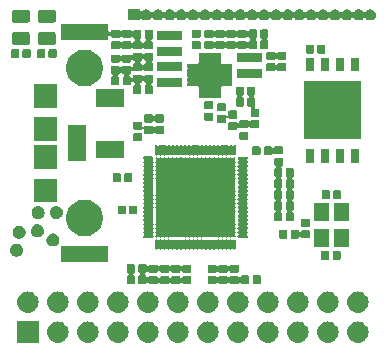
<source format=gbr>
G04 #@! TF.GenerationSoftware,KiCad,Pcbnew,5.1.2+dfsg1-1*
G04 #@! TF.CreationDate,2019-05-14T00:22:57+09:00*
G04 #@! TF.ProjectId,breadbee,62726561-6462-4656-952e-6b696361645f,rev?*
G04 #@! TF.SameCoordinates,Original*
G04 #@! TF.FileFunction,Soldermask,Top*
G04 #@! TF.FilePolarity,Negative*
%FSLAX46Y46*%
G04 Gerber Fmt 4.6, Leading zero omitted, Abs format (unit mm)*
G04 Created by KiCad (PCBNEW 5.1.2+dfsg1-1) date 2019-05-14 00:22:57*
%MOMM*%
%LPD*%
G04 APERTURE LIST*
%ADD10C,0.150000*%
G04 APERTURE END LIST*
D10*
G36*
X157050443Y-102105519D02*
G01*
X157116627Y-102112037D01*
X157286466Y-102163557D01*
X157442991Y-102247222D01*
X157478729Y-102276552D01*
X157580186Y-102359814D01*
X157663448Y-102461271D01*
X157692778Y-102497009D01*
X157776443Y-102653534D01*
X157827963Y-102823373D01*
X157845359Y-103000000D01*
X157827963Y-103176627D01*
X157776443Y-103346466D01*
X157692778Y-103502991D01*
X157663448Y-103538729D01*
X157580186Y-103640186D01*
X157478729Y-103723448D01*
X157442991Y-103752778D01*
X157286466Y-103836443D01*
X157116627Y-103887963D01*
X157050442Y-103894482D01*
X156984260Y-103901000D01*
X156895740Y-103901000D01*
X156829558Y-103894482D01*
X156763373Y-103887963D01*
X156593534Y-103836443D01*
X156437009Y-103752778D01*
X156401271Y-103723448D01*
X156299814Y-103640186D01*
X156216552Y-103538729D01*
X156187222Y-103502991D01*
X156103557Y-103346466D01*
X156052037Y-103176627D01*
X156034641Y-103000000D01*
X156052037Y-102823373D01*
X156103557Y-102653534D01*
X156187222Y-102497009D01*
X156216552Y-102461271D01*
X156299814Y-102359814D01*
X156401271Y-102276552D01*
X156437009Y-102247222D01*
X156593534Y-102163557D01*
X156763373Y-102112037D01*
X156829557Y-102105519D01*
X156895740Y-102099000D01*
X156984260Y-102099000D01*
X157050443Y-102105519D01*
X157050443Y-102105519D01*
G37*
G36*
X154510443Y-102105519D02*
G01*
X154576627Y-102112037D01*
X154746466Y-102163557D01*
X154902991Y-102247222D01*
X154938729Y-102276552D01*
X155040186Y-102359814D01*
X155123448Y-102461271D01*
X155152778Y-102497009D01*
X155236443Y-102653534D01*
X155287963Y-102823373D01*
X155305359Y-103000000D01*
X155287963Y-103176627D01*
X155236443Y-103346466D01*
X155152778Y-103502991D01*
X155123448Y-103538729D01*
X155040186Y-103640186D01*
X154938729Y-103723448D01*
X154902991Y-103752778D01*
X154746466Y-103836443D01*
X154576627Y-103887963D01*
X154510442Y-103894482D01*
X154444260Y-103901000D01*
X154355740Y-103901000D01*
X154289558Y-103894482D01*
X154223373Y-103887963D01*
X154053534Y-103836443D01*
X153897009Y-103752778D01*
X153861271Y-103723448D01*
X153759814Y-103640186D01*
X153676552Y-103538729D01*
X153647222Y-103502991D01*
X153563557Y-103346466D01*
X153512037Y-103176627D01*
X153494641Y-103000000D01*
X153512037Y-102823373D01*
X153563557Y-102653534D01*
X153647222Y-102497009D01*
X153676552Y-102461271D01*
X153759814Y-102359814D01*
X153861271Y-102276552D01*
X153897009Y-102247222D01*
X154053534Y-102163557D01*
X154223373Y-102112037D01*
X154289557Y-102105519D01*
X154355740Y-102099000D01*
X154444260Y-102099000D01*
X154510443Y-102105519D01*
X154510443Y-102105519D01*
G37*
G36*
X151970443Y-102105519D02*
G01*
X152036627Y-102112037D01*
X152206466Y-102163557D01*
X152362991Y-102247222D01*
X152398729Y-102276552D01*
X152500186Y-102359814D01*
X152583448Y-102461271D01*
X152612778Y-102497009D01*
X152696443Y-102653534D01*
X152747963Y-102823373D01*
X152765359Y-103000000D01*
X152747963Y-103176627D01*
X152696443Y-103346466D01*
X152612778Y-103502991D01*
X152583448Y-103538729D01*
X152500186Y-103640186D01*
X152398729Y-103723448D01*
X152362991Y-103752778D01*
X152206466Y-103836443D01*
X152036627Y-103887963D01*
X151970442Y-103894482D01*
X151904260Y-103901000D01*
X151815740Y-103901000D01*
X151749558Y-103894482D01*
X151683373Y-103887963D01*
X151513534Y-103836443D01*
X151357009Y-103752778D01*
X151321271Y-103723448D01*
X151219814Y-103640186D01*
X151136552Y-103538729D01*
X151107222Y-103502991D01*
X151023557Y-103346466D01*
X150972037Y-103176627D01*
X150954641Y-103000000D01*
X150972037Y-102823373D01*
X151023557Y-102653534D01*
X151107222Y-102497009D01*
X151136552Y-102461271D01*
X151219814Y-102359814D01*
X151321271Y-102276552D01*
X151357009Y-102247222D01*
X151513534Y-102163557D01*
X151683373Y-102112037D01*
X151749557Y-102105519D01*
X151815740Y-102099000D01*
X151904260Y-102099000D01*
X151970443Y-102105519D01*
X151970443Y-102105519D01*
G37*
G36*
X149430443Y-102105519D02*
G01*
X149496627Y-102112037D01*
X149666466Y-102163557D01*
X149822991Y-102247222D01*
X149858729Y-102276552D01*
X149960186Y-102359814D01*
X150043448Y-102461271D01*
X150072778Y-102497009D01*
X150156443Y-102653534D01*
X150207963Y-102823373D01*
X150225359Y-103000000D01*
X150207963Y-103176627D01*
X150156443Y-103346466D01*
X150072778Y-103502991D01*
X150043448Y-103538729D01*
X149960186Y-103640186D01*
X149858729Y-103723448D01*
X149822991Y-103752778D01*
X149666466Y-103836443D01*
X149496627Y-103887963D01*
X149430442Y-103894482D01*
X149364260Y-103901000D01*
X149275740Y-103901000D01*
X149209558Y-103894482D01*
X149143373Y-103887963D01*
X148973534Y-103836443D01*
X148817009Y-103752778D01*
X148781271Y-103723448D01*
X148679814Y-103640186D01*
X148596552Y-103538729D01*
X148567222Y-103502991D01*
X148483557Y-103346466D01*
X148432037Y-103176627D01*
X148414641Y-103000000D01*
X148432037Y-102823373D01*
X148483557Y-102653534D01*
X148567222Y-102497009D01*
X148596552Y-102461271D01*
X148679814Y-102359814D01*
X148781271Y-102276552D01*
X148817009Y-102247222D01*
X148973534Y-102163557D01*
X149143373Y-102112037D01*
X149209557Y-102105519D01*
X149275740Y-102099000D01*
X149364260Y-102099000D01*
X149430443Y-102105519D01*
X149430443Y-102105519D01*
G37*
G36*
X146890443Y-102105519D02*
G01*
X146956627Y-102112037D01*
X147126466Y-102163557D01*
X147282991Y-102247222D01*
X147318729Y-102276552D01*
X147420186Y-102359814D01*
X147503448Y-102461271D01*
X147532778Y-102497009D01*
X147616443Y-102653534D01*
X147667963Y-102823373D01*
X147685359Y-103000000D01*
X147667963Y-103176627D01*
X147616443Y-103346466D01*
X147532778Y-103502991D01*
X147503448Y-103538729D01*
X147420186Y-103640186D01*
X147318729Y-103723448D01*
X147282991Y-103752778D01*
X147126466Y-103836443D01*
X146956627Y-103887963D01*
X146890442Y-103894482D01*
X146824260Y-103901000D01*
X146735740Y-103901000D01*
X146669558Y-103894482D01*
X146603373Y-103887963D01*
X146433534Y-103836443D01*
X146277009Y-103752778D01*
X146241271Y-103723448D01*
X146139814Y-103640186D01*
X146056552Y-103538729D01*
X146027222Y-103502991D01*
X145943557Y-103346466D01*
X145892037Y-103176627D01*
X145874641Y-103000000D01*
X145892037Y-102823373D01*
X145943557Y-102653534D01*
X146027222Y-102497009D01*
X146056552Y-102461271D01*
X146139814Y-102359814D01*
X146241271Y-102276552D01*
X146277009Y-102247222D01*
X146433534Y-102163557D01*
X146603373Y-102112037D01*
X146669557Y-102105519D01*
X146735740Y-102099000D01*
X146824260Y-102099000D01*
X146890443Y-102105519D01*
X146890443Y-102105519D01*
G37*
G36*
X144350443Y-102105519D02*
G01*
X144416627Y-102112037D01*
X144586466Y-102163557D01*
X144742991Y-102247222D01*
X144778729Y-102276552D01*
X144880186Y-102359814D01*
X144963448Y-102461271D01*
X144992778Y-102497009D01*
X145076443Y-102653534D01*
X145127963Y-102823373D01*
X145145359Y-103000000D01*
X145127963Y-103176627D01*
X145076443Y-103346466D01*
X144992778Y-103502991D01*
X144963448Y-103538729D01*
X144880186Y-103640186D01*
X144778729Y-103723448D01*
X144742991Y-103752778D01*
X144586466Y-103836443D01*
X144416627Y-103887963D01*
X144350442Y-103894482D01*
X144284260Y-103901000D01*
X144195740Y-103901000D01*
X144129558Y-103894482D01*
X144063373Y-103887963D01*
X143893534Y-103836443D01*
X143737009Y-103752778D01*
X143701271Y-103723448D01*
X143599814Y-103640186D01*
X143516552Y-103538729D01*
X143487222Y-103502991D01*
X143403557Y-103346466D01*
X143352037Y-103176627D01*
X143334641Y-103000000D01*
X143352037Y-102823373D01*
X143403557Y-102653534D01*
X143487222Y-102497009D01*
X143516552Y-102461271D01*
X143599814Y-102359814D01*
X143701271Y-102276552D01*
X143737009Y-102247222D01*
X143893534Y-102163557D01*
X144063373Y-102112037D01*
X144129557Y-102105519D01*
X144195740Y-102099000D01*
X144284260Y-102099000D01*
X144350443Y-102105519D01*
X144350443Y-102105519D01*
G37*
G36*
X141810443Y-102105519D02*
G01*
X141876627Y-102112037D01*
X142046466Y-102163557D01*
X142202991Y-102247222D01*
X142238729Y-102276552D01*
X142340186Y-102359814D01*
X142423448Y-102461271D01*
X142452778Y-102497009D01*
X142536443Y-102653534D01*
X142587963Y-102823373D01*
X142605359Y-103000000D01*
X142587963Y-103176627D01*
X142536443Y-103346466D01*
X142452778Y-103502991D01*
X142423448Y-103538729D01*
X142340186Y-103640186D01*
X142238729Y-103723448D01*
X142202991Y-103752778D01*
X142046466Y-103836443D01*
X141876627Y-103887963D01*
X141810442Y-103894482D01*
X141744260Y-103901000D01*
X141655740Y-103901000D01*
X141589558Y-103894482D01*
X141523373Y-103887963D01*
X141353534Y-103836443D01*
X141197009Y-103752778D01*
X141161271Y-103723448D01*
X141059814Y-103640186D01*
X140976552Y-103538729D01*
X140947222Y-103502991D01*
X140863557Y-103346466D01*
X140812037Y-103176627D01*
X140794641Y-103000000D01*
X140812037Y-102823373D01*
X140863557Y-102653534D01*
X140947222Y-102497009D01*
X140976552Y-102461271D01*
X141059814Y-102359814D01*
X141161271Y-102276552D01*
X141197009Y-102247222D01*
X141353534Y-102163557D01*
X141523373Y-102112037D01*
X141589557Y-102105519D01*
X141655740Y-102099000D01*
X141744260Y-102099000D01*
X141810443Y-102105519D01*
X141810443Y-102105519D01*
G37*
G36*
X139270443Y-102105519D02*
G01*
X139336627Y-102112037D01*
X139506466Y-102163557D01*
X139662991Y-102247222D01*
X139698729Y-102276552D01*
X139800186Y-102359814D01*
X139883448Y-102461271D01*
X139912778Y-102497009D01*
X139996443Y-102653534D01*
X140047963Y-102823373D01*
X140065359Y-103000000D01*
X140047963Y-103176627D01*
X139996443Y-103346466D01*
X139912778Y-103502991D01*
X139883448Y-103538729D01*
X139800186Y-103640186D01*
X139698729Y-103723448D01*
X139662991Y-103752778D01*
X139506466Y-103836443D01*
X139336627Y-103887963D01*
X139270442Y-103894482D01*
X139204260Y-103901000D01*
X139115740Y-103901000D01*
X139049558Y-103894482D01*
X138983373Y-103887963D01*
X138813534Y-103836443D01*
X138657009Y-103752778D01*
X138621271Y-103723448D01*
X138519814Y-103640186D01*
X138436552Y-103538729D01*
X138407222Y-103502991D01*
X138323557Y-103346466D01*
X138272037Y-103176627D01*
X138254641Y-103000000D01*
X138272037Y-102823373D01*
X138323557Y-102653534D01*
X138407222Y-102497009D01*
X138436552Y-102461271D01*
X138519814Y-102359814D01*
X138621271Y-102276552D01*
X138657009Y-102247222D01*
X138813534Y-102163557D01*
X138983373Y-102112037D01*
X139049557Y-102105519D01*
X139115740Y-102099000D01*
X139204260Y-102099000D01*
X139270443Y-102105519D01*
X139270443Y-102105519D01*
G37*
G36*
X136730443Y-102105519D02*
G01*
X136796627Y-102112037D01*
X136966466Y-102163557D01*
X137122991Y-102247222D01*
X137158729Y-102276552D01*
X137260186Y-102359814D01*
X137343448Y-102461271D01*
X137372778Y-102497009D01*
X137456443Y-102653534D01*
X137507963Y-102823373D01*
X137525359Y-103000000D01*
X137507963Y-103176627D01*
X137456443Y-103346466D01*
X137372778Y-103502991D01*
X137343448Y-103538729D01*
X137260186Y-103640186D01*
X137158729Y-103723448D01*
X137122991Y-103752778D01*
X136966466Y-103836443D01*
X136796627Y-103887963D01*
X136730442Y-103894482D01*
X136664260Y-103901000D01*
X136575740Y-103901000D01*
X136509558Y-103894482D01*
X136443373Y-103887963D01*
X136273534Y-103836443D01*
X136117009Y-103752778D01*
X136081271Y-103723448D01*
X135979814Y-103640186D01*
X135896552Y-103538729D01*
X135867222Y-103502991D01*
X135783557Y-103346466D01*
X135732037Y-103176627D01*
X135714641Y-103000000D01*
X135732037Y-102823373D01*
X135783557Y-102653534D01*
X135867222Y-102497009D01*
X135896552Y-102461271D01*
X135979814Y-102359814D01*
X136081271Y-102276552D01*
X136117009Y-102247222D01*
X136273534Y-102163557D01*
X136443373Y-102112037D01*
X136509557Y-102105519D01*
X136575740Y-102099000D01*
X136664260Y-102099000D01*
X136730443Y-102105519D01*
X136730443Y-102105519D01*
G37*
G36*
X134190443Y-102105519D02*
G01*
X134256627Y-102112037D01*
X134426466Y-102163557D01*
X134582991Y-102247222D01*
X134618729Y-102276552D01*
X134720186Y-102359814D01*
X134803448Y-102461271D01*
X134832778Y-102497009D01*
X134916443Y-102653534D01*
X134967963Y-102823373D01*
X134985359Y-103000000D01*
X134967963Y-103176627D01*
X134916443Y-103346466D01*
X134832778Y-103502991D01*
X134803448Y-103538729D01*
X134720186Y-103640186D01*
X134618729Y-103723448D01*
X134582991Y-103752778D01*
X134426466Y-103836443D01*
X134256627Y-103887963D01*
X134190442Y-103894482D01*
X134124260Y-103901000D01*
X134035740Y-103901000D01*
X133969558Y-103894482D01*
X133903373Y-103887963D01*
X133733534Y-103836443D01*
X133577009Y-103752778D01*
X133541271Y-103723448D01*
X133439814Y-103640186D01*
X133356552Y-103538729D01*
X133327222Y-103502991D01*
X133243557Y-103346466D01*
X133192037Y-103176627D01*
X133174641Y-103000000D01*
X133192037Y-102823373D01*
X133243557Y-102653534D01*
X133327222Y-102497009D01*
X133356552Y-102461271D01*
X133439814Y-102359814D01*
X133541271Y-102276552D01*
X133577009Y-102247222D01*
X133733534Y-102163557D01*
X133903373Y-102112037D01*
X133969557Y-102105519D01*
X134035740Y-102099000D01*
X134124260Y-102099000D01*
X134190443Y-102105519D01*
X134190443Y-102105519D01*
G37*
G36*
X131650443Y-102105519D02*
G01*
X131716627Y-102112037D01*
X131886466Y-102163557D01*
X132042991Y-102247222D01*
X132078729Y-102276552D01*
X132180186Y-102359814D01*
X132263448Y-102461271D01*
X132292778Y-102497009D01*
X132376443Y-102653534D01*
X132427963Y-102823373D01*
X132445359Y-103000000D01*
X132427963Y-103176627D01*
X132376443Y-103346466D01*
X132292778Y-103502991D01*
X132263448Y-103538729D01*
X132180186Y-103640186D01*
X132078729Y-103723448D01*
X132042991Y-103752778D01*
X131886466Y-103836443D01*
X131716627Y-103887963D01*
X131650442Y-103894482D01*
X131584260Y-103901000D01*
X131495740Y-103901000D01*
X131429558Y-103894482D01*
X131363373Y-103887963D01*
X131193534Y-103836443D01*
X131037009Y-103752778D01*
X131001271Y-103723448D01*
X130899814Y-103640186D01*
X130816552Y-103538729D01*
X130787222Y-103502991D01*
X130703557Y-103346466D01*
X130652037Y-103176627D01*
X130634641Y-103000000D01*
X130652037Y-102823373D01*
X130703557Y-102653534D01*
X130787222Y-102497009D01*
X130816552Y-102461271D01*
X130899814Y-102359814D01*
X131001271Y-102276552D01*
X131037009Y-102247222D01*
X131193534Y-102163557D01*
X131363373Y-102112037D01*
X131429557Y-102105519D01*
X131495740Y-102099000D01*
X131584260Y-102099000D01*
X131650443Y-102105519D01*
X131650443Y-102105519D01*
G37*
G36*
X129901000Y-103901000D02*
G01*
X128099000Y-103901000D01*
X128099000Y-102099000D01*
X129901000Y-102099000D01*
X129901000Y-103901000D01*
X129901000Y-103901000D01*
G37*
G36*
X131650442Y-99565518D02*
G01*
X131716627Y-99572037D01*
X131886466Y-99623557D01*
X132042991Y-99707222D01*
X132078729Y-99736552D01*
X132180186Y-99819814D01*
X132263448Y-99921271D01*
X132292778Y-99957009D01*
X132376443Y-100113534D01*
X132427963Y-100283373D01*
X132445359Y-100460000D01*
X132427963Y-100636627D01*
X132376443Y-100806466D01*
X132292778Y-100962991D01*
X132263448Y-100998729D01*
X132180186Y-101100186D01*
X132078729Y-101183448D01*
X132042991Y-101212778D01*
X131886466Y-101296443D01*
X131716627Y-101347963D01*
X131650442Y-101354482D01*
X131584260Y-101361000D01*
X131495740Y-101361000D01*
X131429557Y-101354481D01*
X131363373Y-101347963D01*
X131193534Y-101296443D01*
X131037009Y-101212778D01*
X131001271Y-101183448D01*
X130899814Y-101100186D01*
X130816552Y-100998729D01*
X130787222Y-100962991D01*
X130703557Y-100806466D01*
X130652037Y-100636627D01*
X130634641Y-100460000D01*
X130652037Y-100283373D01*
X130703557Y-100113534D01*
X130787222Y-99957009D01*
X130816552Y-99921271D01*
X130899814Y-99819814D01*
X131001271Y-99736552D01*
X131037009Y-99707222D01*
X131193534Y-99623557D01*
X131363373Y-99572037D01*
X131429558Y-99565518D01*
X131495740Y-99559000D01*
X131584260Y-99559000D01*
X131650442Y-99565518D01*
X131650442Y-99565518D01*
G37*
G36*
X136730442Y-99565518D02*
G01*
X136796627Y-99572037D01*
X136966466Y-99623557D01*
X137122991Y-99707222D01*
X137158729Y-99736552D01*
X137260186Y-99819814D01*
X137343448Y-99921271D01*
X137372778Y-99957009D01*
X137456443Y-100113534D01*
X137507963Y-100283373D01*
X137525359Y-100460000D01*
X137507963Y-100636627D01*
X137456443Y-100806466D01*
X137372778Y-100962991D01*
X137343448Y-100998729D01*
X137260186Y-101100186D01*
X137158729Y-101183448D01*
X137122991Y-101212778D01*
X136966466Y-101296443D01*
X136796627Y-101347963D01*
X136730442Y-101354482D01*
X136664260Y-101361000D01*
X136575740Y-101361000D01*
X136509557Y-101354481D01*
X136443373Y-101347963D01*
X136273534Y-101296443D01*
X136117009Y-101212778D01*
X136081271Y-101183448D01*
X135979814Y-101100186D01*
X135896552Y-100998729D01*
X135867222Y-100962991D01*
X135783557Y-100806466D01*
X135732037Y-100636627D01*
X135714641Y-100460000D01*
X135732037Y-100283373D01*
X135783557Y-100113534D01*
X135867222Y-99957009D01*
X135896552Y-99921271D01*
X135979814Y-99819814D01*
X136081271Y-99736552D01*
X136117009Y-99707222D01*
X136273534Y-99623557D01*
X136443373Y-99572037D01*
X136509558Y-99565518D01*
X136575740Y-99559000D01*
X136664260Y-99559000D01*
X136730442Y-99565518D01*
X136730442Y-99565518D01*
G37*
G36*
X134190442Y-99565518D02*
G01*
X134256627Y-99572037D01*
X134426466Y-99623557D01*
X134582991Y-99707222D01*
X134618729Y-99736552D01*
X134720186Y-99819814D01*
X134803448Y-99921271D01*
X134832778Y-99957009D01*
X134916443Y-100113534D01*
X134967963Y-100283373D01*
X134985359Y-100460000D01*
X134967963Y-100636627D01*
X134916443Y-100806466D01*
X134832778Y-100962991D01*
X134803448Y-100998729D01*
X134720186Y-101100186D01*
X134618729Y-101183448D01*
X134582991Y-101212778D01*
X134426466Y-101296443D01*
X134256627Y-101347963D01*
X134190442Y-101354482D01*
X134124260Y-101361000D01*
X134035740Y-101361000D01*
X133969557Y-101354481D01*
X133903373Y-101347963D01*
X133733534Y-101296443D01*
X133577009Y-101212778D01*
X133541271Y-101183448D01*
X133439814Y-101100186D01*
X133356552Y-100998729D01*
X133327222Y-100962991D01*
X133243557Y-100806466D01*
X133192037Y-100636627D01*
X133174641Y-100460000D01*
X133192037Y-100283373D01*
X133243557Y-100113534D01*
X133327222Y-99957009D01*
X133356552Y-99921271D01*
X133439814Y-99819814D01*
X133541271Y-99736552D01*
X133577009Y-99707222D01*
X133733534Y-99623557D01*
X133903373Y-99572037D01*
X133969558Y-99565518D01*
X134035740Y-99559000D01*
X134124260Y-99559000D01*
X134190442Y-99565518D01*
X134190442Y-99565518D01*
G37*
G36*
X139270442Y-99565518D02*
G01*
X139336627Y-99572037D01*
X139506466Y-99623557D01*
X139662991Y-99707222D01*
X139698729Y-99736552D01*
X139800186Y-99819814D01*
X139883448Y-99921271D01*
X139912778Y-99957009D01*
X139996443Y-100113534D01*
X140047963Y-100283373D01*
X140065359Y-100460000D01*
X140047963Y-100636627D01*
X139996443Y-100806466D01*
X139912778Y-100962991D01*
X139883448Y-100998729D01*
X139800186Y-101100186D01*
X139698729Y-101183448D01*
X139662991Y-101212778D01*
X139506466Y-101296443D01*
X139336627Y-101347963D01*
X139270442Y-101354482D01*
X139204260Y-101361000D01*
X139115740Y-101361000D01*
X139049557Y-101354481D01*
X138983373Y-101347963D01*
X138813534Y-101296443D01*
X138657009Y-101212778D01*
X138621271Y-101183448D01*
X138519814Y-101100186D01*
X138436552Y-100998729D01*
X138407222Y-100962991D01*
X138323557Y-100806466D01*
X138272037Y-100636627D01*
X138254641Y-100460000D01*
X138272037Y-100283373D01*
X138323557Y-100113534D01*
X138407222Y-99957009D01*
X138436552Y-99921271D01*
X138519814Y-99819814D01*
X138621271Y-99736552D01*
X138657009Y-99707222D01*
X138813534Y-99623557D01*
X138983373Y-99572037D01*
X139049558Y-99565518D01*
X139115740Y-99559000D01*
X139204260Y-99559000D01*
X139270442Y-99565518D01*
X139270442Y-99565518D01*
G37*
G36*
X141810442Y-99565518D02*
G01*
X141876627Y-99572037D01*
X142046466Y-99623557D01*
X142202991Y-99707222D01*
X142238729Y-99736552D01*
X142340186Y-99819814D01*
X142423448Y-99921271D01*
X142452778Y-99957009D01*
X142536443Y-100113534D01*
X142587963Y-100283373D01*
X142605359Y-100460000D01*
X142587963Y-100636627D01*
X142536443Y-100806466D01*
X142452778Y-100962991D01*
X142423448Y-100998729D01*
X142340186Y-101100186D01*
X142238729Y-101183448D01*
X142202991Y-101212778D01*
X142046466Y-101296443D01*
X141876627Y-101347963D01*
X141810442Y-101354482D01*
X141744260Y-101361000D01*
X141655740Y-101361000D01*
X141589557Y-101354481D01*
X141523373Y-101347963D01*
X141353534Y-101296443D01*
X141197009Y-101212778D01*
X141161271Y-101183448D01*
X141059814Y-101100186D01*
X140976552Y-100998729D01*
X140947222Y-100962991D01*
X140863557Y-100806466D01*
X140812037Y-100636627D01*
X140794641Y-100460000D01*
X140812037Y-100283373D01*
X140863557Y-100113534D01*
X140947222Y-99957009D01*
X140976552Y-99921271D01*
X141059814Y-99819814D01*
X141161271Y-99736552D01*
X141197009Y-99707222D01*
X141353534Y-99623557D01*
X141523373Y-99572037D01*
X141589558Y-99565518D01*
X141655740Y-99559000D01*
X141744260Y-99559000D01*
X141810442Y-99565518D01*
X141810442Y-99565518D01*
G37*
G36*
X144350442Y-99565518D02*
G01*
X144416627Y-99572037D01*
X144586466Y-99623557D01*
X144742991Y-99707222D01*
X144778729Y-99736552D01*
X144880186Y-99819814D01*
X144963448Y-99921271D01*
X144992778Y-99957009D01*
X145076443Y-100113534D01*
X145127963Y-100283373D01*
X145145359Y-100460000D01*
X145127963Y-100636627D01*
X145076443Y-100806466D01*
X144992778Y-100962991D01*
X144963448Y-100998729D01*
X144880186Y-101100186D01*
X144778729Y-101183448D01*
X144742991Y-101212778D01*
X144586466Y-101296443D01*
X144416627Y-101347963D01*
X144350442Y-101354482D01*
X144284260Y-101361000D01*
X144195740Y-101361000D01*
X144129557Y-101354481D01*
X144063373Y-101347963D01*
X143893534Y-101296443D01*
X143737009Y-101212778D01*
X143701271Y-101183448D01*
X143599814Y-101100186D01*
X143516552Y-100998729D01*
X143487222Y-100962991D01*
X143403557Y-100806466D01*
X143352037Y-100636627D01*
X143334641Y-100460000D01*
X143352037Y-100283373D01*
X143403557Y-100113534D01*
X143487222Y-99957009D01*
X143516552Y-99921271D01*
X143599814Y-99819814D01*
X143701271Y-99736552D01*
X143737009Y-99707222D01*
X143893534Y-99623557D01*
X144063373Y-99572037D01*
X144129558Y-99565518D01*
X144195740Y-99559000D01*
X144284260Y-99559000D01*
X144350442Y-99565518D01*
X144350442Y-99565518D01*
G37*
G36*
X149430442Y-99565518D02*
G01*
X149496627Y-99572037D01*
X149666466Y-99623557D01*
X149822991Y-99707222D01*
X149858729Y-99736552D01*
X149960186Y-99819814D01*
X150043448Y-99921271D01*
X150072778Y-99957009D01*
X150156443Y-100113534D01*
X150207963Y-100283373D01*
X150225359Y-100460000D01*
X150207963Y-100636627D01*
X150156443Y-100806466D01*
X150072778Y-100962991D01*
X150043448Y-100998729D01*
X149960186Y-101100186D01*
X149858729Y-101183448D01*
X149822991Y-101212778D01*
X149666466Y-101296443D01*
X149496627Y-101347963D01*
X149430442Y-101354482D01*
X149364260Y-101361000D01*
X149275740Y-101361000D01*
X149209557Y-101354481D01*
X149143373Y-101347963D01*
X148973534Y-101296443D01*
X148817009Y-101212778D01*
X148781271Y-101183448D01*
X148679814Y-101100186D01*
X148596552Y-100998729D01*
X148567222Y-100962991D01*
X148483557Y-100806466D01*
X148432037Y-100636627D01*
X148414641Y-100460000D01*
X148432037Y-100283373D01*
X148483557Y-100113534D01*
X148567222Y-99957009D01*
X148596552Y-99921271D01*
X148679814Y-99819814D01*
X148781271Y-99736552D01*
X148817009Y-99707222D01*
X148973534Y-99623557D01*
X149143373Y-99572037D01*
X149209558Y-99565518D01*
X149275740Y-99559000D01*
X149364260Y-99559000D01*
X149430442Y-99565518D01*
X149430442Y-99565518D01*
G37*
G36*
X154510442Y-99565518D02*
G01*
X154576627Y-99572037D01*
X154746466Y-99623557D01*
X154902991Y-99707222D01*
X154938729Y-99736552D01*
X155040186Y-99819814D01*
X155123448Y-99921271D01*
X155152778Y-99957009D01*
X155236443Y-100113534D01*
X155287963Y-100283373D01*
X155305359Y-100460000D01*
X155287963Y-100636627D01*
X155236443Y-100806466D01*
X155152778Y-100962991D01*
X155123448Y-100998729D01*
X155040186Y-101100186D01*
X154938729Y-101183448D01*
X154902991Y-101212778D01*
X154746466Y-101296443D01*
X154576627Y-101347963D01*
X154510442Y-101354482D01*
X154444260Y-101361000D01*
X154355740Y-101361000D01*
X154289557Y-101354481D01*
X154223373Y-101347963D01*
X154053534Y-101296443D01*
X153897009Y-101212778D01*
X153861271Y-101183448D01*
X153759814Y-101100186D01*
X153676552Y-100998729D01*
X153647222Y-100962991D01*
X153563557Y-100806466D01*
X153512037Y-100636627D01*
X153494641Y-100460000D01*
X153512037Y-100283373D01*
X153563557Y-100113534D01*
X153647222Y-99957009D01*
X153676552Y-99921271D01*
X153759814Y-99819814D01*
X153861271Y-99736552D01*
X153897009Y-99707222D01*
X154053534Y-99623557D01*
X154223373Y-99572037D01*
X154289558Y-99565518D01*
X154355740Y-99559000D01*
X154444260Y-99559000D01*
X154510442Y-99565518D01*
X154510442Y-99565518D01*
G37*
G36*
X157050442Y-99565518D02*
G01*
X157116627Y-99572037D01*
X157286466Y-99623557D01*
X157442991Y-99707222D01*
X157478729Y-99736552D01*
X157580186Y-99819814D01*
X157663448Y-99921271D01*
X157692778Y-99957009D01*
X157776443Y-100113534D01*
X157827963Y-100283373D01*
X157845359Y-100460000D01*
X157827963Y-100636627D01*
X157776443Y-100806466D01*
X157692778Y-100962991D01*
X157663448Y-100998729D01*
X157580186Y-101100186D01*
X157478729Y-101183448D01*
X157442991Y-101212778D01*
X157286466Y-101296443D01*
X157116627Y-101347963D01*
X157050442Y-101354482D01*
X156984260Y-101361000D01*
X156895740Y-101361000D01*
X156829557Y-101354481D01*
X156763373Y-101347963D01*
X156593534Y-101296443D01*
X156437009Y-101212778D01*
X156401271Y-101183448D01*
X156299814Y-101100186D01*
X156216552Y-100998729D01*
X156187222Y-100962991D01*
X156103557Y-100806466D01*
X156052037Y-100636627D01*
X156034641Y-100460000D01*
X156052037Y-100283373D01*
X156103557Y-100113534D01*
X156187222Y-99957009D01*
X156216552Y-99921271D01*
X156299814Y-99819814D01*
X156401271Y-99736552D01*
X156437009Y-99707222D01*
X156593534Y-99623557D01*
X156763373Y-99572037D01*
X156829558Y-99565518D01*
X156895740Y-99559000D01*
X156984260Y-99559000D01*
X157050442Y-99565518D01*
X157050442Y-99565518D01*
G37*
G36*
X151970442Y-99565518D02*
G01*
X152036627Y-99572037D01*
X152206466Y-99623557D01*
X152362991Y-99707222D01*
X152398729Y-99736552D01*
X152500186Y-99819814D01*
X152583448Y-99921271D01*
X152612778Y-99957009D01*
X152696443Y-100113534D01*
X152747963Y-100283373D01*
X152765359Y-100460000D01*
X152747963Y-100636627D01*
X152696443Y-100806466D01*
X152612778Y-100962991D01*
X152583448Y-100998729D01*
X152500186Y-101100186D01*
X152398729Y-101183448D01*
X152362991Y-101212778D01*
X152206466Y-101296443D01*
X152036627Y-101347963D01*
X151970442Y-101354482D01*
X151904260Y-101361000D01*
X151815740Y-101361000D01*
X151749557Y-101354481D01*
X151683373Y-101347963D01*
X151513534Y-101296443D01*
X151357009Y-101212778D01*
X151321271Y-101183448D01*
X151219814Y-101100186D01*
X151136552Y-100998729D01*
X151107222Y-100962991D01*
X151023557Y-100806466D01*
X150972037Y-100636627D01*
X150954641Y-100460000D01*
X150972037Y-100283373D01*
X151023557Y-100113534D01*
X151107222Y-99957009D01*
X151136552Y-99921271D01*
X151219814Y-99819814D01*
X151321271Y-99736552D01*
X151357009Y-99707222D01*
X151513534Y-99623557D01*
X151683373Y-99572037D01*
X151749558Y-99565518D01*
X151815740Y-99559000D01*
X151904260Y-99559000D01*
X151970442Y-99565518D01*
X151970442Y-99565518D01*
G37*
G36*
X146890442Y-99565518D02*
G01*
X146956627Y-99572037D01*
X147126466Y-99623557D01*
X147282991Y-99707222D01*
X147318729Y-99736552D01*
X147420186Y-99819814D01*
X147503448Y-99921271D01*
X147532778Y-99957009D01*
X147616443Y-100113534D01*
X147667963Y-100283373D01*
X147685359Y-100460000D01*
X147667963Y-100636627D01*
X147616443Y-100806466D01*
X147532778Y-100962991D01*
X147503448Y-100998729D01*
X147420186Y-101100186D01*
X147318729Y-101183448D01*
X147282991Y-101212778D01*
X147126466Y-101296443D01*
X146956627Y-101347963D01*
X146890442Y-101354482D01*
X146824260Y-101361000D01*
X146735740Y-101361000D01*
X146669557Y-101354481D01*
X146603373Y-101347963D01*
X146433534Y-101296443D01*
X146277009Y-101212778D01*
X146241271Y-101183448D01*
X146139814Y-101100186D01*
X146056552Y-100998729D01*
X146027222Y-100962991D01*
X145943557Y-100806466D01*
X145892037Y-100636627D01*
X145874641Y-100460000D01*
X145892037Y-100283373D01*
X145943557Y-100113534D01*
X146027222Y-99957009D01*
X146056552Y-99921271D01*
X146139814Y-99819814D01*
X146241271Y-99736552D01*
X146277009Y-99707222D01*
X146433534Y-99623557D01*
X146603373Y-99572037D01*
X146669558Y-99565518D01*
X146735740Y-99559000D01*
X146824260Y-99559000D01*
X146890442Y-99565518D01*
X146890442Y-99565518D01*
G37*
G36*
X129110442Y-99565518D02*
G01*
X129176627Y-99572037D01*
X129346466Y-99623557D01*
X129502991Y-99707222D01*
X129538729Y-99736552D01*
X129640186Y-99819814D01*
X129723448Y-99921271D01*
X129752778Y-99957009D01*
X129836443Y-100113534D01*
X129887963Y-100283373D01*
X129905359Y-100460000D01*
X129887963Y-100636627D01*
X129836443Y-100806466D01*
X129752778Y-100962991D01*
X129723448Y-100998729D01*
X129640186Y-101100186D01*
X129538729Y-101183448D01*
X129502991Y-101212778D01*
X129346466Y-101296443D01*
X129176627Y-101347963D01*
X129110442Y-101354482D01*
X129044260Y-101361000D01*
X128955740Y-101361000D01*
X128889557Y-101354481D01*
X128823373Y-101347963D01*
X128653534Y-101296443D01*
X128497009Y-101212778D01*
X128461271Y-101183448D01*
X128359814Y-101100186D01*
X128276552Y-100998729D01*
X128247222Y-100962991D01*
X128163557Y-100806466D01*
X128112037Y-100636627D01*
X128094641Y-100460000D01*
X128112037Y-100283373D01*
X128163557Y-100113534D01*
X128247222Y-99957009D01*
X128276552Y-99921271D01*
X128359814Y-99819814D01*
X128461271Y-99736552D01*
X128497009Y-99707222D01*
X128653534Y-99623557D01*
X128823373Y-99572037D01*
X128889558Y-99565518D01*
X128955740Y-99559000D01*
X129044260Y-99559000D01*
X129110442Y-99565518D01*
X129110442Y-99565518D01*
G37*
G36*
X138951938Y-97251716D02*
G01*
X138972557Y-97257971D01*
X138991553Y-97268124D01*
X139008208Y-97281792D01*
X139021876Y-97298447D01*
X139032031Y-97317445D01*
X139033973Y-97323848D01*
X139043350Y-97346486D01*
X139056964Y-97366861D01*
X139074292Y-97384188D01*
X139094666Y-97397801D01*
X139117305Y-97407178D01*
X139141339Y-97411958D01*
X139165843Y-97411958D01*
X139189876Y-97407177D01*
X139212514Y-97397800D01*
X139232889Y-97384186D01*
X139250216Y-97366858D01*
X139263827Y-97346487D01*
X139268125Y-97338447D01*
X139281792Y-97321792D01*
X139298447Y-97308124D01*
X139317443Y-97297971D01*
X139338062Y-97291716D01*
X139365640Y-97289000D01*
X139874360Y-97289000D01*
X139901938Y-97291716D01*
X139922557Y-97297971D01*
X139941553Y-97308124D01*
X139958208Y-97321792D01*
X139971876Y-97338447D01*
X139984762Y-97362555D01*
X139998376Y-97382929D01*
X140015703Y-97400256D01*
X140036078Y-97413869D01*
X140058717Y-97423246D01*
X140082750Y-97428026D01*
X140107254Y-97428026D01*
X140131287Y-97423245D01*
X140153926Y-97413867D01*
X140174300Y-97400253D01*
X140191627Y-97382926D01*
X140205238Y-97362555D01*
X140218124Y-97338447D01*
X140231792Y-97321792D01*
X140248447Y-97308124D01*
X140267443Y-97297971D01*
X140288062Y-97291716D01*
X140315640Y-97289000D01*
X140824360Y-97289000D01*
X140851938Y-97291716D01*
X140872557Y-97297971D01*
X140891553Y-97308124D01*
X140908208Y-97321792D01*
X140921876Y-97338447D01*
X140934762Y-97362555D01*
X140948376Y-97382929D01*
X140965703Y-97400256D01*
X140986078Y-97413869D01*
X141008717Y-97423246D01*
X141032750Y-97428026D01*
X141057254Y-97428026D01*
X141081287Y-97423245D01*
X141103926Y-97413867D01*
X141124300Y-97400253D01*
X141141627Y-97382926D01*
X141155238Y-97362555D01*
X141168124Y-97338447D01*
X141181792Y-97321792D01*
X141198447Y-97308124D01*
X141217443Y-97297971D01*
X141238062Y-97291716D01*
X141265640Y-97289000D01*
X141774360Y-97289000D01*
X141801938Y-97291716D01*
X141822557Y-97297971D01*
X141841553Y-97308124D01*
X141858208Y-97321792D01*
X141871876Y-97338447D01*
X141884762Y-97362555D01*
X141898376Y-97382929D01*
X141915703Y-97400256D01*
X141936078Y-97413869D01*
X141958717Y-97423246D01*
X141982750Y-97428026D01*
X142007254Y-97428026D01*
X142031287Y-97423245D01*
X142053926Y-97413867D01*
X142074300Y-97400253D01*
X142091627Y-97382926D01*
X142105238Y-97362555D01*
X142118124Y-97338447D01*
X142131792Y-97321792D01*
X142148447Y-97308124D01*
X142167443Y-97297971D01*
X142188062Y-97291716D01*
X142215640Y-97289000D01*
X142724360Y-97289000D01*
X142751938Y-97291716D01*
X142772557Y-97297971D01*
X142791553Y-97308124D01*
X142808208Y-97321792D01*
X142821876Y-97338447D01*
X142832029Y-97357443D01*
X142838284Y-97378062D01*
X142841000Y-97405640D01*
X142841000Y-97864360D01*
X142838284Y-97891938D01*
X142832029Y-97912557D01*
X142821876Y-97931553D01*
X142808208Y-97948208D01*
X142791553Y-97961876D01*
X142772557Y-97972029D01*
X142751938Y-97978284D01*
X142724360Y-97981000D01*
X142215640Y-97981000D01*
X142188062Y-97978284D01*
X142167443Y-97972029D01*
X142148447Y-97961876D01*
X142131792Y-97948208D01*
X142118124Y-97931553D01*
X142105238Y-97907445D01*
X142091624Y-97887071D01*
X142074297Y-97869744D01*
X142053922Y-97856131D01*
X142031283Y-97846754D01*
X142007250Y-97841974D01*
X141982746Y-97841974D01*
X141958713Y-97846755D01*
X141936074Y-97856133D01*
X141915700Y-97869747D01*
X141898373Y-97887074D01*
X141884762Y-97907445D01*
X141871876Y-97931553D01*
X141858208Y-97948208D01*
X141841553Y-97961876D01*
X141822557Y-97972029D01*
X141801938Y-97978284D01*
X141774360Y-97981000D01*
X141265640Y-97981000D01*
X141238062Y-97978284D01*
X141217443Y-97972029D01*
X141198447Y-97961876D01*
X141181792Y-97948208D01*
X141168124Y-97931553D01*
X141155238Y-97907445D01*
X141141624Y-97887071D01*
X141124297Y-97869744D01*
X141103922Y-97856131D01*
X141081283Y-97846754D01*
X141057250Y-97841974D01*
X141032746Y-97841974D01*
X141008713Y-97846755D01*
X140986074Y-97856133D01*
X140965700Y-97869747D01*
X140948373Y-97887074D01*
X140934762Y-97907445D01*
X140921876Y-97931553D01*
X140908208Y-97948208D01*
X140891553Y-97961876D01*
X140872557Y-97972029D01*
X140851938Y-97978284D01*
X140824360Y-97981000D01*
X140315640Y-97981000D01*
X140288062Y-97978284D01*
X140267443Y-97972029D01*
X140248447Y-97961876D01*
X140231792Y-97948208D01*
X140218124Y-97931553D01*
X140205238Y-97907445D01*
X140191624Y-97887071D01*
X140174297Y-97869744D01*
X140153922Y-97856131D01*
X140131283Y-97846754D01*
X140107250Y-97841974D01*
X140082746Y-97841974D01*
X140058713Y-97846755D01*
X140036074Y-97856133D01*
X140015700Y-97869747D01*
X139998373Y-97887074D01*
X139984762Y-97907445D01*
X139971876Y-97931553D01*
X139958208Y-97948208D01*
X139941553Y-97961876D01*
X139922557Y-97972029D01*
X139901938Y-97978284D01*
X139874360Y-97981000D01*
X139365640Y-97981000D01*
X139338062Y-97978284D01*
X139317443Y-97972029D01*
X139298447Y-97961876D01*
X139281792Y-97948208D01*
X139268126Y-97931555D01*
X139257912Y-97912446D01*
X139244298Y-97892072D01*
X139226971Y-97874745D01*
X139206596Y-97861131D01*
X139183957Y-97851754D01*
X139159924Y-97846974D01*
X139135420Y-97846974D01*
X139111387Y-97851755D01*
X139088748Y-97861132D01*
X139068374Y-97874746D01*
X139051047Y-97892073D01*
X139037435Y-97912444D01*
X139021874Y-97941554D01*
X139008208Y-97958208D01*
X138991553Y-97971876D01*
X138967445Y-97984762D01*
X138947071Y-97998376D01*
X138929744Y-98015703D01*
X138916131Y-98036078D01*
X138906754Y-98058717D01*
X138901974Y-98082750D01*
X138901974Y-98107254D01*
X138906755Y-98131287D01*
X138916133Y-98153926D01*
X138929747Y-98174300D01*
X138947074Y-98191627D01*
X138967445Y-98205238D01*
X138991553Y-98218124D01*
X139008208Y-98231792D01*
X139021876Y-98248447D01*
X139032030Y-98267444D01*
X139037842Y-98286605D01*
X139047219Y-98309244D01*
X139060832Y-98329618D01*
X139078159Y-98346945D01*
X139098533Y-98360559D01*
X139121172Y-98369937D01*
X139145205Y-98374718D01*
X139169709Y-98374718D01*
X139193743Y-98369938D01*
X139216382Y-98360561D01*
X139236756Y-98346948D01*
X139254083Y-98329621D01*
X139267697Y-98309247D01*
X139268125Y-98308447D01*
X139281792Y-98291792D01*
X139298447Y-98278124D01*
X139317443Y-98267971D01*
X139338062Y-98261716D01*
X139365640Y-98259000D01*
X139874360Y-98259000D01*
X139901938Y-98261716D01*
X139922557Y-98267971D01*
X139941553Y-98278124D01*
X139958208Y-98291792D01*
X139971876Y-98308447D01*
X139984762Y-98332555D01*
X139998376Y-98352929D01*
X140015703Y-98370256D01*
X140036078Y-98383869D01*
X140058717Y-98393246D01*
X140082750Y-98398026D01*
X140107254Y-98398026D01*
X140131287Y-98393245D01*
X140153926Y-98383867D01*
X140174300Y-98370253D01*
X140191627Y-98352926D01*
X140205238Y-98332555D01*
X140218124Y-98308447D01*
X140231792Y-98291792D01*
X140248447Y-98278124D01*
X140267443Y-98267971D01*
X140288062Y-98261716D01*
X140315640Y-98259000D01*
X140824360Y-98259000D01*
X140851938Y-98261716D01*
X140872557Y-98267971D01*
X140891553Y-98278124D01*
X140908208Y-98291792D01*
X140921876Y-98308447D01*
X140934762Y-98332555D01*
X140948376Y-98352929D01*
X140965703Y-98370256D01*
X140986078Y-98383869D01*
X141008717Y-98393246D01*
X141032750Y-98398026D01*
X141057254Y-98398026D01*
X141081287Y-98393245D01*
X141103926Y-98383867D01*
X141124300Y-98370253D01*
X141141627Y-98352926D01*
X141155238Y-98332555D01*
X141168124Y-98308447D01*
X141181792Y-98291792D01*
X141198447Y-98278124D01*
X141217443Y-98267971D01*
X141238062Y-98261716D01*
X141265640Y-98259000D01*
X141774360Y-98259000D01*
X141801938Y-98261716D01*
X141822557Y-98267971D01*
X141841553Y-98278124D01*
X141858208Y-98291792D01*
X141871876Y-98308447D01*
X141884762Y-98332555D01*
X141898376Y-98352929D01*
X141915703Y-98370256D01*
X141936078Y-98383869D01*
X141958717Y-98393246D01*
X141982750Y-98398026D01*
X142007254Y-98398026D01*
X142031287Y-98393245D01*
X142053926Y-98383867D01*
X142074300Y-98370253D01*
X142091627Y-98352926D01*
X142105238Y-98332555D01*
X142118124Y-98308447D01*
X142131792Y-98291792D01*
X142148447Y-98278124D01*
X142167443Y-98267971D01*
X142188062Y-98261716D01*
X142215640Y-98259000D01*
X142724360Y-98259000D01*
X142751938Y-98261716D01*
X142772557Y-98267971D01*
X142791553Y-98278124D01*
X142808208Y-98291792D01*
X142821876Y-98308447D01*
X142832029Y-98327443D01*
X142838284Y-98348062D01*
X142841000Y-98375640D01*
X142841000Y-98834360D01*
X142838284Y-98861938D01*
X142832029Y-98882557D01*
X142821876Y-98901553D01*
X142808208Y-98918208D01*
X142791553Y-98931876D01*
X142772557Y-98942029D01*
X142751938Y-98948284D01*
X142724360Y-98951000D01*
X142215640Y-98951000D01*
X142188062Y-98948284D01*
X142167443Y-98942029D01*
X142148447Y-98931876D01*
X142131792Y-98918208D01*
X142118124Y-98901553D01*
X142105238Y-98877445D01*
X142091624Y-98857071D01*
X142074297Y-98839744D01*
X142053922Y-98826131D01*
X142031283Y-98816754D01*
X142007250Y-98811974D01*
X141982746Y-98811974D01*
X141958713Y-98816755D01*
X141936074Y-98826133D01*
X141915700Y-98839747D01*
X141898373Y-98857074D01*
X141884762Y-98877445D01*
X141871876Y-98901553D01*
X141858208Y-98918208D01*
X141841553Y-98931876D01*
X141822557Y-98942029D01*
X141801938Y-98948284D01*
X141774360Y-98951000D01*
X141265640Y-98951000D01*
X141238062Y-98948284D01*
X141217443Y-98942029D01*
X141198447Y-98931876D01*
X141181792Y-98918208D01*
X141168124Y-98901553D01*
X141155238Y-98877445D01*
X141141624Y-98857071D01*
X141124297Y-98839744D01*
X141103922Y-98826131D01*
X141081283Y-98816754D01*
X141057250Y-98811974D01*
X141032746Y-98811974D01*
X141008713Y-98816755D01*
X140986074Y-98826133D01*
X140965700Y-98839747D01*
X140948373Y-98857074D01*
X140934762Y-98877445D01*
X140921876Y-98901553D01*
X140908208Y-98918208D01*
X140891553Y-98931876D01*
X140872557Y-98942029D01*
X140851938Y-98948284D01*
X140824360Y-98951000D01*
X140315640Y-98951000D01*
X140288062Y-98948284D01*
X140267443Y-98942029D01*
X140248447Y-98931876D01*
X140231792Y-98918208D01*
X140218124Y-98901553D01*
X140205238Y-98877445D01*
X140191624Y-98857071D01*
X140174297Y-98839744D01*
X140153922Y-98826131D01*
X140131283Y-98816754D01*
X140107250Y-98811974D01*
X140082746Y-98811974D01*
X140058713Y-98816755D01*
X140036074Y-98826133D01*
X140015700Y-98839747D01*
X139998373Y-98857074D01*
X139984762Y-98877445D01*
X139971876Y-98901553D01*
X139958208Y-98918208D01*
X139941553Y-98931876D01*
X139922557Y-98942029D01*
X139901938Y-98948284D01*
X139874360Y-98951000D01*
X139365640Y-98951000D01*
X139338062Y-98948284D01*
X139317443Y-98942029D01*
X139298447Y-98931876D01*
X139281792Y-98918208D01*
X139268126Y-98901554D01*
X139252565Y-98872444D01*
X139238951Y-98852070D01*
X139221623Y-98834744D01*
X139201248Y-98821130D01*
X139178609Y-98811754D01*
X139154576Y-98806974D01*
X139130072Y-98806974D01*
X139106039Y-98811755D01*
X139083400Y-98821133D01*
X139063026Y-98834747D01*
X139045700Y-98852075D01*
X139032088Y-98872446D01*
X139021874Y-98891555D01*
X139008208Y-98908208D01*
X138991553Y-98921876D01*
X138972557Y-98932029D01*
X138951938Y-98938284D01*
X138924360Y-98941000D01*
X138465640Y-98941000D01*
X138438062Y-98938284D01*
X138417443Y-98932029D01*
X138398447Y-98921876D01*
X138381792Y-98908208D01*
X138368124Y-98891553D01*
X138357971Y-98872557D01*
X138351716Y-98851938D01*
X138349000Y-98824360D01*
X138349000Y-98315640D01*
X138351716Y-98288062D01*
X138357971Y-98267443D01*
X138368124Y-98248447D01*
X138381792Y-98231792D01*
X138398447Y-98218124D01*
X138422555Y-98205238D01*
X138442929Y-98191624D01*
X138460256Y-98174297D01*
X138473869Y-98153922D01*
X138483246Y-98131283D01*
X138488026Y-98107250D01*
X138488026Y-98082746D01*
X138483245Y-98058713D01*
X138473867Y-98036074D01*
X138460253Y-98015700D01*
X138442926Y-97998373D01*
X138422555Y-97984762D01*
X138398447Y-97971876D01*
X138381792Y-97958208D01*
X138368124Y-97941553D01*
X138357971Y-97922557D01*
X138351716Y-97901938D01*
X138349000Y-97874360D01*
X138349000Y-97365640D01*
X138351716Y-97338062D01*
X138357971Y-97317443D01*
X138368124Y-97298447D01*
X138381792Y-97281792D01*
X138398447Y-97268124D01*
X138417443Y-97257971D01*
X138438062Y-97251716D01*
X138465640Y-97249000D01*
X138924360Y-97249000D01*
X138951938Y-97251716D01*
X138951938Y-97251716D01*
G37*
G36*
X147651938Y-98201716D02*
G01*
X147672557Y-98207971D01*
X147691553Y-98218124D01*
X147708208Y-98231792D01*
X147721876Y-98248447D01*
X147732029Y-98267443D01*
X147738284Y-98288062D01*
X147741000Y-98315640D01*
X147741000Y-98824360D01*
X147738284Y-98851938D01*
X147732029Y-98872557D01*
X147721876Y-98891553D01*
X147708208Y-98908208D01*
X147691553Y-98921876D01*
X147672557Y-98932029D01*
X147651938Y-98938284D01*
X147624360Y-98941000D01*
X147165640Y-98941000D01*
X147138062Y-98938284D01*
X147117443Y-98932029D01*
X147098447Y-98921876D01*
X147081792Y-98908208D01*
X147068124Y-98891553D01*
X147055238Y-98867445D01*
X147041624Y-98847071D01*
X147024297Y-98829744D01*
X147003922Y-98816131D01*
X146981283Y-98806754D01*
X146957250Y-98801974D01*
X146932746Y-98801974D01*
X146908713Y-98806755D01*
X146886074Y-98816133D01*
X146865700Y-98829747D01*
X146848373Y-98847074D01*
X146834762Y-98867445D01*
X146821876Y-98891553D01*
X146808208Y-98908208D01*
X146791553Y-98921876D01*
X146772557Y-98932029D01*
X146751938Y-98938284D01*
X146724360Y-98941000D01*
X146215640Y-98941000D01*
X146188062Y-98938284D01*
X146167443Y-98932029D01*
X146148447Y-98921876D01*
X146131792Y-98908208D01*
X146118124Y-98891553D01*
X146105238Y-98867445D01*
X146091624Y-98847071D01*
X146074297Y-98829744D01*
X146053922Y-98816131D01*
X146031283Y-98806754D01*
X146007250Y-98801974D01*
X145982746Y-98801974D01*
X145958713Y-98806755D01*
X145936074Y-98816133D01*
X145915700Y-98829747D01*
X145898373Y-98847074D01*
X145884762Y-98867445D01*
X145871876Y-98891553D01*
X145858208Y-98908208D01*
X145841553Y-98921876D01*
X145822557Y-98932029D01*
X145801938Y-98938284D01*
X145774360Y-98941000D01*
X145265640Y-98941000D01*
X145238062Y-98938284D01*
X145217443Y-98932029D01*
X145198447Y-98921876D01*
X145181792Y-98908208D01*
X145168124Y-98891553D01*
X145160238Y-98876799D01*
X145146624Y-98856425D01*
X145129297Y-98839098D01*
X145108922Y-98825485D01*
X145086283Y-98816108D01*
X145062250Y-98811328D01*
X145037746Y-98811328D01*
X145013712Y-98816109D01*
X144991074Y-98825487D01*
X144970700Y-98839101D01*
X144953373Y-98856428D01*
X144939762Y-98876799D01*
X144931876Y-98891553D01*
X144918208Y-98908208D01*
X144901553Y-98921876D01*
X144882557Y-98932029D01*
X144861938Y-98938284D01*
X144834360Y-98941000D01*
X144325640Y-98941000D01*
X144298062Y-98938284D01*
X144277443Y-98932029D01*
X144258447Y-98921876D01*
X144241792Y-98908208D01*
X144228124Y-98891553D01*
X144217971Y-98872557D01*
X144211716Y-98851938D01*
X144209000Y-98824360D01*
X144209000Y-98365640D01*
X144211716Y-98338062D01*
X144217971Y-98317443D01*
X144228124Y-98298447D01*
X144241792Y-98281792D01*
X144258447Y-98268124D01*
X144277443Y-98257971D01*
X144298062Y-98251716D01*
X144325640Y-98249000D01*
X144834360Y-98249000D01*
X144861938Y-98251716D01*
X144882557Y-98257971D01*
X144901553Y-98268124D01*
X144918208Y-98281792D01*
X144931876Y-98298447D01*
X144939762Y-98313201D01*
X144953376Y-98333575D01*
X144970703Y-98350902D01*
X144991078Y-98364515D01*
X145013717Y-98373892D01*
X145037750Y-98378672D01*
X145062254Y-98378672D01*
X145086288Y-98373891D01*
X145108926Y-98364513D01*
X145129300Y-98350899D01*
X145146627Y-98333572D01*
X145160238Y-98313201D01*
X145168124Y-98298447D01*
X145181792Y-98281792D01*
X145198447Y-98268124D01*
X145217443Y-98257971D01*
X145238062Y-98251716D01*
X145265640Y-98249000D01*
X145774360Y-98249000D01*
X145801938Y-98251716D01*
X145822557Y-98257971D01*
X145841553Y-98268124D01*
X145858208Y-98281792D01*
X145871876Y-98298447D01*
X145884762Y-98322555D01*
X145898376Y-98342929D01*
X145915703Y-98360256D01*
X145936078Y-98373869D01*
X145958717Y-98383246D01*
X145982750Y-98388026D01*
X146007254Y-98388026D01*
X146031287Y-98383245D01*
X146053926Y-98373867D01*
X146074300Y-98360253D01*
X146091627Y-98342926D01*
X146105238Y-98322555D01*
X146118124Y-98298447D01*
X146131792Y-98281792D01*
X146148447Y-98268124D01*
X146167443Y-98257971D01*
X146188062Y-98251716D01*
X146215640Y-98249000D01*
X146724360Y-98249000D01*
X146751938Y-98251716D01*
X146772557Y-98257971D01*
X146791553Y-98268124D01*
X146808208Y-98281792D01*
X146821875Y-98298447D01*
X146824238Y-98302867D01*
X146837852Y-98323241D01*
X146855179Y-98340568D01*
X146875553Y-98354181D01*
X146898192Y-98363558D01*
X146922226Y-98368338D01*
X146946730Y-98368338D01*
X146970763Y-98363557D01*
X146993402Y-98354179D01*
X147013776Y-98340565D01*
X147031103Y-98323238D01*
X147044716Y-98302864D01*
X147054093Y-98280226D01*
X147057971Y-98267443D01*
X147068124Y-98248447D01*
X147081792Y-98231792D01*
X147098447Y-98218124D01*
X147117443Y-98207971D01*
X147138062Y-98201716D01*
X147165640Y-98199000D01*
X147624360Y-98199000D01*
X147651938Y-98201716D01*
X147651938Y-98201716D01*
G37*
G36*
X137981938Y-97251716D02*
G01*
X138002557Y-97257971D01*
X138021553Y-97268124D01*
X138038208Y-97281792D01*
X138051876Y-97298447D01*
X138062029Y-97317443D01*
X138068284Y-97338062D01*
X138071000Y-97365640D01*
X138071000Y-97874360D01*
X138068284Y-97901938D01*
X138062029Y-97922557D01*
X138051876Y-97941553D01*
X138038208Y-97958208D01*
X138021553Y-97971876D01*
X137997445Y-97984762D01*
X137977071Y-97998376D01*
X137959744Y-98015703D01*
X137946131Y-98036078D01*
X137936754Y-98058717D01*
X137931974Y-98082750D01*
X137931974Y-98107254D01*
X137936755Y-98131287D01*
X137946133Y-98153926D01*
X137959747Y-98174300D01*
X137977074Y-98191627D01*
X137997445Y-98205238D01*
X138021553Y-98218124D01*
X138038208Y-98231792D01*
X138051876Y-98248447D01*
X138062029Y-98267443D01*
X138068284Y-98288062D01*
X138071000Y-98315640D01*
X138071000Y-98824360D01*
X138068284Y-98851938D01*
X138062029Y-98872557D01*
X138051876Y-98891553D01*
X138038208Y-98908208D01*
X138021553Y-98921876D01*
X138002557Y-98932029D01*
X137981938Y-98938284D01*
X137954360Y-98941000D01*
X137495640Y-98941000D01*
X137468062Y-98938284D01*
X137447443Y-98932029D01*
X137428447Y-98921876D01*
X137411792Y-98908208D01*
X137398124Y-98891553D01*
X137387971Y-98872557D01*
X137381716Y-98851938D01*
X137379000Y-98824360D01*
X137379000Y-98315640D01*
X137381716Y-98288062D01*
X137387971Y-98267443D01*
X137398124Y-98248447D01*
X137411792Y-98231792D01*
X137428447Y-98218124D01*
X137452555Y-98205238D01*
X137472929Y-98191624D01*
X137490256Y-98174297D01*
X137503869Y-98153922D01*
X137513246Y-98131283D01*
X137518026Y-98107250D01*
X137518026Y-98082746D01*
X137513245Y-98058713D01*
X137503867Y-98036074D01*
X137490253Y-98015700D01*
X137472926Y-97998373D01*
X137452555Y-97984762D01*
X137428447Y-97971876D01*
X137411792Y-97958208D01*
X137398124Y-97941553D01*
X137387971Y-97922557D01*
X137381716Y-97901938D01*
X137379000Y-97874360D01*
X137379000Y-97365640D01*
X137381716Y-97338062D01*
X137387971Y-97317443D01*
X137398124Y-97298447D01*
X137411792Y-97281792D01*
X137428447Y-97268124D01*
X137447443Y-97257971D01*
X137468062Y-97251716D01*
X137495640Y-97249000D01*
X137954360Y-97249000D01*
X137981938Y-97251716D01*
X137981938Y-97251716D01*
G37*
G36*
X148621938Y-98201716D02*
G01*
X148642557Y-98207971D01*
X148661553Y-98218124D01*
X148678208Y-98231792D01*
X148691876Y-98248447D01*
X148702029Y-98267443D01*
X148708284Y-98288062D01*
X148711000Y-98315640D01*
X148711000Y-98824360D01*
X148708284Y-98851938D01*
X148702029Y-98872557D01*
X148691876Y-98891553D01*
X148678208Y-98908208D01*
X148661553Y-98921876D01*
X148642557Y-98932029D01*
X148621938Y-98938284D01*
X148594360Y-98941000D01*
X148135640Y-98941000D01*
X148108062Y-98938284D01*
X148087443Y-98932029D01*
X148068447Y-98921876D01*
X148051792Y-98908208D01*
X148038124Y-98891553D01*
X148027971Y-98872557D01*
X148021716Y-98851938D01*
X148019000Y-98824360D01*
X148019000Y-98315640D01*
X148021716Y-98288062D01*
X148027971Y-98267443D01*
X148038124Y-98248447D01*
X148051792Y-98231792D01*
X148068447Y-98218124D01*
X148087443Y-98207971D01*
X148108062Y-98201716D01*
X148135640Y-98199000D01*
X148594360Y-98199000D01*
X148621938Y-98201716D01*
X148621938Y-98201716D01*
G37*
G36*
X144861938Y-97281716D02*
G01*
X144882557Y-97287971D01*
X144901553Y-97298124D01*
X144918208Y-97311792D01*
X144931876Y-97328447D01*
X144939762Y-97343201D01*
X144953376Y-97363575D01*
X144970703Y-97380902D01*
X144991078Y-97394515D01*
X145013717Y-97403892D01*
X145037750Y-97408672D01*
X145062254Y-97408672D01*
X145086288Y-97403891D01*
X145108926Y-97394513D01*
X145129300Y-97380899D01*
X145146627Y-97363572D01*
X145160238Y-97343201D01*
X145168124Y-97328447D01*
X145181792Y-97311792D01*
X145198447Y-97298124D01*
X145217443Y-97287971D01*
X145238062Y-97281716D01*
X145265640Y-97279000D01*
X145774360Y-97279000D01*
X145801938Y-97281716D01*
X145822557Y-97287971D01*
X145841553Y-97298124D01*
X145858208Y-97311792D01*
X145871876Y-97328447D01*
X145884762Y-97352555D01*
X145898376Y-97372929D01*
X145915703Y-97390256D01*
X145936078Y-97403869D01*
X145958717Y-97413246D01*
X145982750Y-97418026D01*
X146007254Y-97418026D01*
X146031287Y-97413245D01*
X146053926Y-97403867D01*
X146074300Y-97390253D01*
X146091627Y-97372926D01*
X146105238Y-97352555D01*
X146118124Y-97328447D01*
X146131792Y-97311792D01*
X146148447Y-97298124D01*
X146167443Y-97287971D01*
X146188062Y-97281716D01*
X146215640Y-97279000D01*
X146724360Y-97279000D01*
X146751938Y-97281716D01*
X146772557Y-97287971D01*
X146791553Y-97298124D01*
X146808208Y-97311792D01*
X146821876Y-97328447D01*
X146832029Y-97347443D01*
X146838284Y-97368062D01*
X146841000Y-97395640D01*
X146841000Y-97854360D01*
X146838284Y-97881938D01*
X146832029Y-97902557D01*
X146821876Y-97921553D01*
X146808208Y-97938208D01*
X146791553Y-97951876D01*
X146772557Y-97962029D01*
X146751938Y-97968284D01*
X146724360Y-97971000D01*
X146215640Y-97971000D01*
X146188062Y-97968284D01*
X146167443Y-97962029D01*
X146148447Y-97951876D01*
X146131792Y-97938208D01*
X146118124Y-97921553D01*
X146105238Y-97897445D01*
X146091624Y-97877071D01*
X146074297Y-97859744D01*
X146053922Y-97846131D01*
X146031283Y-97836754D01*
X146007250Y-97831974D01*
X145982746Y-97831974D01*
X145958713Y-97836755D01*
X145936074Y-97846133D01*
X145915700Y-97859747D01*
X145898373Y-97877074D01*
X145884762Y-97897445D01*
X145871876Y-97921553D01*
X145858208Y-97938208D01*
X145841553Y-97951876D01*
X145822557Y-97962029D01*
X145801938Y-97968284D01*
X145774360Y-97971000D01*
X145265640Y-97971000D01*
X145238062Y-97968284D01*
X145217443Y-97962029D01*
X145198447Y-97951876D01*
X145181792Y-97938208D01*
X145168124Y-97921553D01*
X145160238Y-97906799D01*
X145146624Y-97886425D01*
X145129297Y-97869098D01*
X145108922Y-97855485D01*
X145086283Y-97846108D01*
X145062250Y-97841328D01*
X145037746Y-97841328D01*
X145013712Y-97846109D01*
X144991074Y-97855487D01*
X144970700Y-97869101D01*
X144953373Y-97886428D01*
X144939762Y-97906799D01*
X144931876Y-97921553D01*
X144918208Y-97938208D01*
X144901553Y-97951876D01*
X144882557Y-97962029D01*
X144861938Y-97968284D01*
X144834360Y-97971000D01*
X144325640Y-97971000D01*
X144298062Y-97968284D01*
X144277443Y-97962029D01*
X144258447Y-97951876D01*
X144241792Y-97938208D01*
X144228124Y-97921553D01*
X144217971Y-97902557D01*
X144211716Y-97881938D01*
X144209000Y-97854360D01*
X144209000Y-97395640D01*
X144211716Y-97368062D01*
X144217971Y-97347443D01*
X144228124Y-97328447D01*
X144241792Y-97311792D01*
X144258447Y-97298124D01*
X144277443Y-97287971D01*
X144298062Y-97281716D01*
X144325640Y-97279000D01*
X144834360Y-97279000D01*
X144861938Y-97281716D01*
X144861938Y-97281716D01*
G37*
G36*
X135806000Y-97056000D02*
G01*
X131794000Y-97056000D01*
X131794000Y-95704000D01*
X135806000Y-95704000D01*
X135806000Y-97056000D01*
X135806000Y-97056000D01*
G37*
G36*
X154421938Y-96141716D02*
G01*
X154442557Y-96147971D01*
X154461553Y-96158124D01*
X154478208Y-96171792D01*
X154491876Y-96188447D01*
X154502029Y-96207443D01*
X154508284Y-96228062D01*
X154511000Y-96255640D01*
X154511000Y-96764360D01*
X154508284Y-96791938D01*
X154502029Y-96812557D01*
X154491876Y-96831553D01*
X154478208Y-96848208D01*
X154461553Y-96861876D01*
X154442557Y-96872029D01*
X154421938Y-96878284D01*
X154394360Y-96881000D01*
X153935640Y-96881000D01*
X153908062Y-96878284D01*
X153887443Y-96872029D01*
X153868447Y-96861876D01*
X153851792Y-96848208D01*
X153838124Y-96831553D01*
X153827971Y-96812557D01*
X153821716Y-96791938D01*
X153819000Y-96764360D01*
X153819000Y-96255640D01*
X153821716Y-96228062D01*
X153827971Y-96207443D01*
X153838124Y-96188447D01*
X153851792Y-96171792D01*
X153868447Y-96158124D01*
X153887443Y-96147971D01*
X153908062Y-96141716D01*
X153935640Y-96139000D01*
X154394360Y-96139000D01*
X154421938Y-96141716D01*
X154421938Y-96141716D01*
G37*
G36*
X155391938Y-96141716D02*
G01*
X155412557Y-96147971D01*
X155431553Y-96158124D01*
X155448208Y-96171792D01*
X155461876Y-96188447D01*
X155472029Y-96207443D01*
X155478284Y-96228062D01*
X155481000Y-96255640D01*
X155481000Y-96764360D01*
X155478284Y-96791938D01*
X155472029Y-96812557D01*
X155461876Y-96831553D01*
X155448208Y-96848208D01*
X155431553Y-96861876D01*
X155412557Y-96872029D01*
X155391938Y-96878284D01*
X155364360Y-96881000D01*
X154905640Y-96881000D01*
X154878062Y-96878284D01*
X154857443Y-96872029D01*
X154838447Y-96861876D01*
X154821792Y-96848208D01*
X154808124Y-96831553D01*
X154797971Y-96812557D01*
X154791716Y-96791938D01*
X154789000Y-96764360D01*
X154789000Y-96255640D01*
X154791716Y-96228062D01*
X154797971Y-96207443D01*
X154808124Y-96188447D01*
X154821792Y-96171792D01*
X154838447Y-96158124D01*
X154857443Y-96147971D01*
X154878062Y-96141716D01*
X154905640Y-96139000D01*
X155364360Y-96139000D01*
X155391938Y-96141716D01*
X155391938Y-96141716D01*
G37*
G36*
X128200721Y-95540174D02*
G01*
X128300995Y-95581709D01*
X128300996Y-95581710D01*
X128391242Y-95642010D01*
X128467990Y-95718758D01*
X128475385Y-95729826D01*
X128528291Y-95809005D01*
X128569826Y-95909279D01*
X128591000Y-96015730D01*
X128591000Y-96124270D01*
X128569826Y-96230721D01*
X128528291Y-96330995D01*
X128528290Y-96330996D01*
X128467990Y-96421242D01*
X128391242Y-96497990D01*
X128345812Y-96528345D01*
X128300995Y-96558291D01*
X128200721Y-96599826D01*
X128094270Y-96621000D01*
X127985730Y-96621000D01*
X127879279Y-96599826D01*
X127779005Y-96558291D01*
X127734188Y-96528345D01*
X127688758Y-96497990D01*
X127612010Y-96421242D01*
X127551710Y-96330996D01*
X127551709Y-96330995D01*
X127510174Y-96230721D01*
X127489000Y-96124270D01*
X127489000Y-96015730D01*
X127510174Y-95909279D01*
X127551709Y-95809005D01*
X127604615Y-95729826D01*
X127612010Y-95718758D01*
X127688758Y-95642010D01*
X127779004Y-95581710D01*
X127779005Y-95581709D01*
X127879279Y-95540174D01*
X127985730Y-95519000D01*
X128094270Y-95519000D01*
X128200721Y-95540174D01*
X128200721Y-95540174D01*
G37*
G36*
X146516655Y-95113834D02*
G01*
X146528206Y-95135445D01*
X146543751Y-95154387D01*
X146573214Y-95176238D01*
X146593718Y-95187198D01*
X146615185Y-95204815D01*
X146632802Y-95226282D01*
X146645897Y-95250780D01*
X146648585Y-95259640D01*
X146653960Y-95277359D01*
X146656000Y-95298075D01*
X146656000Y-95881925D01*
X146653960Y-95902641D01*
X146651521Y-95910680D01*
X146645897Y-95929220D01*
X146632802Y-95953718D01*
X146615185Y-95975185D01*
X146593720Y-95992800D01*
X146593714Y-95992804D01*
X146569218Y-96005897D01*
X146542640Y-96013960D01*
X146515000Y-96016682D01*
X146514999Y-96016682D01*
X146505333Y-96015730D01*
X146487359Y-96013960D01*
X146469640Y-96008585D01*
X146460780Y-96005897D01*
X146436285Y-95992804D01*
X146419298Y-95978863D01*
X146398923Y-95965249D01*
X146376285Y-95955872D01*
X146352251Y-95951092D01*
X146327747Y-95951092D01*
X146303714Y-95955873D01*
X146281075Y-95965250D01*
X146260702Y-95978863D01*
X146243717Y-95992802D01*
X146243715Y-95992803D01*
X146243714Y-95992804D01*
X146219218Y-96005897D01*
X146192640Y-96013960D01*
X146165000Y-96016682D01*
X146164999Y-96016682D01*
X146155333Y-96015730D01*
X146137359Y-96013960D01*
X146119640Y-96008585D01*
X146110780Y-96005897D01*
X146086285Y-95992804D01*
X146069298Y-95978863D01*
X146048923Y-95965249D01*
X146026285Y-95955872D01*
X146002251Y-95951092D01*
X145977747Y-95951092D01*
X145953714Y-95955873D01*
X145931075Y-95965250D01*
X145910702Y-95978863D01*
X145893717Y-95992802D01*
X145893715Y-95992803D01*
X145893714Y-95992804D01*
X145869218Y-96005897D01*
X145842640Y-96013960D01*
X145815000Y-96016682D01*
X145814999Y-96016682D01*
X145805333Y-96015730D01*
X145787359Y-96013960D01*
X145769640Y-96008585D01*
X145760780Y-96005897D01*
X145736285Y-95992804D01*
X145719298Y-95978863D01*
X145698923Y-95965249D01*
X145676285Y-95955872D01*
X145652251Y-95951092D01*
X145627747Y-95951092D01*
X145603714Y-95955873D01*
X145581075Y-95965250D01*
X145560702Y-95978863D01*
X145543717Y-95992802D01*
X145543715Y-95992803D01*
X145543714Y-95992804D01*
X145519218Y-96005897D01*
X145492640Y-96013960D01*
X145465000Y-96016682D01*
X145464999Y-96016682D01*
X145455333Y-96015730D01*
X145437359Y-96013960D01*
X145419640Y-96008585D01*
X145410780Y-96005897D01*
X145386285Y-95992804D01*
X145369298Y-95978863D01*
X145348923Y-95965249D01*
X145326285Y-95955872D01*
X145302251Y-95951092D01*
X145277747Y-95951092D01*
X145253714Y-95955873D01*
X145231075Y-95965250D01*
X145210702Y-95978863D01*
X145193717Y-95992802D01*
X145193715Y-95992803D01*
X145193714Y-95992804D01*
X145169218Y-96005897D01*
X145142640Y-96013960D01*
X145115000Y-96016682D01*
X145114999Y-96016682D01*
X145105333Y-96015730D01*
X145087359Y-96013960D01*
X145069640Y-96008585D01*
X145060780Y-96005897D01*
X145036285Y-95992804D01*
X145019298Y-95978863D01*
X144998923Y-95965249D01*
X144976285Y-95955872D01*
X144952251Y-95951092D01*
X144927747Y-95951092D01*
X144903714Y-95955873D01*
X144881075Y-95965250D01*
X144860702Y-95978863D01*
X144843717Y-95992802D01*
X144843715Y-95992803D01*
X144843714Y-95992804D01*
X144819218Y-96005897D01*
X144792640Y-96013960D01*
X144765000Y-96016682D01*
X144764999Y-96016682D01*
X144755333Y-96015730D01*
X144737359Y-96013960D01*
X144719640Y-96008585D01*
X144710780Y-96005897D01*
X144686285Y-95992804D01*
X144669298Y-95978863D01*
X144648923Y-95965249D01*
X144626285Y-95955872D01*
X144602251Y-95951092D01*
X144577747Y-95951092D01*
X144553714Y-95955873D01*
X144531075Y-95965250D01*
X144510702Y-95978863D01*
X144493717Y-95992802D01*
X144493715Y-95992803D01*
X144493714Y-95992804D01*
X144469218Y-96005897D01*
X144442640Y-96013960D01*
X144415000Y-96016682D01*
X144414999Y-96016682D01*
X144405333Y-96015730D01*
X144387359Y-96013960D01*
X144369640Y-96008585D01*
X144360780Y-96005897D01*
X144336285Y-95992804D01*
X144319298Y-95978863D01*
X144298923Y-95965249D01*
X144276285Y-95955872D01*
X144252251Y-95951092D01*
X144227747Y-95951092D01*
X144203714Y-95955873D01*
X144181075Y-95965250D01*
X144160702Y-95978863D01*
X144143717Y-95992802D01*
X144143715Y-95992803D01*
X144143714Y-95992804D01*
X144119218Y-96005897D01*
X144092640Y-96013960D01*
X144065000Y-96016682D01*
X144064999Y-96016682D01*
X144055333Y-96015730D01*
X144037359Y-96013960D01*
X144019640Y-96008585D01*
X144010780Y-96005897D01*
X143986285Y-95992804D01*
X143969298Y-95978863D01*
X143948923Y-95965249D01*
X143926285Y-95955872D01*
X143902251Y-95951092D01*
X143877747Y-95951092D01*
X143853714Y-95955873D01*
X143831075Y-95965250D01*
X143810702Y-95978863D01*
X143793717Y-95992802D01*
X143793715Y-95992803D01*
X143793714Y-95992804D01*
X143769218Y-96005897D01*
X143742640Y-96013960D01*
X143715000Y-96016682D01*
X143714999Y-96016682D01*
X143705333Y-96015730D01*
X143687359Y-96013960D01*
X143669640Y-96008585D01*
X143660780Y-96005897D01*
X143636285Y-95992804D01*
X143619298Y-95978863D01*
X143598923Y-95965249D01*
X143576285Y-95955872D01*
X143552251Y-95951092D01*
X143527747Y-95951092D01*
X143503714Y-95955873D01*
X143481075Y-95965250D01*
X143460702Y-95978863D01*
X143443717Y-95992802D01*
X143443715Y-95992803D01*
X143443714Y-95992804D01*
X143419218Y-96005897D01*
X143392640Y-96013960D01*
X143365000Y-96016682D01*
X143364999Y-96016682D01*
X143355333Y-96015730D01*
X143337359Y-96013960D01*
X143319640Y-96008585D01*
X143310780Y-96005897D01*
X143286285Y-95992804D01*
X143269298Y-95978863D01*
X143248923Y-95965249D01*
X143226285Y-95955872D01*
X143202251Y-95951092D01*
X143177747Y-95951092D01*
X143153714Y-95955873D01*
X143131075Y-95965250D01*
X143110702Y-95978863D01*
X143093717Y-95992802D01*
X143093715Y-95992803D01*
X143093714Y-95992804D01*
X143069218Y-96005897D01*
X143042640Y-96013960D01*
X143015000Y-96016682D01*
X143014999Y-96016682D01*
X143005333Y-96015730D01*
X142987359Y-96013960D01*
X142969640Y-96008585D01*
X142960780Y-96005897D01*
X142936285Y-95992804D01*
X142919298Y-95978863D01*
X142898923Y-95965249D01*
X142876285Y-95955872D01*
X142852251Y-95951092D01*
X142827747Y-95951092D01*
X142803714Y-95955873D01*
X142781075Y-95965250D01*
X142760702Y-95978863D01*
X142743717Y-95992802D01*
X142743715Y-95992803D01*
X142743714Y-95992804D01*
X142719218Y-96005897D01*
X142692640Y-96013960D01*
X142665000Y-96016682D01*
X142664999Y-96016682D01*
X142655333Y-96015730D01*
X142637359Y-96013960D01*
X142619640Y-96008585D01*
X142610780Y-96005897D01*
X142586285Y-95992804D01*
X142569298Y-95978863D01*
X142548923Y-95965249D01*
X142526285Y-95955872D01*
X142502251Y-95951092D01*
X142477747Y-95951092D01*
X142453714Y-95955873D01*
X142431075Y-95965250D01*
X142410702Y-95978863D01*
X142393717Y-95992802D01*
X142393715Y-95992803D01*
X142393714Y-95992804D01*
X142369218Y-96005897D01*
X142342640Y-96013960D01*
X142315000Y-96016682D01*
X142314999Y-96016682D01*
X142305333Y-96015730D01*
X142287359Y-96013960D01*
X142269640Y-96008585D01*
X142260780Y-96005897D01*
X142236285Y-95992804D01*
X142219298Y-95978863D01*
X142198923Y-95965249D01*
X142176285Y-95955872D01*
X142152251Y-95951092D01*
X142127747Y-95951092D01*
X142103714Y-95955873D01*
X142081075Y-95965250D01*
X142060702Y-95978863D01*
X142043717Y-95992802D01*
X142043715Y-95992803D01*
X142043714Y-95992804D01*
X142019218Y-96005897D01*
X141992640Y-96013960D01*
X141965000Y-96016682D01*
X141964999Y-96016682D01*
X141955333Y-96015730D01*
X141937359Y-96013960D01*
X141919640Y-96008585D01*
X141910780Y-96005897D01*
X141886285Y-95992804D01*
X141869298Y-95978863D01*
X141848923Y-95965249D01*
X141826285Y-95955872D01*
X141802251Y-95951092D01*
X141777747Y-95951092D01*
X141753714Y-95955873D01*
X141731075Y-95965250D01*
X141710702Y-95978863D01*
X141693717Y-95992802D01*
X141693715Y-95992803D01*
X141693714Y-95992804D01*
X141669218Y-96005897D01*
X141642640Y-96013960D01*
X141615000Y-96016682D01*
X141614999Y-96016682D01*
X141605333Y-96015730D01*
X141587359Y-96013960D01*
X141569640Y-96008585D01*
X141560780Y-96005897D01*
X141536285Y-95992804D01*
X141517506Y-95977393D01*
X141497131Y-95963780D01*
X141474492Y-95954403D01*
X141450459Y-95949624D01*
X141425955Y-95949624D01*
X141401921Y-95954405D01*
X141379283Y-95963783D01*
X141358912Y-95977395D01*
X141358080Y-95978078D01*
X141358079Y-95978079D01*
X141352847Y-95982373D01*
X141338131Y-95994450D01*
X141316713Y-96005897D01*
X141315373Y-96006613D01*
X141290679Y-96014104D01*
X141265000Y-96016633D01*
X141239320Y-96014104D01*
X141214626Y-96006613D01*
X141191869Y-95994449D01*
X141191868Y-95994448D01*
X141191866Y-95994447D01*
X141180886Y-95985436D01*
X141171921Y-95978079D01*
X141171920Y-95978078D01*
X141171088Y-95977395D01*
X141150714Y-95963782D01*
X141128075Y-95954404D01*
X141104042Y-95949624D01*
X141079538Y-95949624D01*
X141055504Y-95954404D01*
X141032866Y-95963782D01*
X141012494Y-95977393D01*
X140993717Y-95992802D01*
X140993715Y-95992803D01*
X140993714Y-95992804D01*
X140969218Y-96005897D01*
X140942640Y-96013960D01*
X140915000Y-96016682D01*
X140914999Y-96016682D01*
X140905333Y-96015730D01*
X140887359Y-96013960D01*
X140869640Y-96008585D01*
X140860780Y-96005897D01*
X140836285Y-95992804D01*
X140819298Y-95978863D01*
X140798923Y-95965249D01*
X140776285Y-95955872D01*
X140752251Y-95951092D01*
X140727747Y-95951092D01*
X140703714Y-95955873D01*
X140681075Y-95965250D01*
X140660702Y-95978863D01*
X140643717Y-95992802D01*
X140643715Y-95992803D01*
X140643714Y-95992804D01*
X140619218Y-96005897D01*
X140592640Y-96013960D01*
X140565000Y-96016682D01*
X140564999Y-96016682D01*
X140555333Y-96015730D01*
X140537359Y-96013960D01*
X140519640Y-96008585D01*
X140510780Y-96005897D01*
X140486285Y-95992804D01*
X140469298Y-95978863D01*
X140448923Y-95965249D01*
X140426285Y-95955872D01*
X140402251Y-95951092D01*
X140377747Y-95951092D01*
X140353714Y-95955873D01*
X140331075Y-95965250D01*
X140310702Y-95978863D01*
X140293717Y-95992802D01*
X140293715Y-95992803D01*
X140293714Y-95992804D01*
X140269218Y-96005897D01*
X140242640Y-96013960D01*
X140215000Y-96016682D01*
X140214999Y-96016682D01*
X140205333Y-96015730D01*
X140187359Y-96013960D01*
X140169640Y-96008585D01*
X140160780Y-96005897D01*
X140136285Y-95992804D01*
X140119298Y-95978863D01*
X140098923Y-95965249D01*
X140076285Y-95955872D01*
X140052251Y-95951092D01*
X140027747Y-95951092D01*
X140003714Y-95955873D01*
X139981075Y-95965250D01*
X139960702Y-95978863D01*
X139943717Y-95992802D01*
X139943715Y-95992803D01*
X139943714Y-95992804D01*
X139919218Y-96005897D01*
X139892640Y-96013960D01*
X139865000Y-96016682D01*
X139864999Y-96016682D01*
X139855333Y-96015730D01*
X139837359Y-96013960D01*
X139819640Y-96008585D01*
X139810780Y-96005897D01*
X139786282Y-95992802D01*
X139764815Y-95975185D01*
X139747200Y-95953720D01*
X139747196Y-95953714D01*
X139734103Y-95929218D01*
X139726040Y-95902640D01*
X139724000Y-95881924D01*
X139724001Y-95298075D01*
X139726041Y-95277359D01*
X139731416Y-95259640D01*
X139734104Y-95250780D01*
X139747199Y-95226282D01*
X139764816Y-95204815D01*
X139786283Y-95187198D01*
X139806787Y-95176238D01*
X139827161Y-95162624D01*
X139844488Y-95145297D01*
X139858102Y-95124922D01*
X139864981Y-95108315D01*
X139866655Y-95113834D01*
X139878206Y-95135445D01*
X139893751Y-95154387D01*
X139923214Y-95176238D01*
X139943718Y-95187198D01*
X139960705Y-95201138D01*
X139981080Y-95214752D01*
X140003719Y-95224128D01*
X140027752Y-95228908D01*
X140052256Y-95228908D01*
X140076289Y-95224127D01*
X140098928Y-95214749D01*
X140119299Y-95201137D01*
X140136286Y-95187196D01*
X140156787Y-95176238D01*
X140177161Y-95162624D01*
X140194488Y-95145297D01*
X140208102Y-95124922D01*
X140214981Y-95108315D01*
X140216655Y-95113834D01*
X140228206Y-95135445D01*
X140243751Y-95154387D01*
X140273214Y-95176238D01*
X140293718Y-95187198D01*
X140310705Y-95201138D01*
X140331080Y-95214752D01*
X140353719Y-95224128D01*
X140377752Y-95228908D01*
X140402256Y-95228908D01*
X140426289Y-95224127D01*
X140448928Y-95214749D01*
X140469299Y-95201137D01*
X140486286Y-95187196D01*
X140506787Y-95176238D01*
X140527161Y-95162624D01*
X140544488Y-95145297D01*
X140558102Y-95124922D01*
X140564981Y-95108315D01*
X140566655Y-95113834D01*
X140578206Y-95135445D01*
X140593751Y-95154387D01*
X140623214Y-95176238D01*
X140643718Y-95187198D01*
X140660705Y-95201138D01*
X140681080Y-95214752D01*
X140703719Y-95224128D01*
X140727752Y-95228908D01*
X140752256Y-95228908D01*
X140776289Y-95224127D01*
X140798928Y-95214749D01*
X140819299Y-95201137D01*
X140836286Y-95187196D01*
X140856787Y-95176238D01*
X140877161Y-95162624D01*
X140894488Y-95145297D01*
X140908102Y-95124922D01*
X140914981Y-95108315D01*
X140916655Y-95113834D01*
X140928206Y-95135445D01*
X140943751Y-95154387D01*
X140973214Y-95176238D01*
X140993715Y-95187196D01*
X141012492Y-95202606D01*
X141032867Y-95216220D01*
X141055505Y-95225597D01*
X141079539Y-95230377D01*
X141104043Y-95230377D01*
X141128076Y-95225596D01*
X141150715Y-95216219D01*
X141171089Y-95202605D01*
X141172877Y-95201138D01*
X141191870Y-95185551D01*
X141191869Y-95185551D01*
X141191871Y-95185550D01*
X141209292Y-95176238D01*
X141229667Y-95162624D01*
X141246994Y-95145297D01*
X141260607Y-95124923D01*
X141264741Y-95114942D01*
X141275700Y-95135445D01*
X141291245Y-95154387D01*
X141320709Y-95176238D01*
X141338130Y-95185550D01*
X141338132Y-95185551D01*
X141338131Y-95185551D01*
X141357125Y-95201138D01*
X141358912Y-95202605D01*
X141379287Y-95216219D01*
X141401926Y-95225597D01*
X141425959Y-95230377D01*
X141450463Y-95230377D01*
X141474496Y-95225597D01*
X141497135Y-95216219D01*
X141517509Y-95202606D01*
X141536286Y-95187196D01*
X141556787Y-95176238D01*
X141577161Y-95162624D01*
X141594488Y-95145297D01*
X141608102Y-95124922D01*
X141614981Y-95108315D01*
X141616655Y-95113834D01*
X141628206Y-95135445D01*
X141643751Y-95154387D01*
X141673214Y-95176238D01*
X141693718Y-95187198D01*
X141710705Y-95201138D01*
X141731080Y-95214752D01*
X141753719Y-95224128D01*
X141777752Y-95228908D01*
X141802256Y-95228908D01*
X141826289Y-95224127D01*
X141848928Y-95214749D01*
X141869299Y-95201137D01*
X141886286Y-95187196D01*
X141906787Y-95176238D01*
X141927161Y-95162624D01*
X141944488Y-95145297D01*
X141958102Y-95124922D01*
X141964981Y-95108315D01*
X141966655Y-95113834D01*
X141978206Y-95135445D01*
X141993751Y-95154387D01*
X142023214Y-95176238D01*
X142043718Y-95187198D01*
X142060705Y-95201138D01*
X142081080Y-95214752D01*
X142103719Y-95224128D01*
X142127752Y-95228908D01*
X142152256Y-95228908D01*
X142176289Y-95224127D01*
X142198928Y-95214749D01*
X142219299Y-95201137D01*
X142236286Y-95187196D01*
X142256787Y-95176238D01*
X142277161Y-95162624D01*
X142294488Y-95145297D01*
X142308102Y-95124922D01*
X142314981Y-95108315D01*
X142316655Y-95113834D01*
X142328206Y-95135445D01*
X142343751Y-95154387D01*
X142373214Y-95176238D01*
X142393718Y-95187198D01*
X142410705Y-95201138D01*
X142431080Y-95214752D01*
X142453719Y-95224128D01*
X142477752Y-95228908D01*
X142502256Y-95228908D01*
X142526289Y-95224127D01*
X142548928Y-95214749D01*
X142569299Y-95201137D01*
X142586286Y-95187196D01*
X142606787Y-95176238D01*
X142627161Y-95162624D01*
X142644488Y-95145297D01*
X142658102Y-95124922D01*
X142664981Y-95108315D01*
X142666655Y-95113834D01*
X142678206Y-95135445D01*
X142693751Y-95154387D01*
X142723214Y-95176238D01*
X142743718Y-95187198D01*
X142760705Y-95201138D01*
X142781080Y-95214752D01*
X142803719Y-95224128D01*
X142827752Y-95228908D01*
X142852256Y-95228908D01*
X142876289Y-95224127D01*
X142898928Y-95214749D01*
X142919299Y-95201137D01*
X142936286Y-95187196D01*
X142956787Y-95176238D01*
X142977161Y-95162624D01*
X142994488Y-95145297D01*
X143008102Y-95124922D01*
X143014981Y-95108315D01*
X143016655Y-95113834D01*
X143028206Y-95135445D01*
X143043751Y-95154387D01*
X143073214Y-95176238D01*
X143093718Y-95187198D01*
X143110705Y-95201138D01*
X143131080Y-95214752D01*
X143153719Y-95224128D01*
X143177752Y-95228908D01*
X143202256Y-95228908D01*
X143226289Y-95224127D01*
X143248928Y-95214749D01*
X143269299Y-95201137D01*
X143286286Y-95187196D01*
X143306787Y-95176238D01*
X143327161Y-95162624D01*
X143344488Y-95145297D01*
X143358102Y-95124922D01*
X143364981Y-95108315D01*
X143366655Y-95113834D01*
X143378206Y-95135445D01*
X143393751Y-95154387D01*
X143423214Y-95176238D01*
X143443718Y-95187198D01*
X143460705Y-95201138D01*
X143481080Y-95214752D01*
X143503719Y-95224128D01*
X143527752Y-95228908D01*
X143552256Y-95228908D01*
X143576289Y-95224127D01*
X143598928Y-95214749D01*
X143619299Y-95201137D01*
X143636286Y-95187196D01*
X143656787Y-95176238D01*
X143677161Y-95162624D01*
X143694488Y-95145297D01*
X143708102Y-95124922D01*
X143714981Y-95108315D01*
X143716655Y-95113834D01*
X143728206Y-95135445D01*
X143743751Y-95154387D01*
X143773214Y-95176238D01*
X143793718Y-95187198D01*
X143810705Y-95201138D01*
X143831080Y-95214752D01*
X143853719Y-95224128D01*
X143877752Y-95228908D01*
X143902256Y-95228908D01*
X143926289Y-95224127D01*
X143948928Y-95214749D01*
X143969299Y-95201137D01*
X143986286Y-95187196D01*
X144006787Y-95176238D01*
X144027161Y-95162624D01*
X144044488Y-95145297D01*
X144058102Y-95124922D01*
X144064981Y-95108315D01*
X144066655Y-95113834D01*
X144078206Y-95135445D01*
X144093751Y-95154387D01*
X144123214Y-95176238D01*
X144143718Y-95187198D01*
X144160705Y-95201138D01*
X144181080Y-95214752D01*
X144203719Y-95224128D01*
X144227752Y-95228908D01*
X144252256Y-95228908D01*
X144276289Y-95224127D01*
X144298928Y-95214749D01*
X144319299Y-95201137D01*
X144336286Y-95187196D01*
X144356787Y-95176238D01*
X144377161Y-95162624D01*
X144394488Y-95145297D01*
X144408102Y-95124922D01*
X144414981Y-95108315D01*
X144416655Y-95113834D01*
X144428206Y-95135445D01*
X144443751Y-95154387D01*
X144473214Y-95176238D01*
X144493718Y-95187198D01*
X144510705Y-95201138D01*
X144531080Y-95214752D01*
X144553719Y-95224128D01*
X144577752Y-95228908D01*
X144602256Y-95228908D01*
X144626289Y-95224127D01*
X144648928Y-95214749D01*
X144669299Y-95201137D01*
X144686286Y-95187196D01*
X144706787Y-95176238D01*
X144727161Y-95162624D01*
X144744488Y-95145297D01*
X144758102Y-95124922D01*
X144764981Y-95108315D01*
X144766655Y-95113834D01*
X144778206Y-95135445D01*
X144793751Y-95154387D01*
X144823214Y-95176238D01*
X144843718Y-95187198D01*
X144860705Y-95201138D01*
X144881080Y-95214752D01*
X144903719Y-95224128D01*
X144927752Y-95228908D01*
X144952256Y-95228908D01*
X144976289Y-95224127D01*
X144998928Y-95214749D01*
X145019299Y-95201137D01*
X145036286Y-95187196D01*
X145056787Y-95176238D01*
X145077161Y-95162624D01*
X145094488Y-95145297D01*
X145108102Y-95124922D01*
X145114981Y-95108315D01*
X145116655Y-95113834D01*
X145128206Y-95135445D01*
X145143751Y-95154387D01*
X145173214Y-95176238D01*
X145193718Y-95187198D01*
X145210705Y-95201138D01*
X145231080Y-95214752D01*
X145253719Y-95224128D01*
X145277752Y-95228908D01*
X145302256Y-95228908D01*
X145326289Y-95224127D01*
X145348928Y-95214749D01*
X145369299Y-95201137D01*
X145386286Y-95187196D01*
X145406787Y-95176238D01*
X145427161Y-95162624D01*
X145444488Y-95145297D01*
X145458102Y-95124922D01*
X145464981Y-95108315D01*
X145466655Y-95113834D01*
X145478206Y-95135445D01*
X145493751Y-95154387D01*
X145523214Y-95176238D01*
X145543718Y-95187198D01*
X145560705Y-95201138D01*
X145581080Y-95214752D01*
X145603719Y-95224128D01*
X145627752Y-95228908D01*
X145652256Y-95228908D01*
X145676289Y-95224127D01*
X145698928Y-95214749D01*
X145719299Y-95201137D01*
X145736286Y-95187196D01*
X145756787Y-95176238D01*
X145777161Y-95162624D01*
X145794488Y-95145297D01*
X145808102Y-95124922D01*
X145814981Y-95108315D01*
X145816655Y-95113834D01*
X145828206Y-95135445D01*
X145843751Y-95154387D01*
X145873214Y-95176238D01*
X145893718Y-95187198D01*
X145910705Y-95201138D01*
X145931080Y-95214752D01*
X145953719Y-95224128D01*
X145977752Y-95228908D01*
X146002256Y-95228908D01*
X146026289Y-95224127D01*
X146048928Y-95214749D01*
X146069299Y-95201137D01*
X146086286Y-95187196D01*
X146106787Y-95176238D01*
X146127161Y-95162624D01*
X146144488Y-95145297D01*
X146158102Y-95124922D01*
X146164981Y-95108315D01*
X146166655Y-95113834D01*
X146178206Y-95135445D01*
X146193751Y-95154387D01*
X146223214Y-95176238D01*
X146243718Y-95187198D01*
X146260705Y-95201138D01*
X146281080Y-95214752D01*
X146303719Y-95224128D01*
X146327752Y-95228908D01*
X146352256Y-95228908D01*
X146376289Y-95224127D01*
X146398928Y-95214749D01*
X146419299Y-95201137D01*
X146436286Y-95187196D01*
X146456787Y-95176238D01*
X146477161Y-95162624D01*
X146494488Y-95145297D01*
X146508102Y-95124922D01*
X146514981Y-95108315D01*
X146516655Y-95113834D01*
X146516655Y-95113834D01*
G37*
G36*
X156181000Y-95791000D02*
G01*
X154879000Y-95791000D01*
X154879000Y-94289000D01*
X156181000Y-94289000D01*
X156181000Y-95791000D01*
X156181000Y-95791000D01*
G37*
G36*
X154481000Y-95791000D02*
G01*
X153179000Y-95791000D01*
X153179000Y-94289000D01*
X154481000Y-94289000D01*
X154481000Y-95791000D01*
X154481000Y-95791000D01*
G37*
G36*
X131280721Y-94670174D02*
G01*
X131380995Y-94711709D01*
X131404993Y-94727744D01*
X131471242Y-94772010D01*
X131547990Y-94848758D01*
X131575552Y-94890008D01*
X131608291Y-94939005D01*
X131649826Y-95039279D01*
X131671000Y-95145730D01*
X131671000Y-95254270D01*
X131649826Y-95360721D01*
X131608291Y-95460995D01*
X131575844Y-95509555D01*
X131571250Y-95518150D01*
X131565068Y-95525683D01*
X131547990Y-95551242D01*
X131471242Y-95627990D01*
X131450261Y-95642009D01*
X131380995Y-95688291D01*
X131280721Y-95729826D01*
X131174270Y-95751000D01*
X131065730Y-95751000D01*
X130959279Y-95729826D01*
X130859005Y-95688291D01*
X130789739Y-95642009D01*
X130768758Y-95627990D01*
X130692010Y-95551242D01*
X130631710Y-95460996D01*
X130631709Y-95460995D01*
X130590174Y-95360721D01*
X130569000Y-95254270D01*
X130569000Y-95145730D01*
X130590174Y-95039279D01*
X130631709Y-94939005D01*
X130664448Y-94890008D01*
X130692010Y-94848758D01*
X130768758Y-94772010D01*
X130835007Y-94727744D01*
X130859005Y-94711709D01*
X130959279Y-94670174D01*
X131065730Y-94649000D01*
X131174270Y-94649000D01*
X131280721Y-94670174D01*
X131280721Y-94670174D01*
G37*
G36*
X128410721Y-94000174D02*
G01*
X128510995Y-94041709D01*
X128555812Y-94071655D01*
X128601242Y-94102010D01*
X128677990Y-94178758D01*
X128697596Y-94208101D01*
X128738291Y-94269005D01*
X128779826Y-94369279D01*
X128801000Y-94475730D01*
X128801000Y-94584270D01*
X128779826Y-94690721D01*
X128738291Y-94790995D01*
X128725774Y-94809728D01*
X128677990Y-94881242D01*
X128601242Y-94957990D01*
X128558274Y-94986700D01*
X128510995Y-95018291D01*
X128410721Y-95059826D01*
X128304270Y-95081000D01*
X128195730Y-95081000D01*
X128089279Y-95059826D01*
X127989005Y-95018291D01*
X127941726Y-94986700D01*
X127898758Y-94957990D01*
X127822010Y-94881242D01*
X127774226Y-94809728D01*
X127761709Y-94790995D01*
X127720174Y-94690721D01*
X127699000Y-94584270D01*
X127699000Y-94475730D01*
X127720174Y-94369279D01*
X127761709Y-94269005D01*
X127802404Y-94208101D01*
X127822010Y-94178758D01*
X127898758Y-94102010D01*
X127944188Y-94071655D01*
X127989005Y-94041709D01*
X128089279Y-94000174D01*
X128195730Y-93979000D01*
X128304270Y-93979000D01*
X128410721Y-94000174D01*
X128410721Y-94000174D01*
G37*
G36*
X150871938Y-94341716D02*
G01*
X150892557Y-94347971D01*
X150911553Y-94358124D01*
X150928208Y-94371792D01*
X150941876Y-94388447D01*
X150952029Y-94407443D01*
X150958284Y-94428062D01*
X150961000Y-94455640D01*
X150961000Y-94964360D01*
X150958284Y-94991938D01*
X150952029Y-95012557D01*
X150941876Y-95031553D01*
X150928208Y-95048208D01*
X150911553Y-95061876D01*
X150892557Y-95072029D01*
X150871938Y-95078284D01*
X150844360Y-95081000D01*
X150385640Y-95081000D01*
X150358062Y-95078284D01*
X150337443Y-95072029D01*
X150318447Y-95061876D01*
X150301792Y-95048208D01*
X150288124Y-95031553D01*
X150277971Y-95012557D01*
X150271716Y-94991938D01*
X150269000Y-94964360D01*
X150269000Y-94455640D01*
X150271716Y-94428062D01*
X150277971Y-94407443D01*
X150288124Y-94388447D01*
X150301792Y-94371792D01*
X150318447Y-94358124D01*
X150337443Y-94347971D01*
X150358062Y-94341716D01*
X150385640Y-94339000D01*
X150844360Y-94339000D01*
X150871938Y-94341716D01*
X150871938Y-94341716D01*
G37*
G36*
X151841938Y-94341716D02*
G01*
X151862557Y-94347971D01*
X151881553Y-94358124D01*
X151898208Y-94371792D01*
X151911876Y-94388447D01*
X151922031Y-94407445D01*
X151923973Y-94413848D01*
X151933350Y-94436486D01*
X151946964Y-94456861D01*
X151964292Y-94474188D01*
X151984666Y-94487801D01*
X152007305Y-94497178D01*
X152031339Y-94501958D01*
X152055843Y-94501958D01*
X152079876Y-94497177D01*
X152102514Y-94487800D01*
X152122889Y-94474186D01*
X152140216Y-94456858D01*
X152153827Y-94436487D01*
X152158125Y-94428447D01*
X152171792Y-94411792D01*
X152188447Y-94398124D01*
X152207443Y-94387971D01*
X152228062Y-94381716D01*
X152255640Y-94379000D01*
X152764360Y-94379000D01*
X152791938Y-94381716D01*
X152812557Y-94387971D01*
X152831553Y-94398124D01*
X152848208Y-94411792D01*
X152861876Y-94428447D01*
X152872029Y-94447443D01*
X152878284Y-94468062D01*
X152881000Y-94495640D01*
X152881000Y-94954360D01*
X152878284Y-94981938D01*
X152872029Y-95002557D01*
X152861876Y-95021553D01*
X152848208Y-95038208D01*
X152831553Y-95051876D01*
X152812557Y-95062029D01*
X152791938Y-95068284D01*
X152764360Y-95071000D01*
X152255640Y-95071000D01*
X152228062Y-95068284D01*
X152207443Y-95062029D01*
X152188447Y-95051876D01*
X152171792Y-95038208D01*
X152158126Y-95021555D01*
X152147912Y-95002446D01*
X152134298Y-94982072D01*
X152116971Y-94964745D01*
X152096596Y-94951131D01*
X152073957Y-94941754D01*
X152049924Y-94936974D01*
X152025420Y-94936974D01*
X152001387Y-94941755D01*
X151978748Y-94951132D01*
X151958374Y-94964746D01*
X151941047Y-94982073D01*
X151927435Y-95002444D01*
X151911874Y-95031554D01*
X151898208Y-95048208D01*
X151881553Y-95061876D01*
X151862557Y-95072029D01*
X151841938Y-95078284D01*
X151814360Y-95081000D01*
X151355640Y-95081000D01*
X151328062Y-95078284D01*
X151307443Y-95072029D01*
X151288447Y-95061876D01*
X151271792Y-95048208D01*
X151258124Y-95031553D01*
X151247971Y-95012557D01*
X151241716Y-94991938D01*
X151239000Y-94964360D01*
X151239000Y-94455640D01*
X151241716Y-94428062D01*
X151247971Y-94407443D01*
X151258124Y-94388447D01*
X151271792Y-94371792D01*
X151288447Y-94358124D01*
X151307443Y-94347971D01*
X151328062Y-94341716D01*
X151355640Y-94339000D01*
X151814360Y-94339000D01*
X151841938Y-94341716D01*
X151841938Y-94341716D01*
G37*
G36*
X139488830Y-88124680D02*
G01*
X139502641Y-88126040D01*
X139520360Y-88131415D01*
X139529220Y-88134103D01*
X139553718Y-88147198D01*
X139575185Y-88164815D01*
X139592802Y-88186282D01*
X139603762Y-88206786D01*
X139617376Y-88227160D01*
X139634703Y-88244487D01*
X139655078Y-88258101D01*
X139671687Y-88264980D01*
X139666166Y-88266655D01*
X139644555Y-88278206D01*
X139625613Y-88293751D01*
X139603762Y-88323214D01*
X139592804Y-88343715D01*
X139578863Y-88360702D01*
X139565249Y-88381077D01*
X139555872Y-88403715D01*
X139551092Y-88427749D01*
X139551092Y-88452253D01*
X139555873Y-88476286D01*
X139565250Y-88498925D01*
X139578863Y-88519298D01*
X139592804Y-88536285D01*
X139603762Y-88556786D01*
X139617376Y-88577160D01*
X139634703Y-88594487D01*
X139655078Y-88608101D01*
X139671687Y-88614980D01*
X139666166Y-88616655D01*
X139644555Y-88628206D01*
X139625613Y-88643751D01*
X139603762Y-88673214D01*
X139592804Y-88693715D01*
X139578863Y-88710702D01*
X139565249Y-88731077D01*
X139555872Y-88753715D01*
X139551092Y-88777749D01*
X139551092Y-88802253D01*
X139555873Y-88826286D01*
X139565250Y-88848925D01*
X139578863Y-88869298D01*
X139592804Y-88886285D01*
X139603762Y-88906786D01*
X139617376Y-88927160D01*
X139634703Y-88944487D01*
X139655078Y-88958101D01*
X139671687Y-88964980D01*
X139666166Y-88966655D01*
X139644555Y-88978206D01*
X139625613Y-88993751D01*
X139603762Y-89023214D01*
X139592804Y-89043715D01*
X139578863Y-89060702D01*
X139565249Y-89081077D01*
X139555872Y-89103715D01*
X139551092Y-89127749D01*
X139551092Y-89152253D01*
X139555873Y-89176286D01*
X139565250Y-89198925D01*
X139578863Y-89219298D01*
X139592804Y-89236285D01*
X139603762Y-89256786D01*
X139617376Y-89277160D01*
X139634703Y-89294487D01*
X139655078Y-89308101D01*
X139671687Y-89314980D01*
X139666166Y-89316655D01*
X139644555Y-89328206D01*
X139625613Y-89343751D01*
X139603762Y-89373214D01*
X139592804Y-89393715D01*
X139578863Y-89410702D01*
X139565249Y-89431077D01*
X139555872Y-89453715D01*
X139551092Y-89477749D01*
X139551092Y-89502253D01*
X139555873Y-89526286D01*
X139565250Y-89548925D01*
X139578863Y-89569298D01*
X139592804Y-89586285D01*
X139603762Y-89606786D01*
X139617376Y-89627160D01*
X139634703Y-89644487D01*
X139655078Y-89658101D01*
X139671687Y-89664980D01*
X139666166Y-89666655D01*
X139644555Y-89678206D01*
X139625613Y-89693751D01*
X139603762Y-89723214D01*
X139592804Y-89743715D01*
X139578863Y-89760702D01*
X139565249Y-89781077D01*
X139555872Y-89803715D01*
X139551092Y-89827749D01*
X139551092Y-89852253D01*
X139555873Y-89876286D01*
X139565250Y-89898925D01*
X139578863Y-89919298D01*
X139592804Y-89936285D01*
X139603762Y-89956786D01*
X139617376Y-89977160D01*
X139634703Y-89994487D01*
X139655078Y-90008101D01*
X139671687Y-90014980D01*
X139666166Y-90016655D01*
X139644555Y-90028206D01*
X139625613Y-90043751D01*
X139603762Y-90073214D01*
X139592804Y-90093715D01*
X139578863Y-90110702D01*
X139565249Y-90131077D01*
X139555872Y-90153715D01*
X139551092Y-90177749D01*
X139551092Y-90202253D01*
X139555873Y-90226286D01*
X139565250Y-90248925D01*
X139578863Y-90269298D01*
X139592804Y-90286285D01*
X139603762Y-90306786D01*
X139617376Y-90327160D01*
X139634703Y-90344487D01*
X139655078Y-90358101D01*
X139671687Y-90364980D01*
X139666166Y-90366655D01*
X139644555Y-90378206D01*
X139625613Y-90393751D01*
X139603762Y-90423214D01*
X139592804Y-90443715D01*
X139578863Y-90460702D01*
X139565249Y-90481077D01*
X139555872Y-90503715D01*
X139551092Y-90527749D01*
X139551092Y-90552253D01*
X139555873Y-90576286D01*
X139565250Y-90598925D01*
X139578863Y-90619298D01*
X139592804Y-90636285D01*
X139603762Y-90656786D01*
X139617376Y-90677160D01*
X139634703Y-90694487D01*
X139655078Y-90708101D01*
X139671687Y-90714980D01*
X139666166Y-90716655D01*
X139644555Y-90728206D01*
X139625613Y-90743751D01*
X139603762Y-90773214D01*
X139592804Y-90793715D01*
X139578863Y-90810702D01*
X139565249Y-90831077D01*
X139555872Y-90853715D01*
X139551092Y-90877749D01*
X139551092Y-90902253D01*
X139555873Y-90926286D01*
X139565250Y-90948925D01*
X139578863Y-90969298D01*
X139592804Y-90986285D01*
X139603762Y-91006786D01*
X139617376Y-91027160D01*
X139634703Y-91044487D01*
X139655078Y-91058101D01*
X139671687Y-91064980D01*
X139666166Y-91066655D01*
X139644555Y-91078206D01*
X139625613Y-91093751D01*
X139603762Y-91123214D01*
X139592804Y-91143715D01*
X139578863Y-91160702D01*
X139565249Y-91181077D01*
X139555872Y-91203715D01*
X139551092Y-91227749D01*
X139551092Y-91252253D01*
X139555873Y-91276286D01*
X139565250Y-91298925D01*
X139578863Y-91319298D01*
X139592804Y-91336285D01*
X139603762Y-91356786D01*
X139617376Y-91377160D01*
X139634703Y-91394487D01*
X139655078Y-91408101D01*
X139671687Y-91414980D01*
X139666166Y-91416655D01*
X139644555Y-91428206D01*
X139625613Y-91443751D01*
X139603762Y-91473214D01*
X139592804Y-91493715D01*
X139578863Y-91510702D01*
X139565249Y-91531077D01*
X139555872Y-91553715D01*
X139551092Y-91577749D01*
X139551092Y-91602253D01*
X139555873Y-91626286D01*
X139565250Y-91648925D01*
X139578863Y-91669298D01*
X139592804Y-91686285D01*
X139603762Y-91706786D01*
X139617376Y-91727160D01*
X139634703Y-91744487D01*
X139655078Y-91758101D01*
X139671687Y-91764980D01*
X139666166Y-91766655D01*
X139644555Y-91778206D01*
X139625613Y-91793751D01*
X139603762Y-91823214D01*
X139592804Y-91843715D01*
X139578863Y-91860702D01*
X139565249Y-91881077D01*
X139555872Y-91903715D01*
X139551092Y-91927749D01*
X139551092Y-91952253D01*
X139555873Y-91976286D01*
X139565250Y-91998925D01*
X139578863Y-92019298D01*
X139592804Y-92036285D01*
X139603762Y-92056786D01*
X139617376Y-92077160D01*
X139634703Y-92094487D01*
X139655078Y-92108101D01*
X139671687Y-92114980D01*
X139666166Y-92116655D01*
X139644555Y-92128206D01*
X139625613Y-92143751D01*
X139603762Y-92173214D01*
X139592804Y-92193715D01*
X139578863Y-92210702D01*
X139565249Y-92231077D01*
X139555872Y-92253715D01*
X139551092Y-92277749D01*
X139551092Y-92302253D01*
X139555873Y-92326286D01*
X139565250Y-92348925D01*
X139578863Y-92369298D01*
X139592804Y-92386285D01*
X139603762Y-92406786D01*
X139617376Y-92427160D01*
X139634703Y-92444487D01*
X139655078Y-92458101D01*
X139671687Y-92464980D01*
X139666166Y-92466655D01*
X139644555Y-92478206D01*
X139625613Y-92493751D01*
X139603762Y-92523214D01*
X139592804Y-92543715D01*
X139578863Y-92560702D01*
X139565249Y-92581077D01*
X139555872Y-92603715D01*
X139551092Y-92627749D01*
X139551092Y-92652253D01*
X139555873Y-92676286D01*
X139565250Y-92698925D01*
X139578863Y-92719298D01*
X139592804Y-92736285D01*
X139603762Y-92756786D01*
X139617376Y-92777160D01*
X139634703Y-92794487D01*
X139655078Y-92808101D01*
X139671687Y-92814980D01*
X139666166Y-92816655D01*
X139644555Y-92828206D01*
X139625613Y-92843751D01*
X139603762Y-92873214D01*
X139592804Y-92893715D01*
X139578863Y-92910702D01*
X139565249Y-92931077D01*
X139555872Y-92953715D01*
X139551092Y-92977749D01*
X139551092Y-93002253D01*
X139555873Y-93026286D01*
X139565250Y-93048925D01*
X139578863Y-93069298D01*
X139592804Y-93086285D01*
X139603762Y-93106786D01*
X139617376Y-93127160D01*
X139634703Y-93144487D01*
X139655078Y-93158101D01*
X139671687Y-93164980D01*
X139666166Y-93166655D01*
X139644555Y-93178206D01*
X139625613Y-93193751D01*
X139603762Y-93223214D01*
X139592804Y-93243715D01*
X139578863Y-93260702D01*
X139565249Y-93281077D01*
X139555872Y-93303715D01*
X139551092Y-93327749D01*
X139551092Y-93352253D01*
X139555873Y-93376286D01*
X139565250Y-93398925D01*
X139578863Y-93419298D01*
X139592804Y-93436285D01*
X139603762Y-93456786D01*
X139617376Y-93477160D01*
X139634703Y-93494487D01*
X139655078Y-93508101D01*
X139671687Y-93514980D01*
X139666166Y-93516655D01*
X139644555Y-93528206D01*
X139625613Y-93543751D01*
X139603762Y-93573214D01*
X139592804Y-93593715D01*
X139578863Y-93610702D01*
X139565249Y-93631077D01*
X139555872Y-93653715D01*
X139551092Y-93677749D01*
X139551092Y-93702253D01*
X139555873Y-93726286D01*
X139565250Y-93748925D01*
X139578863Y-93769298D01*
X139592804Y-93786285D01*
X139603762Y-93806786D01*
X139617376Y-93827160D01*
X139634703Y-93844487D01*
X139655078Y-93858101D01*
X139671687Y-93864980D01*
X139666166Y-93866655D01*
X139644555Y-93878206D01*
X139625613Y-93893751D01*
X139603762Y-93923214D01*
X139592804Y-93943715D01*
X139578863Y-93960702D01*
X139565249Y-93981077D01*
X139555872Y-94003715D01*
X139551092Y-94027749D01*
X139551092Y-94052253D01*
X139555873Y-94076286D01*
X139565250Y-94098925D01*
X139578863Y-94119298D01*
X139592804Y-94136285D01*
X139603762Y-94156786D01*
X139617376Y-94177160D01*
X139634703Y-94194487D01*
X139655078Y-94208101D01*
X139671687Y-94214980D01*
X139666166Y-94216655D01*
X139644555Y-94228206D01*
X139625613Y-94243751D01*
X139603762Y-94273214D01*
X139592804Y-94293715D01*
X139578863Y-94310702D01*
X139565249Y-94331077D01*
X139555872Y-94353715D01*
X139551092Y-94377749D01*
X139551092Y-94402253D01*
X139555873Y-94426286D01*
X139565250Y-94448925D01*
X139578863Y-94469298D01*
X139592804Y-94486285D01*
X139603762Y-94506786D01*
X139617376Y-94527160D01*
X139634703Y-94544487D01*
X139655078Y-94558101D01*
X139671687Y-94564980D01*
X139666166Y-94566655D01*
X139644555Y-94578206D01*
X139625613Y-94593751D01*
X139603762Y-94623214D01*
X139592804Y-94643715D01*
X139578863Y-94660702D01*
X139565249Y-94681077D01*
X139555872Y-94703715D01*
X139551092Y-94727749D01*
X139551092Y-94752253D01*
X139555873Y-94776286D01*
X139565250Y-94798925D01*
X139578863Y-94819298D01*
X139592804Y-94836285D01*
X139603762Y-94856786D01*
X139617376Y-94877160D01*
X139634703Y-94894487D01*
X139655078Y-94908101D01*
X139671687Y-94914980D01*
X139666166Y-94916655D01*
X139644555Y-94928206D01*
X139625613Y-94943751D01*
X139603762Y-94973214D01*
X139592802Y-94993718D01*
X139575185Y-95015185D01*
X139553718Y-95032802D01*
X139529220Y-95045897D01*
X139521601Y-95048208D01*
X139502641Y-95053960D01*
X139488830Y-95055320D01*
X139481926Y-95056000D01*
X138898074Y-95056000D01*
X138891170Y-95055320D01*
X138877359Y-95053960D01*
X138858399Y-95048208D01*
X138850780Y-95045897D01*
X138826282Y-95032802D01*
X138804815Y-95015185D01*
X138787198Y-94993718D01*
X138774103Y-94969220D01*
X138770697Y-94957991D01*
X138766040Y-94942641D01*
X138763318Y-94915000D01*
X138766040Y-94887359D01*
X138774103Y-94860781D01*
X138774103Y-94860780D01*
X138787196Y-94836285D01*
X138801137Y-94819298D01*
X138814751Y-94798923D01*
X138824128Y-94776285D01*
X138828908Y-94752251D01*
X138828908Y-94727747D01*
X138824127Y-94703714D01*
X138814750Y-94681075D01*
X138801137Y-94660702D01*
X138787196Y-94643715D01*
X138774103Y-94619220D01*
X138766377Y-94593751D01*
X138766040Y-94592641D01*
X138763318Y-94565000D01*
X138766040Y-94537359D01*
X138774103Y-94510781D01*
X138774103Y-94510780D01*
X138787196Y-94486285D01*
X138801137Y-94469298D01*
X138814751Y-94448923D01*
X138824128Y-94426285D01*
X138828908Y-94402251D01*
X138828908Y-94377747D01*
X138824127Y-94353714D01*
X138814750Y-94331075D01*
X138801137Y-94310702D01*
X138787196Y-94293715D01*
X138774103Y-94269220D01*
X138771415Y-94260360D01*
X138766040Y-94242641D01*
X138763318Y-94215000D01*
X138766040Y-94187359D01*
X138774103Y-94160781D01*
X138774103Y-94160780D01*
X138787196Y-94136285D01*
X138801137Y-94119298D01*
X138814751Y-94098923D01*
X138824128Y-94076285D01*
X138828908Y-94052251D01*
X138828908Y-94027747D01*
X138824127Y-94003714D01*
X138814750Y-93981075D01*
X138801137Y-93960702D01*
X138787196Y-93943715D01*
X138774103Y-93919220D01*
X138766377Y-93893751D01*
X138766040Y-93892641D01*
X138763318Y-93865000D01*
X138766040Y-93837359D01*
X138774103Y-93810781D01*
X138774103Y-93810780D01*
X138787196Y-93786285D01*
X138801137Y-93769298D01*
X138814751Y-93748923D01*
X138824128Y-93726285D01*
X138828908Y-93702251D01*
X138828908Y-93677747D01*
X138824127Y-93653714D01*
X138814750Y-93631075D01*
X138801137Y-93610702D01*
X138787196Y-93593715D01*
X138774103Y-93569220D01*
X138767994Y-93549081D01*
X138766040Y-93542641D01*
X138763318Y-93515000D01*
X138766040Y-93487359D01*
X138774103Y-93460781D01*
X138774103Y-93460780D01*
X138787196Y-93436285D01*
X138801137Y-93419298D01*
X138814751Y-93398923D01*
X138824128Y-93376285D01*
X138828908Y-93352251D01*
X138828908Y-93327747D01*
X138824127Y-93303714D01*
X138814750Y-93281075D01*
X138801137Y-93260702D01*
X138787196Y-93243715D01*
X138774103Y-93219220D01*
X138767994Y-93199081D01*
X138766040Y-93192641D01*
X138763318Y-93165000D01*
X138766040Y-93137359D01*
X138774103Y-93110781D01*
X138774103Y-93110780D01*
X138787196Y-93086285D01*
X138801137Y-93069298D01*
X138814751Y-93048923D01*
X138824128Y-93026285D01*
X138828908Y-93002251D01*
X138828908Y-92977747D01*
X138824127Y-92953714D01*
X138814750Y-92931075D01*
X138801137Y-92910702D01*
X138787196Y-92893715D01*
X138774103Y-92869220D01*
X138767947Y-92848926D01*
X138766040Y-92842641D01*
X138763318Y-92815000D01*
X138766040Y-92787359D01*
X138774103Y-92760781D01*
X138774103Y-92760780D01*
X138787196Y-92736285D01*
X138801137Y-92719298D01*
X138814751Y-92698923D01*
X138824128Y-92676285D01*
X138828908Y-92652251D01*
X138828908Y-92627747D01*
X138824127Y-92603714D01*
X138814750Y-92581075D01*
X138801137Y-92560702D01*
X138787196Y-92543715D01*
X138774103Y-92519220D01*
X138766377Y-92493751D01*
X138766040Y-92492641D01*
X138763318Y-92465000D01*
X138766040Y-92437359D01*
X138774103Y-92410781D01*
X138774103Y-92410780D01*
X138787196Y-92386285D01*
X138801137Y-92369298D01*
X138814751Y-92348923D01*
X138824128Y-92326285D01*
X138828908Y-92302251D01*
X138828908Y-92277747D01*
X138824127Y-92253714D01*
X138814750Y-92231075D01*
X138801137Y-92210702D01*
X138787196Y-92193715D01*
X138774103Y-92169220D01*
X138766835Y-92145260D01*
X138766040Y-92142641D01*
X138763318Y-92115000D01*
X138766040Y-92087359D01*
X138774103Y-92060781D01*
X138774103Y-92060780D01*
X138787196Y-92036285D01*
X138801137Y-92019298D01*
X138814751Y-91998923D01*
X138824128Y-91976285D01*
X138828908Y-91952251D01*
X138828908Y-91927747D01*
X138824127Y-91903714D01*
X138814750Y-91881075D01*
X138801137Y-91860702D01*
X138787196Y-91843715D01*
X138774103Y-91819220D01*
X138767994Y-91799081D01*
X138766040Y-91792641D01*
X138763318Y-91765000D01*
X138766040Y-91737359D01*
X138772353Y-91716549D01*
X138774103Y-91710780D01*
X138787196Y-91686285D01*
X138801137Y-91669298D01*
X138814751Y-91648923D01*
X138824128Y-91626285D01*
X138828908Y-91602251D01*
X138828908Y-91577747D01*
X138824127Y-91553714D01*
X138814750Y-91531075D01*
X138801137Y-91510702D01*
X138787196Y-91493715D01*
X138774103Y-91469220D01*
X138766377Y-91443751D01*
X138766040Y-91442641D01*
X138763318Y-91415000D01*
X138766040Y-91387359D01*
X138774103Y-91360781D01*
X138774103Y-91360780D01*
X138787196Y-91336285D01*
X138801137Y-91319298D01*
X138814751Y-91298923D01*
X138824128Y-91276285D01*
X138828908Y-91252251D01*
X138828908Y-91227747D01*
X138824127Y-91203714D01*
X138814750Y-91181075D01*
X138801137Y-91160702D01*
X138787196Y-91143715D01*
X138774103Y-91119220D01*
X138766377Y-91093751D01*
X138766040Y-91092641D01*
X138763318Y-91065000D01*
X138766040Y-91037359D01*
X138774103Y-91010781D01*
X138774103Y-91010780D01*
X138787196Y-90986285D01*
X138801137Y-90969298D01*
X138814751Y-90948923D01*
X138824128Y-90926285D01*
X138828908Y-90902251D01*
X138828908Y-90877747D01*
X138824127Y-90853714D01*
X138814750Y-90831075D01*
X138801137Y-90810702D01*
X138787196Y-90793715D01*
X138774103Y-90769220D01*
X138766377Y-90743751D01*
X138766040Y-90742641D01*
X138763318Y-90715000D01*
X138766040Y-90687359D01*
X138774103Y-90660781D01*
X138774103Y-90660780D01*
X138787196Y-90636285D01*
X138801137Y-90619298D01*
X138814751Y-90598923D01*
X138824128Y-90576285D01*
X138828908Y-90552251D01*
X138828908Y-90527747D01*
X138824127Y-90503714D01*
X138814750Y-90481075D01*
X138801137Y-90460702D01*
X138787196Y-90443715D01*
X138774103Y-90419220D01*
X138766377Y-90393751D01*
X138766040Y-90392641D01*
X138763318Y-90365000D01*
X138766040Y-90337359D01*
X138774103Y-90310781D01*
X138774103Y-90310780D01*
X138787196Y-90286285D01*
X138801137Y-90269298D01*
X138814751Y-90248923D01*
X138824128Y-90226285D01*
X138828908Y-90202251D01*
X138828908Y-90177747D01*
X138824127Y-90153714D01*
X138814750Y-90131075D01*
X138801137Y-90110702D01*
X138787196Y-90093715D01*
X138774103Y-90069220D01*
X138771415Y-90060360D01*
X138766040Y-90042641D01*
X138763318Y-90015000D01*
X138766040Y-89987359D01*
X138774103Y-89960781D01*
X138774103Y-89960780D01*
X138787196Y-89936285D01*
X138801137Y-89919298D01*
X138814751Y-89898923D01*
X138824128Y-89876285D01*
X138828908Y-89852251D01*
X138828908Y-89827747D01*
X138824127Y-89803714D01*
X138814750Y-89781075D01*
X138801137Y-89760702D01*
X138787196Y-89743715D01*
X138774103Y-89719220D01*
X138766377Y-89693751D01*
X138766040Y-89692641D01*
X138763318Y-89665000D01*
X138766040Y-89637359D01*
X138774103Y-89610781D01*
X138774103Y-89610780D01*
X138787196Y-89586285D01*
X138801137Y-89569298D01*
X138814751Y-89548923D01*
X138824128Y-89526285D01*
X138828908Y-89502251D01*
X138828908Y-89477747D01*
X138824127Y-89453714D01*
X138814750Y-89431075D01*
X138801137Y-89410702D01*
X138787196Y-89393715D01*
X138774103Y-89369220D01*
X138766377Y-89343751D01*
X138766040Y-89342641D01*
X138763318Y-89315000D01*
X138766040Y-89287359D01*
X138774103Y-89260781D01*
X138774103Y-89260780D01*
X138787196Y-89236285D01*
X138801137Y-89219298D01*
X138814751Y-89198923D01*
X138824128Y-89176285D01*
X138828908Y-89152251D01*
X138828908Y-89127747D01*
X138824127Y-89103714D01*
X138814750Y-89081075D01*
X138801137Y-89060702D01*
X138787196Y-89043715D01*
X138774103Y-89019220D01*
X138766365Y-88993712D01*
X138766040Y-88992641D01*
X138763318Y-88965000D01*
X138766040Y-88937359D01*
X138774103Y-88910781D01*
X138774103Y-88910780D01*
X138787196Y-88886285D01*
X138801137Y-88869298D01*
X138814751Y-88848923D01*
X138824128Y-88826285D01*
X138828908Y-88802251D01*
X138828908Y-88777747D01*
X138824127Y-88753714D01*
X138814750Y-88731075D01*
X138801137Y-88710702D01*
X138787196Y-88693715D01*
X138774103Y-88669220D01*
X138766377Y-88643751D01*
X138766040Y-88642641D01*
X138763318Y-88615000D01*
X138766040Y-88587359D01*
X138774103Y-88560781D01*
X138774103Y-88560780D01*
X138787196Y-88536285D01*
X138801137Y-88519298D01*
X138814751Y-88498923D01*
X138824128Y-88476285D01*
X138828908Y-88452251D01*
X138828908Y-88427747D01*
X138824127Y-88403714D01*
X138814750Y-88381075D01*
X138801137Y-88360702D01*
X138787196Y-88343715D01*
X138774103Y-88319220D01*
X138766377Y-88293751D01*
X138766040Y-88292641D01*
X138763318Y-88265000D01*
X138766040Y-88237359D01*
X138774103Y-88210781D01*
X138774103Y-88210780D01*
X138787198Y-88186282D01*
X138804815Y-88164815D01*
X138826282Y-88147198D01*
X138850780Y-88134103D01*
X138859640Y-88131415D01*
X138877359Y-88126040D01*
X138891170Y-88124680D01*
X138898074Y-88124000D01*
X139481926Y-88124000D01*
X139488830Y-88124680D01*
X139488830Y-88124680D01*
G37*
G36*
X147514700Y-88140823D02*
G01*
X147538451Y-88148028D01*
X147560342Y-88159729D01*
X147579527Y-88175473D01*
X147595271Y-88194658D01*
X147606972Y-88216549D01*
X147614177Y-88240299D01*
X147616609Y-88265000D01*
X147614177Y-88289701D01*
X147606972Y-88313451D01*
X147603888Y-88319220D01*
X147595272Y-88335340D01*
X147587219Y-88345152D01*
X147574457Y-88360704D01*
X147560844Y-88381079D01*
X147551467Y-88403718D01*
X147546688Y-88427751D01*
X147546688Y-88452256D01*
X147551469Y-88476289D01*
X147560847Y-88498927D01*
X147574457Y-88519296D01*
X147579963Y-88526006D01*
X147595272Y-88544660D01*
X147599347Y-88552285D01*
X147606972Y-88566549D01*
X147614177Y-88590299D01*
X147616609Y-88615000D01*
X147614177Y-88639701D01*
X147606972Y-88663451D01*
X147603762Y-88669456D01*
X147595272Y-88685340D01*
X147587219Y-88695152D01*
X147574457Y-88710704D01*
X147560844Y-88731079D01*
X147551467Y-88753718D01*
X147546688Y-88777751D01*
X147546688Y-88802256D01*
X147551469Y-88826289D01*
X147560847Y-88848927D01*
X147574457Y-88869296D01*
X147579963Y-88876006D01*
X147595272Y-88894660D01*
X147595694Y-88895450D01*
X147606972Y-88916549D01*
X147614177Y-88940299D01*
X147616609Y-88965000D01*
X147614177Y-88989701D01*
X147606972Y-89013451D01*
X147603888Y-89019220D01*
X147595272Y-89035340D01*
X147587219Y-89045152D01*
X147574457Y-89060704D01*
X147560844Y-89081079D01*
X147551467Y-89103718D01*
X147546688Y-89127751D01*
X147546688Y-89152256D01*
X147551469Y-89176289D01*
X147560847Y-89198927D01*
X147574457Y-89219296D01*
X147579963Y-89226006D01*
X147595272Y-89244660D01*
X147597835Y-89249455D01*
X147606972Y-89266549D01*
X147614177Y-89290299D01*
X147616609Y-89315000D01*
X147614177Y-89339701D01*
X147606972Y-89363451D01*
X147603888Y-89369220D01*
X147595272Y-89385340D01*
X147587219Y-89395152D01*
X147574457Y-89410704D01*
X147560844Y-89431079D01*
X147551467Y-89453718D01*
X147546688Y-89477751D01*
X147546688Y-89502256D01*
X147551469Y-89526289D01*
X147560847Y-89548927D01*
X147574457Y-89569296D01*
X147584711Y-89581792D01*
X147595272Y-89594660D01*
X147597296Y-89598447D01*
X147606972Y-89616549D01*
X147614177Y-89640299D01*
X147616609Y-89665000D01*
X147614177Y-89689701D01*
X147606972Y-89713451D01*
X147603888Y-89719220D01*
X147595272Y-89735340D01*
X147587219Y-89745152D01*
X147574457Y-89760704D01*
X147560844Y-89781079D01*
X147551467Y-89803718D01*
X147546688Y-89827751D01*
X147546688Y-89852256D01*
X147551469Y-89876289D01*
X147560847Y-89898927D01*
X147574457Y-89919296D01*
X147579963Y-89926006D01*
X147595272Y-89944660D01*
X147597835Y-89949455D01*
X147606972Y-89966549D01*
X147614177Y-89990299D01*
X147616609Y-90015000D01*
X147614177Y-90039701D01*
X147606972Y-90063451D01*
X147603888Y-90069220D01*
X147595272Y-90085340D01*
X147587219Y-90095152D01*
X147574457Y-90110704D01*
X147560844Y-90131079D01*
X147551467Y-90153718D01*
X147546688Y-90177751D01*
X147546688Y-90202256D01*
X147551469Y-90226289D01*
X147560847Y-90248927D01*
X147574457Y-90269296D01*
X147584906Y-90282029D01*
X147595272Y-90294660D01*
X147597835Y-90299455D01*
X147606972Y-90316549D01*
X147614177Y-90340299D01*
X147616609Y-90365000D01*
X147614177Y-90389701D01*
X147606972Y-90413451D01*
X147603888Y-90419220D01*
X147595272Y-90435340D01*
X147587219Y-90445152D01*
X147574457Y-90460704D01*
X147560844Y-90481079D01*
X147551467Y-90503718D01*
X147546688Y-90527751D01*
X147546688Y-90552256D01*
X147551469Y-90576289D01*
X147560847Y-90598927D01*
X147574457Y-90619296D01*
X147579963Y-90626006D01*
X147595272Y-90644660D01*
X147597835Y-90649455D01*
X147606972Y-90666549D01*
X147614177Y-90690299D01*
X147616609Y-90715000D01*
X147614177Y-90739701D01*
X147606972Y-90763451D01*
X147603888Y-90769220D01*
X147595272Y-90785340D01*
X147587219Y-90795152D01*
X147574457Y-90810704D01*
X147560844Y-90831079D01*
X147551467Y-90853718D01*
X147546688Y-90877751D01*
X147546688Y-90902256D01*
X147551469Y-90926289D01*
X147560847Y-90948927D01*
X147574457Y-90969296D01*
X147579963Y-90976006D01*
X147595272Y-90994660D01*
X147597835Y-90999455D01*
X147606972Y-91016549D01*
X147614177Y-91040299D01*
X147616609Y-91065000D01*
X147614177Y-91089701D01*
X147606972Y-91113451D01*
X147603888Y-91119220D01*
X147595272Y-91135340D01*
X147587219Y-91145152D01*
X147574457Y-91160704D01*
X147560844Y-91181079D01*
X147551467Y-91203718D01*
X147546688Y-91227751D01*
X147546688Y-91252256D01*
X147551469Y-91276289D01*
X147560847Y-91298927D01*
X147574457Y-91319296D01*
X147579963Y-91326006D01*
X147595272Y-91344660D01*
X147597835Y-91349455D01*
X147606972Y-91366549D01*
X147614177Y-91390299D01*
X147616609Y-91415000D01*
X147614177Y-91439701D01*
X147606972Y-91463451D01*
X147603888Y-91469220D01*
X147595272Y-91485340D01*
X147587219Y-91495152D01*
X147574457Y-91510704D01*
X147560844Y-91531079D01*
X147551467Y-91553718D01*
X147546688Y-91577751D01*
X147546688Y-91602256D01*
X147551469Y-91626289D01*
X147560847Y-91648927D01*
X147574457Y-91669296D01*
X147579963Y-91676006D01*
X147595272Y-91694660D01*
X147597835Y-91699455D01*
X147606972Y-91716549D01*
X147614177Y-91740299D01*
X147616609Y-91765000D01*
X147614177Y-91789701D01*
X147606972Y-91813451D01*
X147603888Y-91819220D01*
X147595272Y-91835340D01*
X147587219Y-91845152D01*
X147574457Y-91860704D01*
X147560844Y-91881079D01*
X147551467Y-91903718D01*
X147546688Y-91927751D01*
X147546688Y-91952256D01*
X147551469Y-91976289D01*
X147560847Y-91998927D01*
X147574457Y-92019296D01*
X147579963Y-92026006D01*
X147595272Y-92044660D01*
X147597835Y-92049455D01*
X147606972Y-92066549D01*
X147614177Y-92090299D01*
X147616609Y-92115000D01*
X147614177Y-92139701D01*
X147606972Y-92163451D01*
X147603888Y-92169220D01*
X147595272Y-92185340D01*
X147587219Y-92195152D01*
X147574457Y-92210704D01*
X147560844Y-92231079D01*
X147551467Y-92253718D01*
X147546688Y-92277751D01*
X147546688Y-92302256D01*
X147551469Y-92326289D01*
X147560847Y-92348927D01*
X147574457Y-92369296D01*
X147579963Y-92376006D01*
X147595272Y-92394660D01*
X147597835Y-92399455D01*
X147606972Y-92416549D01*
X147614177Y-92440299D01*
X147616609Y-92465000D01*
X147614177Y-92489701D01*
X147606972Y-92513451D01*
X147603888Y-92519220D01*
X147595272Y-92535340D01*
X147587219Y-92545152D01*
X147574457Y-92560704D01*
X147560844Y-92581079D01*
X147551467Y-92603718D01*
X147546688Y-92627751D01*
X147546688Y-92652256D01*
X147551469Y-92676289D01*
X147560847Y-92698927D01*
X147574457Y-92719296D01*
X147586642Y-92734145D01*
X147595272Y-92744660D01*
X147597835Y-92749455D01*
X147606972Y-92766549D01*
X147614177Y-92790299D01*
X147616609Y-92815000D01*
X147614177Y-92839701D01*
X147606972Y-92863451D01*
X147603845Y-92869300D01*
X147595272Y-92885340D01*
X147587219Y-92895152D01*
X147574457Y-92910704D01*
X147560844Y-92931079D01*
X147551467Y-92953718D01*
X147546688Y-92977751D01*
X147546688Y-93002256D01*
X147551469Y-93026289D01*
X147560847Y-93048927D01*
X147574457Y-93069296D01*
X147579963Y-93076006D01*
X147595272Y-93094660D01*
X147597835Y-93099455D01*
X147606972Y-93116549D01*
X147614177Y-93140299D01*
X147616609Y-93165000D01*
X147614177Y-93189701D01*
X147606972Y-93213451D01*
X147603888Y-93219220D01*
X147595272Y-93235340D01*
X147587219Y-93245152D01*
X147574457Y-93260704D01*
X147560844Y-93281079D01*
X147551467Y-93303718D01*
X147546688Y-93327751D01*
X147546688Y-93352256D01*
X147551469Y-93376289D01*
X147560847Y-93398927D01*
X147574457Y-93419296D01*
X147586642Y-93434145D01*
X147595272Y-93444660D01*
X147597835Y-93449455D01*
X147606972Y-93466549D01*
X147614177Y-93490299D01*
X147616609Y-93515000D01*
X147614177Y-93539701D01*
X147606972Y-93563451D01*
X147603888Y-93569220D01*
X147595272Y-93585340D01*
X147587219Y-93595152D01*
X147574457Y-93610704D01*
X147560844Y-93631079D01*
X147551467Y-93653718D01*
X147546688Y-93677751D01*
X147546688Y-93702256D01*
X147551469Y-93726289D01*
X147560847Y-93748927D01*
X147574457Y-93769296D01*
X147579963Y-93776006D01*
X147595272Y-93794660D01*
X147597835Y-93799455D01*
X147606972Y-93816549D01*
X147614177Y-93840299D01*
X147616609Y-93865000D01*
X147614177Y-93889701D01*
X147606972Y-93913451D01*
X147603888Y-93919220D01*
X147595272Y-93935340D01*
X147587219Y-93945152D01*
X147574457Y-93960704D01*
X147560844Y-93981079D01*
X147551467Y-94003718D01*
X147546688Y-94027751D01*
X147546688Y-94052256D01*
X147551469Y-94076289D01*
X147560847Y-94098927D01*
X147574457Y-94119296D01*
X147579963Y-94126006D01*
X147595272Y-94144660D01*
X147597835Y-94149455D01*
X147606972Y-94166549D01*
X147614177Y-94190299D01*
X147616609Y-94215000D01*
X147614177Y-94239701D01*
X147606972Y-94263451D01*
X147603888Y-94269220D01*
X147595272Y-94285340D01*
X147587219Y-94295152D01*
X147574457Y-94310704D01*
X147560844Y-94331079D01*
X147551467Y-94353718D01*
X147546688Y-94377751D01*
X147546688Y-94402256D01*
X147551469Y-94426289D01*
X147560847Y-94448927D01*
X147574457Y-94469296D01*
X147586642Y-94484145D01*
X147595272Y-94494660D01*
X147597835Y-94499455D01*
X147606972Y-94516549D01*
X147614177Y-94540299D01*
X147616609Y-94565000D01*
X147614177Y-94589701D01*
X147606972Y-94613451D01*
X147603888Y-94619220D01*
X147595272Y-94635340D01*
X147587219Y-94645152D01*
X147574457Y-94660704D01*
X147560844Y-94681079D01*
X147551467Y-94703718D01*
X147546688Y-94727751D01*
X147546688Y-94752256D01*
X147551469Y-94776289D01*
X147560847Y-94798927D01*
X147574457Y-94819296D01*
X147579963Y-94826006D01*
X147595272Y-94844660D01*
X147597052Y-94847991D01*
X147606972Y-94866549D01*
X147614177Y-94890299D01*
X147616609Y-94915000D01*
X147614177Y-94939701D01*
X147606972Y-94963451D01*
X147595271Y-94985342D01*
X147579527Y-95004527D01*
X147560342Y-95020271D01*
X147538451Y-95031972D01*
X147514700Y-95039177D01*
X147496187Y-95041000D01*
X146883813Y-95041000D01*
X146865300Y-95039177D01*
X146841549Y-95031972D01*
X146819658Y-95020271D01*
X146800473Y-95004527D01*
X146784729Y-94985342D01*
X146776238Y-94969456D01*
X146762624Y-94949081D01*
X146745297Y-94931754D01*
X146724923Y-94918141D01*
X146717583Y-94915100D01*
X146735445Y-94905553D01*
X146754387Y-94890008D01*
X146776238Y-94860544D01*
X146782948Y-94847991D01*
X146784728Y-94844660D01*
X146800037Y-94826006D01*
X146805543Y-94819296D01*
X146819156Y-94798921D01*
X146828533Y-94776282D01*
X146833312Y-94752249D01*
X146833312Y-94727744D01*
X146828531Y-94703711D01*
X146819153Y-94681073D01*
X146805543Y-94660704D01*
X146792781Y-94645152D01*
X146784728Y-94635340D01*
X146776238Y-94619456D01*
X146762624Y-94599081D01*
X146745297Y-94581754D01*
X146724923Y-94568141D01*
X146717583Y-94565100D01*
X146735445Y-94555553D01*
X146754387Y-94540008D01*
X146776238Y-94510544D01*
X146780292Y-94502959D01*
X146784728Y-94494660D01*
X146793358Y-94484145D01*
X146805543Y-94469296D01*
X146819156Y-94448921D01*
X146828533Y-94426282D01*
X146833312Y-94402249D01*
X146833312Y-94377744D01*
X146828531Y-94353711D01*
X146819153Y-94331073D01*
X146805543Y-94310704D01*
X146792781Y-94295152D01*
X146784728Y-94285340D01*
X146776238Y-94269456D01*
X146762624Y-94249081D01*
X146745297Y-94231754D01*
X146724923Y-94218141D01*
X146717583Y-94215100D01*
X146735445Y-94205553D01*
X146754387Y-94190008D01*
X146776238Y-94160544D01*
X146782165Y-94149455D01*
X146784728Y-94144660D01*
X146800037Y-94126006D01*
X146805543Y-94119296D01*
X146819156Y-94098921D01*
X146828533Y-94076282D01*
X146833312Y-94052249D01*
X146833312Y-94027744D01*
X146828531Y-94003711D01*
X146819153Y-93981073D01*
X146805543Y-93960704D01*
X146792781Y-93945152D01*
X146784728Y-93935340D01*
X146776238Y-93919456D01*
X146762624Y-93899081D01*
X146745297Y-93881754D01*
X146724923Y-93868141D01*
X146717583Y-93865100D01*
X146735445Y-93855553D01*
X146754387Y-93840008D01*
X146776238Y-93810544D01*
X146782165Y-93799455D01*
X146784728Y-93794660D01*
X146800037Y-93776006D01*
X146805543Y-93769296D01*
X146819156Y-93748921D01*
X146828533Y-93726282D01*
X146833312Y-93702249D01*
X146833312Y-93677744D01*
X146828531Y-93653711D01*
X146819153Y-93631073D01*
X146805543Y-93610704D01*
X146792781Y-93595152D01*
X146784728Y-93585340D01*
X146776238Y-93569456D01*
X146762624Y-93549081D01*
X146745297Y-93531754D01*
X146724923Y-93518141D01*
X146717583Y-93515100D01*
X146735445Y-93505553D01*
X146754387Y-93490008D01*
X146776238Y-93460544D01*
X146782165Y-93449455D01*
X146784728Y-93444660D01*
X146793358Y-93434145D01*
X146805543Y-93419296D01*
X146819156Y-93398921D01*
X146828533Y-93376282D01*
X146833312Y-93352249D01*
X146833312Y-93327744D01*
X146828531Y-93303711D01*
X146819153Y-93281073D01*
X146805543Y-93260704D01*
X146792781Y-93245152D01*
X146784728Y-93235340D01*
X146776238Y-93219456D01*
X146762624Y-93199081D01*
X146745297Y-93181754D01*
X146724923Y-93168141D01*
X146717583Y-93165100D01*
X146735445Y-93155553D01*
X146754387Y-93140008D01*
X146776238Y-93110544D01*
X146782165Y-93099455D01*
X146784728Y-93094660D01*
X146800037Y-93076006D01*
X146805543Y-93069296D01*
X146819156Y-93048921D01*
X146828533Y-93026282D01*
X146833312Y-93002249D01*
X146833312Y-92977744D01*
X146828531Y-92953711D01*
X146819153Y-92931073D01*
X146805543Y-92910704D01*
X146792781Y-92895152D01*
X146784728Y-92885340D01*
X146776238Y-92869456D01*
X146762624Y-92849081D01*
X146745297Y-92831754D01*
X146724923Y-92818141D01*
X146717583Y-92815100D01*
X146735445Y-92805553D01*
X146754387Y-92790008D01*
X146776238Y-92760544D01*
X146782165Y-92749455D01*
X146784728Y-92744660D01*
X146793358Y-92734145D01*
X146805543Y-92719296D01*
X146819156Y-92698921D01*
X146828533Y-92676282D01*
X146833312Y-92652249D01*
X146833312Y-92627744D01*
X146828531Y-92603711D01*
X146819153Y-92581073D01*
X146805543Y-92560704D01*
X146792781Y-92545152D01*
X146784728Y-92535340D01*
X146776238Y-92519456D01*
X146762624Y-92499081D01*
X146745297Y-92481754D01*
X146724923Y-92468141D01*
X146717583Y-92465100D01*
X146735445Y-92455553D01*
X146754387Y-92440008D01*
X146776238Y-92410544D01*
X146782165Y-92399455D01*
X146784728Y-92394660D01*
X146800037Y-92376006D01*
X146805543Y-92369296D01*
X146819156Y-92348921D01*
X146828533Y-92326282D01*
X146833312Y-92302249D01*
X146833312Y-92277744D01*
X146828531Y-92253711D01*
X146819153Y-92231073D01*
X146805543Y-92210704D01*
X146792781Y-92195152D01*
X146784728Y-92185340D01*
X146776238Y-92169456D01*
X146762624Y-92149081D01*
X146745297Y-92131754D01*
X146724923Y-92118141D01*
X146717583Y-92115100D01*
X146735445Y-92105553D01*
X146754387Y-92090008D01*
X146776238Y-92060544D01*
X146782165Y-92049455D01*
X146784728Y-92044660D01*
X146800037Y-92026006D01*
X146805543Y-92019296D01*
X146819156Y-91998921D01*
X146828533Y-91976282D01*
X146833312Y-91952249D01*
X146833312Y-91927744D01*
X146828531Y-91903711D01*
X146819153Y-91881073D01*
X146805543Y-91860704D01*
X146792781Y-91845152D01*
X146784728Y-91835340D01*
X146776238Y-91819456D01*
X146762624Y-91799081D01*
X146745297Y-91781754D01*
X146724923Y-91768141D01*
X146717583Y-91765100D01*
X146735445Y-91755553D01*
X146754387Y-91740008D01*
X146776238Y-91710544D01*
X146782165Y-91699455D01*
X146784728Y-91694660D01*
X146800037Y-91676006D01*
X146805543Y-91669296D01*
X146819156Y-91648921D01*
X146828533Y-91626282D01*
X146833312Y-91602249D01*
X146833312Y-91577744D01*
X146828531Y-91553711D01*
X146819153Y-91531073D01*
X146805543Y-91510704D01*
X146792781Y-91495152D01*
X146784728Y-91485340D01*
X146776238Y-91469456D01*
X146762624Y-91449081D01*
X146745297Y-91431754D01*
X146724923Y-91418141D01*
X146717583Y-91415100D01*
X146735445Y-91405553D01*
X146754387Y-91390008D01*
X146776238Y-91360544D01*
X146782165Y-91349455D01*
X146784728Y-91344660D01*
X146800037Y-91326006D01*
X146805543Y-91319296D01*
X146819156Y-91298921D01*
X146828533Y-91276282D01*
X146833312Y-91252249D01*
X146833312Y-91227744D01*
X146828531Y-91203711D01*
X146819153Y-91181073D01*
X146805543Y-91160704D01*
X146792781Y-91145152D01*
X146784728Y-91135340D01*
X146776238Y-91119456D01*
X146762624Y-91099081D01*
X146745297Y-91081754D01*
X146724923Y-91068141D01*
X146717583Y-91065100D01*
X146735445Y-91055553D01*
X146754387Y-91040008D01*
X146776238Y-91010544D01*
X146782165Y-90999455D01*
X146784728Y-90994660D01*
X146800037Y-90976006D01*
X146805543Y-90969296D01*
X146819156Y-90948921D01*
X146828533Y-90926282D01*
X146833312Y-90902249D01*
X146833312Y-90877744D01*
X146828531Y-90853711D01*
X146819153Y-90831073D01*
X146805543Y-90810704D01*
X146792781Y-90795152D01*
X146784728Y-90785340D01*
X146776238Y-90769456D01*
X146762624Y-90749081D01*
X146745297Y-90731754D01*
X146724923Y-90718141D01*
X146717583Y-90715100D01*
X146735445Y-90705553D01*
X146754387Y-90690008D01*
X146776238Y-90660544D01*
X146782165Y-90649455D01*
X146784728Y-90644660D01*
X146800037Y-90626006D01*
X146805543Y-90619296D01*
X146819156Y-90598921D01*
X146828533Y-90576282D01*
X146833312Y-90552249D01*
X146833312Y-90527744D01*
X146828531Y-90503711D01*
X146819153Y-90481073D01*
X146805543Y-90460704D01*
X146792781Y-90445152D01*
X146784728Y-90435340D01*
X146776238Y-90419456D01*
X146762624Y-90399081D01*
X146745297Y-90381754D01*
X146724923Y-90368141D01*
X146717583Y-90365100D01*
X146735445Y-90355553D01*
X146754387Y-90340008D01*
X146776238Y-90310544D01*
X146782165Y-90299455D01*
X146784728Y-90294660D01*
X146795094Y-90282029D01*
X146805543Y-90269296D01*
X146819156Y-90248921D01*
X146828533Y-90226282D01*
X146833312Y-90202249D01*
X146833312Y-90177744D01*
X146828531Y-90153711D01*
X146819153Y-90131073D01*
X146805543Y-90110704D01*
X146792781Y-90095152D01*
X146784728Y-90085340D01*
X146776238Y-90069456D01*
X146762624Y-90049081D01*
X146745297Y-90031754D01*
X146724923Y-90018141D01*
X146717583Y-90015100D01*
X146735445Y-90005553D01*
X146754387Y-89990008D01*
X146776238Y-89960544D01*
X146782165Y-89949455D01*
X146784728Y-89944660D01*
X146800037Y-89926006D01*
X146805543Y-89919296D01*
X146819156Y-89898921D01*
X146828533Y-89876282D01*
X146833312Y-89852249D01*
X146833312Y-89827744D01*
X146828531Y-89803711D01*
X146819153Y-89781073D01*
X146805543Y-89760704D01*
X146792781Y-89745152D01*
X146784728Y-89735340D01*
X146776238Y-89719456D01*
X146762624Y-89699081D01*
X146745297Y-89681754D01*
X146724923Y-89668141D01*
X146717583Y-89665100D01*
X146735445Y-89655553D01*
X146754387Y-89640008D01*
X146776238Y-89610544D01*
X146782704Y-89598447D01*
X146784728Y-89594660D01*
X146795289Y-89581792D01*
X146805543Y-89569296D01*
X146819156Y-89548921D01*
X146828533Y-89526282D01*
X146833312Y-89502249D01*
X146833312Y-89477744D01*
X146828531Y-89453711D01*
X146819153Y-89431073D01*
X146805543Y-89410704D01*
X146792781Y-89395152D01*
X146784728Y-89385340D01*
X146776238Y-89369456D01*
X146762624Y-89349081D01*
X146745297Y-89331754D01*
X146724923Y-89318141D01*
X146717583Y-89315100D01*
X146735445Y-89305553D01*
X146754387Y-89290008D01*
X146776238Y-89260544D01*
X146782165Y-89249455D01*
X146784728Y-89244660D01*
X146800037Y-89226006D01*
X146805543Y-89219296D01*
X146819156Y-89198921D01*
X146828533Y-89176282D01*
X146833312Y-89152249D01*
X146833312Y-89127744D01*
X146828531Y-89103711D01*
X146819153Y-89081073D01*
X146805543Y-89060704D01*
X146792781Y-89045152D01*
X146784728Y-89035340D01*
X146776238Y-89019456D01*
X146762624Y-88999081D01*
X146745297Y-88981754D01*
X146724923Y-88968141D01*
X146717583Y-88965100D01*
X146735445Y-88955553D01*
X146754387Y-88940008D01*
X146776238Y-88910544D01*
X146784306Y-88895450D01*
X146784728Y-88894660D01*
X146800037Y-88876006D01*
X146805543Y-88869296D01*
X146819156Y-88848921D01*
X146828533Y-88826282D01*
X146833312Y-88802249D01*
X146833312Y-88777744D01*
X146828531Y-88753711D01*
X146819153Y-88731073D01*
X146805543Y-88710704D01*
X146792781Y-88695152D01*
X146784728Y-88685340D01*
X146776238Y-88669456D01*
X146762624Y-88649081D01*
X146745297Y-88631754D01*
X146724923Y-88618141D01*
X146717583Y-88615100D01*
X146735445Y-88605553D01*
X146754387Y-88590008D01*
X146776238Y-88560544D01*
X146780292Y-88552959D01*
X146784728Y-88544660D01*
X146800037Y-88526006D01*
X146805543Y-88519296D01*
X146819156Y-88498921D01*
X146828533Y-88476282D01*
X146833312Y-88452249D01*
X146833312Y-88427744D01*
X146828531Y-88403711D01*
X146819153Y-88381073D01*
X146805543Y-88360704D01*
X146792781Y-88345152D01*
X146784728Y-88335340D01*
X146776238Y-88319456D01*
X146762624Y-88299081D01*
X146745297Y-88281754D01*
X146724923Y-88268141D01*
X146717583Y-88265100D01*
X146735445Y-88255553D01*
X146754387Y-88240008D01*
X146776238Y-88210544D01*
X146784729Y-88194658D01*
X146800473Y-88175473D01*
X146819658Y-88159729D01*
X146841549Y-88148028D01*
X146865300Y-88140823D01*
X146883813Y-88139000D01*
X147496187Y-88139000D01*
X147514700Y-88140823D01*
X147514700Y-88140823D01*
G37*
G36*
X146521898Y-88172925D02*
G01*
X146535512Y-88193299D01*
X146552839Y-88210626D01*
X146558512Y-88214417D01*
X146562066Y-88221066D01*
X146577611Y-88240008D01*
X146596553Y-88255553D01*
X146614416Y-88265100D01*
X146607075Y-88268141D01*
X146586700Y-88281755D01*
X146569373Y-88299082D01*
X146555760Y-88319456D01*
X146546382Y-88342095D01*
X146541000Y-88378380D01*
X146541000Y-88501620D01*
X146543402Y-88526006D01*
X146550515Y-88549455D01*
X146562066Y-88571066D01*
X146577611Y-88590008D01*
X146596553Y-88605553D01*
X146614416Y-88615100D01*
X146607075Y-88618141D01*
X146586700Y-88631755D01*
X146569373Y-88649082D01*
X146555760Y-88669456D01*
X146546382Y-88692095D01*
X146541000Y-88728380D01*
X146541000Y-88851620D01*
X146543402Y-88876006D01*
X146550515Y-88899455D01*
X146562066Y-88921066D01*
X146577611Y-88940008D01*
X146596553Y-88955553D01*
X146614416Y-88965100D01*
X146607075Y-88968141D01*
X146586700Y-88981755D01*
X146569373Y-88999082D01*
X146555760Y-89019456D01*
X146546382Y-89042095D01*
X146541000Y-89078380D01*
X146541000Y-89201620D01*
X146543402Y-89226006D01*
X146550515Y-89249455D01*
X146562066Y-89271066D01*
X146577611Y-89290008D01*
X146596553Y-89305553D01*
X146614416Y-89315100D01*
X146607075Y-89318141D01*
X146586700Y-89331755D01*
X146569373Y-89349082D01*
X146555760Y-89369456D01*
X146546382Y-89392095D01*
X146541000Y-89428380D01*
X146541000Y-89551620D01*
X146543402Y-89576006D01*
X146550515Y-89599455D01*
X146562066Y-89621066D01*
X146577611Y-89640008D01*
X146596553Y-89655553D01*
X146614416Y-89665100D01*
X146607075Y-89668141D01*
X146586700Y-89681755D01*
X146569373Y-89699082D01*
X146555760Y-89719456D01*
X146546382Y-89742095D01*
X146541000Y-89778380D01*
X146541000Y-89901620D01*
X146543402Y-89926006D01*
X146550515Y-89949455D01*
X146562066Y-89971066D01*
X146577611Y-89990008D01*
X146596553Y-90005553D01*
X146614416Y-90015100D01*
X146607075Y-90018141D01*
X146586700Y-90031755D01*
X146569373Y-90049082D01*
X146555760Y-90069456D01*
X146546382Y-90092095D01*
X146541000Y-90128380D01*
X146541000Y-90251620D01*
X146543402Y-90276006D01*
X146550515Y-90299455D01*
X146562066Y-90321066D01*
X146577611Y-90340008D01*
X146596553Y-90355553D01*
X146614416Y-90365100D01*
X146607075Y-90368141D01*
X146586700Y-90381755D01*
X146569373Y-90399082D01*
X146555760Y-90419456D01*
X146546382Y-90442095D01*
X146541000Y-90478380D01*
X146541000Y-90601620D01*
X146543402Y-90626006D01*
X146550515Y-90649455D01*
X146562066Y-90671066D01*
X146577611Y-90690008D01*
X146596553Y-90705553D01*
X146614416Y-90715100D01*
X146607075Y-90718141D01*
X146586700Y-90731755D01*
X146569373Y-90749082D01*
X146555760Y-90769456D01*
X146546382Y-90792095D01*
X146541000Y-90828380D01*
X146541000Y-90951620D01*
X146543402Y-90976006D01*
X146550515Y-90999455D01*
X146562066Y-91021066D01*
X146577611Y-91040008D01*
X146596553Y-91055553D01*
X146614416Y-91065100D01*
X146607075Y-91068141D01*
X146586700Y-91081755D01*
X146569373Y-91099082D01*
X146555760Y-91119456D01*
X146546382Y-91142095D01*
X146541000Y-91178380D01*
X146541000Y-91301620D01*
X146543402Y-91326006D01*
X146550515Y-91349455D01*
X146562066Y-91371066D01*
X146577611Y-91390008D01*
X146596553Y-91405553D01*
X146614416Y-91415100D01*
X146607075Y-91418141D01*
X146586700Y-91431755D01*
X146569373Y-91449082D01*
X146555760Y-91469456D01*
X146546382Y-91492095D01*
X146541000Y-91528380D01*
X146541000Y-91651620D01*
X146543402Y-91676006D01*
X146550515Y-91699455D01*
X146562066Y-91721066D01*
X146577611Y-91740008D01*
X146596553Y-91755553D01*
X146614416Y-91765100D01*
X146607075Y-91768141D01*
X146586700Y-91781755D01*
X146569373Y-91799082D01*
X146555760Y-91819456D01*
X146546382Y-91842095D01*
X146541000Y-91878380D01*
X146541000Y-92001620D01*
X146543402Y-92026006D01*
X146550515Y-92049455D01*
X146562066Y-92071066D01*
X146577611Y-92090008D01*
X146596553Y-92105553D01*
X146614416Y-92115100D01*
X146607075Y-92118141D01*
X146586700Y-92131755D01*
X146569373Y-92149082D01*
X146555760Y-92169456D01*
X146546382Y-92192095D01*
X146541000Y-92228380D01*
X146541000Y-92351620D01*
X146543402Y-92376006D01*
X146550515Y-92399455D01*
X146562066Y-92421066D01*
X146577611Y-92440008D01*
X146596553Y-92455553D01*
X146614416Y-92465100D01*
X146607075Y-92468141D01*
X146586700Y-92481755D01*
X146569373Y-92499082D01*
X146555760Y-92519456D01*
X146546382Y-92542095D01*
X146541000Y-92578380D01*
X146541000Y-92701620D01*
X146543402Y-92726006D01*
X146550515Y-92749455D01*
X146562066Y-92771066D01*
X146577611Y-92790008D01*
X146596553Y-92805553D01*
X146614416Y-92815100D01*
X146607075Y-92818141D01*
X146586700Y-92831755D01*
X146569373Y-92849082D01*
X146555760Y-92869456D01*
X146546382Y-92892095D01*
X146541000Y-92928380D01*
X146541000Y-93051620D01*
X146543402Y-93076006D01*
X146550515Y-93099455D01*
X146562066Y-93121066D01*
X146577611Y-93140008D01*
X146596553Y-93155553D01*
X146614416Y-93165100D01*
X146607075Y-93168141D01*
X146586700Y-93181755D01*
X146569373Y-93199082D01*
X146555760Y-93219456D01*
X146546382Y-93242095D01*
X146541000Y-93278380D01*
X146541000Y-93401620D01*
X146543402Y-93426006D01*
X146550515Y-93449455D01*
X146562066Y-93471066D01*
X146577611Y-93490008D01*
X146596553Y-93505553D01*
X146614416Y-93515100D01*
X146607075Y-93518141D01*
X146586700Y-93531755D01*
X146569373Y-93549082D01*
X146555760Y-93569456D01*
X146546382Y-93592095D01*
X146541000Y-93628380D01*
X146541000Y-93751620D01*
X146543402Y-93776006D01*
X146550515Y-93799455D01*
X146562066Y-93821066D01*
X146577611Y-93840008D01*
X146596553Y-93855553D01*
X146614416Y-93865100D01*
X146607075Y-93868141D01*
X146586700Y-93881755D01*
X146569373Y-93899082D01*
X146555760Y-93919456D01*
X146546382Y-93942095D01*
X146541000Y-93978380D01*
X146541000Y-94101620D01*
X146543402Y-94126006D01*
X146550515Y-94149455D01*
X146562066Y-94171066D01*
X146577611Y-94190008D01*
X146596553Y-94205553D01*
X146614416Y-94215100D01*
X146607075Y-94218141D01*
X146586700Y-94231755D01*
X146569373Y-94249082D01*
X146555760Y-94269456D01*
X146546382Y-94292095D01*
X146541000Y-94328380D01*
X146541000Y-94451620D01*
X146543402Y-94476006D01*
X146550515Y-94499455D01*
X146562066Y-94521066D01*
X146577611Y-94540008D01*
X146596553Y-94555553D01*
X146614416Y-94565100D01*
X146607075Y-94568141D01*
X146586700Y-94581755D01*
X146569373Y-94599082D01*
X146555760Y-94619456D01*
X146546382Y-94642095D01*
X146541000Y-94678380D01*
X146541000Y-94801620D01*
X146543402Y-94826006D01*
X146550515Y-94849455D01*
X146562066Y-94871066D01*
X146577611Y-94890008D01*
X146596553Y-94905553D01*
X146614416Y-94915100D01*
X146607075Y-94918141D01*
X146586700Y-94931755D01*
X146569373Y-94949082D01*
X146558275Y-94965691D01*
X146543751Y-94977611D01*
X146528206Y-94996553D01*
X146516655Y-95018164D01*
X146514981Y-95023684D01*
X146508101Y-95007074D01*
X146494487Y-94986700D01*
X146477160Y-94969373D01*
X146456785Y-94955759D01*
X146434146Y-94946382D01*
X146397862Y-94941000D01*
X146282139Y-94941000D01*
X146257753Y-94943402D01*
X146234304Y-94950515D01*
X146212693Y-94962066D01*
X146193751Y-94977611D01*
X146178206Y-94996553D01*
X146166655Y-95018164D01*
X146164981Y-95023684D01*
X146158101Y-95007074D01*
X146144487Y-94986700D01*
X146127160Y-94969373D01*
X146106785Y-94955759D01*
X146084146Y-94946382D01*
X146047862Y-94941000D01*
X145932139Y-94941000D01*
X145907753Y-94943402D01*
X145884304Y-94950515D01*
X145862693Y-94962066D01*
X145843751Y-94977611D01*
X145828206Y-94996553D01*
X145816655Y-95018164D01*
X145814981Y-95023684D01*
X145808101Y-95007074D01*
X145794487Y-94986700D01*
X145777160Y-94969373D01*
X145756785Y-94955759D01*
X145734146Y-94946382D01*
X145697862Y-94941000D01*
X145582139Y-94941000D01*
X145557753Y-94943402D01*
X145534304Y-94950515D01*
X145512693Y-94962066D01*
X145493751Y-94977611D01*
X145478206Y-94996553D01*
X145466655Y-95018164D01*
X145464981Y-95023684D01*
X145458101Y-95007074D01*
X145444487Y-94986700D01*
X145427160Y-94969373D01*
X145406785Y-94955759D01*
X145384146Y-94946382D01*
X145347862Y-94941000D01*
X145232139Y-94941000D01*
X145207753Y-94943402D01*
X145184304Y-94950515D01*
X145162693Y-94962066D01*
X145143751Y-94977611D01*
X145128206Y-94996553D01*
X145116655Y-95018164D01*
X145114981Y-95023684D01*
X145108101Y-95007074D01*
X145094487Y-94986700D01*
X145077160Y-94969373D01*
X145056785Y-94955759D01*
X145034146Y-94946382D01*
X144997862Y-94941000D01*
X144882139Y-94941000D01*
X144857753Y-94943402D01*
X144834304Y-94950515D01*
X144812693Y-94962066D01*
X144793751Y-94977611D01*
X144778206Y-94996553D01*
X144766655Y-95018164D01*
X144764981Y-95023684D01*
X144758101Y-95007074D01*
X144744487Y-94986700D01*
X144727160Y-94969373D01*
X144706785Y-94955759D01*
X144684146Y-94946382D01*
X144647862Y-94941000D01*
X144532139Y-94941000D01*
X144507753Y-94943402D01*
X144484304Y-94950515D01*
X144462693Y-94962066D01*
X144443751Y-94977611D01*
X144428206Y-94996553D01*
X144416655Y-95018164D01*
X144414981Y-95023684D01*
X144408101Y-95007074D01*
X144394487Y-94986700D01*
X144377160Y-94969373D01*
X144356785Y-94955759D01*
X144334146Y-94946382D01*
X144297862Y-94941000D01*
X144182139Y-94941000D01*
X144157753Y-94943402D01*
X144134304Y-94950515D01*
X144112693Y-94962066D01*
X144093751Y-94977611D01*
X144078206Y-94996553D01*
X144066655Y-95018164D01*
X144064981Y-95023684D01*
X144058101Y-95007074D01*
X144044487Y-94986700D01*
X144027160Y-94969373D01*
X144006785Y-94955759D01*
X143984146Y-94946382D01*
X143947862Y-94941000D01*
X143832139Y-94941000D01*
X143807753Y-94943402D01*
X143784304Y-94950515D01*
X143762693Y-94962066D01*
X143743751Y-94977611D01*
X143728206Y-94996553D01*
X143716655Y-95018164D01*
X143714981Y-95023684D01*
X143708101Y-95007074D01*
X143694487Y-94986700D01*
X143677160Y-94969373D01*
X143656785Y-94955759D01*
X143634146Y-94946382D01*
X143597862Y-94941000D01*
X143482139Y-94941000D01*
X143457753Y-94943402D01*
X143434304Y-94950515D01*
X143412693Y-94962066D01*
X143393751Y-94977611D01*
X143378206Y-94996553D01*
X143366655Y-95018164D01*
X143364981Y-95023684D01*
X143358101Y-95007074D01*
X143344487Y-94986700D01*
X143327160Y-94969373D01*
X143306785Y-94955759D01*
X143284146Y-94946382D01*
X143247862Y-94941000D01*
X143132139Y-94941000D01*
X143107753Y-94943402D01*
X143084304Y-94950515D01*
X143062693Y-94962066D01*
X143043751Y-94977611D01*
X143028206Y-94996553D01*
X143016655Y-95018164D01*
X143014981Y-95023684D01*
X143008101Y-95007074D01*
X142994487Y-94986700D01*
X142977160Y-94969373D01*
X142956785Y-94955759D01*
X142934146Y-94946382D01*
X142897862Y-94941000D01*
X142782139Y-94941000D01*
X142757753Y-94943402D01*
X142734304Y-94950515D01*
X142712693Y-94962066D01*
X142693751Y-94977611D01*
X142678206Y-94996553D01*
X142666655Y-95018164D01*
X142664981Y-95023684D01*
X142658101Y-95007074D01*
X142644487Y-94986700D01*
X142627160Y-94969373D01*
X142606785Y-94955759D01*
X142584146Y-94946382D01*
X142547862Y-94941000D01*
X142432139Y-94941000D01*
X142407753Y-94943402D01*
X142384304Y-94950515D01*
X142362693Y-94962066D01*
X142343751Y-94977611D01*
X142328206Y-94996553D01*
X142316655Y-95018164D01*
X142314981Y-95023684D01*
X142308101Y-95007074D01*
X142294487Y-94986700D01*
X142277160Y-94969373D01*
X142256785Y-94955759D01*
X142234146Y-94946382D01*
X142197862Y-94941000D01*
X142082139Y-94941000D01*
X142057753Y-94943402D01*
X142034304Y-94950515D01*
X142012693Y-94962066D01*
X141993751Y-94977611D01*
X141978206Y-94996553D01*
X141966655Y-95018164D01*
X141964981Y-95023684D01*
X141958101Y-95007074D01*
X141944487Y-94986700D01*
X141927160Y-94969373D01*
X141906785Y-94955759D01*
X141884146Y-94946382D01*
X141847862Y-94941000D01*
X141732139Y-94941000D01*
X141707753Y-94943402D01*
X141684304Y-94950515D01*
X141662693Y-94962066D01*
X141643751Y-94977611D01*
X141628206Y-94996553D01*
X141616655Y-95018164D01*
X141614981Y-95023684D01*
X141608101Y-95007074D01*
X141594487Y-94986700D01*
X141577160Y-94969373D01*
X141556785Y-94955759D01*
X141534146Y-94946382D01*
X141497862Y-94941000D01*
X141379633Y-94941000D01*
X141355247Y-94943402D01*
X141331798Y-94950515D01*
X141310187Y-94962066D01*
X141291245Y-94977611D01*
X141275700Y-94996553D01*
X141264741Y-95017056D01*
X141260607Y-95007075D01*
X141246993Y-94986700D01*
X141229666Y-94969373D01*
X141209292Y-94955760D01*
X141186653Y-94946382D01*
X141150368Y-94941000D01*
X141032139Y-94941000D01*
X141007753Y-94943402D01*
X140984304Y-94950515D01*
X140962693Y-94962066D01*
X140943751Y-94977611D01*
X140928206Y-94996553D01*
X140916655Y-95018164D01*
X140914981Y-95023684D01*
X140908101Y-95007074D01*
X140894487Y-94986700D01*
X140877160Y-94969373D01*
X140856785Y-94955759D01*
X140834146Y-94946382D01*
X140797862Y-94941000D01*
X140682139Y-94941000D01*
X140657753Y-94943402D01*
X140634304Y-94950515D01*
X140612693Y-94962066D01*
X140593751Y-94977611D01*
X140578206Y-94996553D01*
X140566655Y-95018164D01*
X140564981Y-95023684D01*
X140558101Y-95007074D01*
X140544487Y-94986700D01*
X140527160Y-94969373D01*
X140506785Y-94955759D01*
X140484146Y-94946382D01*
X140447862Y-94941000D01*
X140332139Y-94941000D01*
X140307753Y-94943402D01*
X140284304Y-94950515D01*
X140262693Y-94962066D01*
X140243751Y-94977611D01*
X140228206Y-94996553D01*
X140216655Y-95018164D01*
X140214981Y-95023684D01*
X140208101Y-95007074D01*
X140194487Y-94986700D01*
X140177160Y-94969373D01*
X140156785Y-94955759D01*
X140134146Y-94946382D01*
X140097862Y-94941000D01*
X139982139Y-94941000D01*
X139957753Y-94943402D01*
X139934304Y-94950515D01*
X139912693Y-94962066D01*
X139893751Y-94977611D01*
X139878206Y-94996553D01*
X139866655Y-95018164D01*
X139864981Y-95023684D01*
X139858101Y-95007074D01*
X139844487Y-94986700D01*
X139827160Y-94969373D01*
X139818363Y-94963495D01*
X139817934Y-94962693D01*
X139802389Y-94943751D01*
X139783447Y-94928206D01*
X139761836Y-94916655D01*
X139756315Y-94914980D01*
X139772926Y-94908100D01*
X139793300Y-94894486D01*
X139810627Y-94877159D01*
X139824241Y-94856784D01*
X139833618Y-94834145D01*
X139839000Y-94797861D01*
X139839000Y-94682139D01*
X139836598Y-94657753D01*
X139829485Y-94634304D01*
X139817934Y-94612693D01*
X139802389Y-94593751D01*
X139783447Y-94578206D01*
X139761836Y-94566655D01*
X139756315Y-94564980D01*
X139772926Y-94558100D01*
X139793300Y-94544486D01*
X139810627Y-94527159D01*
X139824241Y-94506784D01*
X139833618Y-94484145D01*
X139839000Y-94447861D01*
X139839000Y-94332139D01*
X139836598Y-94307753D01*
X139829485Y-94284304D01*
X139817934Y-94262693D01*
X139802389Y-94243751D01*
X139783447Y-94228206D01*
X139761836Y-94216655D01*
X139756315Y-94214980D01*
X139772926Y-94208100D01*
X139793300Y-94194486D01*
X139810627Y-94177159D01*
X139824241Y-94156784D01*
X139833618Y-94134145D01*
X139839000Y-94097861D01*
X139839000Y-93982139D01*
X139836598Y-93957753D01*
X139829485Y-93934304D01*
X139817934Y-93912693D01*
X139802389Y-93893751D01*
X139783447Y-93878206D01*
X139761836Y-93866655D01*
X139756315Y-93864980D01*
X139772926Y-93858100D01*
X139793300Y-93844486D01*
X139810627Y-93827159D01*
X139824241Y-93806784D01*
X139833618Y-93784145D01*
X139839000Y-93747861D01*
X139839000Y-93632139D01*
X139836598Y-93607753D01*
X139829485Y-93584304D01*
X139817934Y-93562693D01*
X139802389Y-93543751D01*
X139783447Y-93528206D01*
X139761836Y-93516655D01*
X139756315Y-93514980D01*
X139772926Y-93508100D01*
X139793300Y-93494486D01*
X139810627Y-93477159D01*
X139824241Y-93456784D01*
X139833618Y-93434145D01*
X139839000Y-93397861D01*
X139839000Y-93282139D01*
X139836598Y-93257753D01*
X139829485Y-93234304D01*
X139817934Y-93212693D01*
X139802389Y-93193751D01*
X139783447Y-93178206D01*
X139761836Y-93166655D01*
X139756315Y-93164980D01*
X139772926Y-93158100D01*
X139793300Y-93144486D01*
X139810627Y-93127159D01*
X139824241Y-93106784D01*
X139833618Y-93084145D01*
X139839000Y-93047861D01*
X139839000Y-92932139D01*
X139836598Y-92907753D01*
X139829485Y-92884304D01*
X139817934Y-92862693D01*
X139802389Y-92843751D01*
X139783447Y-92828206D01*
X139761836Y-92816655D01*
X139756315Y-92814980D01*
X139772926Y-92808100D01*
X139793300Y-92794486D01*
X139810627Y-92777159D01*
X139824241Y-92756784D01*
X139833618Y-92734145D01*
X139839000Y-92697861D01*
X139839000Y-92582139D01*
X139836598Y-92557753D01*
X139829485Y-92534304D01*
X139817934Y-92512693D01*
X139802389Y-92493751D01*
X139783447Y-92478206D01*
X139761836Y-92466655D01*
X139756315Y-92464980D01*
X139772926Y-92458100D01*
X139793300Y-92444486D01*
X139810627Y-92427159D01*
X139824241Y-92406784D01*
X139833618Y-92384145D01*
X139839000Y-92347861D01*
X139839000Y-92232139D01*
X139836598Y-92207753D01*
X139829485Y-92184304D01*
X139817934Y-92162693D01*
X139802389Y-92143751D01*
X139783447Y-92128206D01*
X139761836Y-92116655D01*
X139756315Y-92114980D01*
X139772926Y-92108100D01*
X139793300Y-92094486D01*
X139810627Y-92077159D01*
X139824241Y-92056784D01*
X139833618Y-92034145D01*
X139839000Y-91997861D01*
X139839000Y-91882139D01*
X139836598Y-91857753D01*
X139829485Y-91834304D01*
X139817934Y-91812693D01*
X139802389Y-91793751D01*
X139783447Y-91778206D01*
X139761836Y-91766655D01*
X139756315Y-91764980D01*
X139772926Y-91758100D01*
X139793300Y-91744486D01*
X139810627Y-91727159D01*
X139824241Y-91706784D01*
X139833618Y-91684145D01*
X139839000Y-91647861D01*
X139839000Y-91532139D01*
X139836598Y-91507753D01*
X139829485Y-91484304D01*
X139817934Y-91462693D01*
X139802389Y-91443751D01*
X139783447Y-91428206D01*
X139761836Y-91416655D01*
X139756315Y-91414980D01*
X139772926Y-91408100D01*
X139793300Y-91394486D01*
X139810627Y-91377159D01*
X139824241Y-91356784D01*
X139833618Y-91334145D01*
X139839000Y-91297861D01*
X139839000Y-91182139D01*
X139836598Y-91157753D01*
X139829485Y-91134304D01*
X139817934Y-91112693D01*
X139802389Y-91093751D01*
X139783447Y-91078206D01*
X139761836Y-91066655D01*
X139756315Y-91064980D01*
X139772926Y-91058100D01*
X139793300Y-91044486D01*
X139810627Y-91027159D01*
X139824241Y-91006784D01*
X139833618Y-90984145D01*
X139839000Y-90947861D01*
X139839000Y-90832139D01*
X139836598Y-90807753D01*
X139829485Y-90784304D01*
X139817934Y-90762693D01*
X139802389Y-90743751D01*
X139783447Y-90728206D01*
X139761836Y-90716655D01*
X139756315Y-90714980D01*
X139772926Y-90708100D01*
X139793300Y-90694486D01*
X139810627Y-90677159D01*
X139824241Y-90656784D01*
X139833618Y-90634145D01*
X139839000Y-90597861D01*
X139839000Y-90482139D01*
X139836598Y-90457753D01*
X139829485Y-90434304D01*
X139817934Y-90412693D01*
X139802389Y-90393751D01*
X139783447Y-90378206D01*
X139761836Y-90366655D01*
X139756315Y-90364980D01*
X139772926Y-90358100D01*
X139793300Y-90344486D01*
X139810627Y-90327159D01*
X139824241Y-90306784D01*
X139833618Y-90284145D01*
X139839000Y-90247861D01*
X139839000Y-90132139D01*
X139836598Y-90107753D01*
X139829485Y-90084304D01*
X139817934Y-90062693D01*
X139802389Y-90043751D01*
X139783447Y-90028206D01*
X139761836Y-90016655D01*
X139756315Y-90014980D01*
X139772926Y-90008100D01*
X139793300Y-89994486D01*
X139810627Y-89977159D01*
X139824241Y-89956784D01*
X139833618Y-89934145D01*
X139839000Y-89897861D01*
X139839000Y-89782139D01*
X139836598Y-89757753D01*
X139829485Y-89734304D01*
X139817934Y-89712693D01*
X139802389Y-89693751D01*
X139783447Y-89678206D01*
X139761836Y-89666655D01*
X139756315Y-89664980D01*
X139772926Y-89658100D01*
X139793300Y-89644486D01*
X139810627Y-89627159D01*
X139824241Y-89606784D01*
X139833618Y-89584145D01*
X139839000Y-89547861D01*
X139839000Y-89432139D01*
X139836598Y-89407753D01*
X139829485Y-89384304D01*
X139817934Y-89362693D01*
X139802389Y-89343751D01*
X139783447Y-89328206D01*
X139761836Y-89316655D01*
X139756315Y-89314980D01*
X139772926Y-89308100D01*
X139793300Y-89294486D01*
X139810627Y-89277159D01*
X139824241Y-89256784D01*
X139833618Y-89234145D01*
X139839000Y-89197861D01*
X139839000Y-89082139D01*
X139836598Y-89057753D01*
X139829485Y-89034304D01*
X139817934Y-89012693D01*
X139802389Y-88993751D01*
X139783447Y-88978206D01*
X139761836Y-88966655D01*
X139756315Y-88964980D01*
X139772926Y-88958100D01*
X139793300Y-88944486D01*
X139810627Y-88927159D01*
X139824241Y-88906784D01*
X139833618Y-88884145D01*
X139839000Y-88847861D01*
X139839000Y-88732139D01*
X139836598Y-88707753D01*
X139829485Y-88684304D01*
X139817934Y-88662693D01*
X139802389Y-88643751D01*
X139783447Y-88628206D01*
X139761836Y-88616655D01*
X139756315Y-88614980D01*
X139772926Y-88608100D01*
X139793300Y-88594486D01*
X139810627Y-88577159D01*
X139824241Y-88556784D01*
X139833618Y-88534145D01*
X139839000Y-88497861D01*
X139839000Y-88382139D01*
X139836598Y-88357753D01*
X139829485Y-88334304D01*
X139817934Y-88312693D01*
X139802389Y-88293751D01*
X139783447Y-88278206D01*
X139761836Y-88266655D01*
X139756315Y-88264980D01*
X139772926Y-88258100D01*
X139793300Y-88244486D01*
X139810627Y-88227159D01*
X139816504Y-88218363D01*
X139817307Y-88217934D01*
X139836249Y-88202389D01*
X139851794Y-88183447D01*
X139863345Y-88161836D01*
X139865019Y-88156317D01*
X139871898Y-88172925D01*
X139885512Y-88193299D01*
X139902839Y-88210626D01*
X139923213Y-88224240D01*
X139945852Y-88233617D01*
X139969885Y-88238398D01*
X139982138Y-88239000D01*
X140097861Y-88239000D01*
X140122247Y-88236598D01*
X140145696Y-88229485D01*
X140167307Y-88217934D01*
X140186249Y-88202389D01*
X140201794Y-88183447D01*
X140213345Y-88161836D01*
X140215019Y-88156317D01*
X140221898Y-88172925D01*
X140235512Y-88193299D01*
X140252839Y-88210626D01*
X140273213Y-88224240D01*
X140295852Y-88233617D01*
X140319885Y-88238398D01*
X140332138Y-88239000D01*
X140447861Y-88239000D01*
X140472247Y-88236598D01*
X140495696Y-88229485D01*
X140517307Y-88217934D01*
X140536249Y-88202389D01*
X140551794Y-88183447D01*
X140563345Y-88161836D01*
X140565019Y-88156317D01*
X140571898Y-88172925D01*
X140585512Y-88193299D01*
X140602839Y-88210626D01*
X140623213Y-88224240D01*
X140645852Y-88233617D01*
X140669885Y-88238398D01*
X140682138Y-88239000D01*
X140797861Y-88239000D01*
X140822247Y-88236598D01*
X140845696Y-88229485D01*
X140867307Y-88217934D01*
X140886249Y-88202389D01*
X140901794Y-88183447D01*
X140913345Y-88161836D01*
X140915019Y-88156317D01*
X140921898Y-88172925D01*
X140935512Y-88193299D01*
X140952839Y-88210626D01*
X140973213Y-88224240D01*
X140995852Y-88233617D01*
X141019885Y-88238398D01*
X141032138Y-88239000D01*
X141147861Y-88239000D01*
X141172247Y-88236598D01*
X141195696Y-88229485D01*
X141217307Y-88217934D01*
X141236249Y-88202389D01*
X141251794Y-88183447D01*
X141263345Y-88161836D01*
X141265019Y-88156317D01*
X141271898Y-88172925D01*
X141285512Y-88193299D01*
X141302839Y-88210626D01*
X141323213Y-88224240D01*
X141345852Y-88233617D01*
X141369885Y-88238398D01*
X141382138Y-88239000D01*
X141497861Y-88239000D01*
X141522247Y-88236598D01*
X141545696Y-88229485D01*
X141567307Y-88217934D01*
X141586249Y-88202389D01*
X141601794Y-88183447D01*
X141613345Y-88161836D01*
X141615019Y-88156317D01*
X141621898Y-88172925D01*
X141635512Y-88193299D01*
X141652839Y-88210626D01*
X141673213Y-88224240D01*
X141695852Y-88233617D01*
X141719885Y-88238398D01*
X141732138Y-88239000D01*
X141847861Y-88239000D01*
X141872247Y-88236598D01*
X141895696Y-88229485D01*
X141917307Y-88217934D01*
X141936249Y-88202389D01*
X141951794Y-88183447D01*
X141963345Y-88161836D01*
X141965019Y-88156317D01*
X141971898Y-88172925D01*
X141985512Y-88193299D01*
X142002839Y-88210626D01*
X142023213Y-88224240D01*
X142045852Y-88233617D01*
X142069885Y-88238398D01*
X142082138Y-88239000D01*
X142197861Y-88239000D01*
X142222247Y-88236598D01*
X142245696Y-88229485D01*
X142267307Y-88217934D01*
X142286249Y-88202389D01*
X142301794Y-88183447D01*
X142313345Y-88161836D01*
X142315019Y-88156317D01*
X142321898Y-88172925D01*
X142335512Y-88193299D01*
X142352839Y-88210626D01*
X142373213Y-88224240D01*
X142395852Y-88233617D01*
X142419885Y-88238398D01*
X142432138Y-88239000D01*
X142547861Y-88239000D01*
X142572247Y-88236598D01*
X142595696Y-88229485D01*
X142617307Y-88217934D01*
X142636249Y-88202389D01*
X142651794Y-88183447D01*
X142663345Y-88161836D01*
X142665019Y-88156317D01*
X142671898Y-88172925D01*
X142685512Y-88193299D01*
X142702839Y-88210626D01*
X142723213Y-88224240D01*
X142745852Y-88233617D01*
X142769885Y-88238398D01*
X142782138Y-88239000D01*
X142897861Y-88239000D01*
X142922247Y-88236598D01*
X142945696Y-88229485D01*
X142967307Y-88217934D01*
X142986249Y-88202389D01*
X143001794Y-88183447D01*
X143013345Y-88161836D01*
X143015019Y-88156317D01*
X143021898Y-88172925D01*
X143035512Y-88193299D01*
X143052839Y-88210626D01*
X143073213Y-88224240D01*
X143095852Y-88233617D01*
X143119885Y-88238398D01*
X143132138Y-88239000D01*
X143247861Y-88239000D01*
X143272247Y-88236598D01*
X143295696Y-88229485D01*
X143317307Y-88217934D01*
X143336249Y-88202389D01*
X143351794Y-88183447D01*
X143363345Y-88161836D01*
X143365019Y-88156317D01*
X143371898Y-88172925D01*
X143385512Y-88193299D01*
X143402839Y-88210626D01*
X143423213Y-88224240D01*
X143445852Y-88233617D01*
X143469885Y-88238398D01*
X143482138Y-88239000D01*
X143597861Y-88239000D01*
X143622247Y-88236598D01*
X143645696Y-88229485D01*
X143667307Y-88217934D01*
X143686249Y-88202389D01*
X143701794Y-88183447D01*
X143713345Y-88161836D01*
X143715019Y-88156317D01*
X143721898Y-88172925D01*
X143735512Y-88193299D01*
X143752839Y-88210626D01*
X143773213Y-88224240D01*
X143795852Y-88233617D01*
X143819885Y-88238398D01*
X143832138Y-88239000D01*
X143947861Y-88239000D01*
X143972247Y-88236598D01*
X143995696Y-88229485D01*
X144017307Y-88217934D01*
X144036249Y-88202389D01*
X144051794Y-88183447D01*
X144063345Y-88161836D01*
X144065019Y-88156317D01*
X144071898Y-88172925D01*
X144085512Y-88193299D01*
X144102839Y-88210626D01*
X144123213Y-88224240D01*
X144145852Y-88233617D01*
X144169885Y-88238398D01*
X144182138Y-88239000D01*
X144297861Y-88239000D01*
X144322247Y-88236598D01*
X144345696Y-88229485D01*
X144367307Y-88217934D01*
X144386249Y-88202389D01*
X144401794Y-88183447D01*
X144413345Y-88161836D01*
X144415019Y-88156317D01*
X144421898Y-88172925D01*
X144435512Y-88193299D01*
X144452839Y-88210626D01*
X144473213Y-88224240D01*
X144495852Y-88233617D01*
X144519885Y-88238398D01*
X144532138Y-88239000D01*
X144647861Y-88239000D01*
X144672247Y-88236598D01*
X144695696Y-88229485D01*
X144717307Y-88217934D01*
X144736249Y-88202389D01*
X144751794Y-88183447D01*
X144763345Y-88161836D01*
X144765019Y-88156317D01*
X144771898Y-88172925D01*
X144785512Y-88193299D01*
X144802839Y-88210626D01*
X144823213Y-88224240D01*
X144845852Y-88233617D01*
X144869885Y-88238398D01*
X144882138Y-88239000D01*
X144997861Y-88239000D01*
X145022247Y-88236598D01*
X145045696Y-88229485D01*
X145067307Y-88217934D01*
X145086249Y-88202389D01*
X145101794Y-88183447D01*
X145113345Y-88161836D01*
X145115019Y-88156317D01*
X145121898Y-88172925D01*
X145135512Y-88193299D01*
X145152839Y-88210626D01*
X145173213Y-88224240D01*
X145195852Y-88233617D01*
X145219885Y-88238398D01*
X145232138Y-88239000D01*
X145347861Y-88239000D01*
X145372247Y-88236598D01*
X145395696Y-88229485D01*
X145417307Y-88217934D01*
X145436249Y-88202389D01*
X145451794Y-88183447D01*
X145463345Y-88161836D01*
X145465019Y-88156317D01*
X145471898Y-88172925D01*
X145485512Y-88193299D01*
X145502839Y-88210626D01*
X145523213Y-88224240D01*
X145545852Y-88233617D01*
X145569885Y-88238398D01*
X145582138Y-88239000D01*
X145697861Y-88239000D01*
X145722247Y-88236598D01*
X145745696Y-88229485D01*
X145767307Y-88217934D01*
X145786249Y-88202389D01*
X145801794Y-88183447D01*
X145813345Y-88161836D01*
X145815019Y-88156317D01*
X145821898Y-88172925D01*
X145835512Y-88193299D01*
X145852839Y-88210626D01*
X145873213Y-88224240D01*
X145895852Y-88233617D01*
X145919885Y-88238398D01*
X145932138Y-88239000D01*
X146047861Y-88239000D01*
X146072247Y-88236598D01*
X146095696Y-88229485D01*
X146117307Y-88217934D01*
X146136249Y-88202389D01*
X146151794Y-88183447D01*
X146163345Y-88161836D01*
X146165019Y-88156317D01*
X146171898Y-88172925D01*
X146185512Y-88193299D01*
X146202839Y-88210626D01*
X146223213Y-88224240D01*
X146245852Y-88233617D01*
X146269885Y-88238398D01*
X146282138Y-88239000D01*
X146397861Y-88239000D01*
X146422247Y-88236598D01*
X146445696Y-88229485D01*
X146467307Y-88217934D01*
X146486249Y-88202389D01*
X146501794Y-88183447D01*
X146513345Y-88161836D01*
X146515019Y-88156317D01*
X146521898Y-88172925D01*
X146521898Y-88172925D01*
G37*
G36*
X129960721Y-93890174D02*
G01*
X130060995Y-93931709D01*
X130078963Y-93943715D01*
X130151242Y-93992010D01*
X130227990Y-94068758D01*
X130250207Y-94102009D01*
X130288291Y-94159005D01*
X130329826Y-94259279D01*
X130351000Y-94365730D01*
X130351000Y-94474270D01*
X130329826Y-94580721D01*
X130288291Y-94680995D01*
X130273110Y-94703715D01*
X130227990Y-94771242D01*
X130151242Y-94847990D01*
X130123466Y-94866549D01*
X130060995Y-94908291D01*
X129960721Y-94949826D01*
X129854270Y-94971000D01*
X129745730Y-94971000D01*
X129639279Y-94949826D01*
X129539005Y-94908291D01*
X129476534Y-94866549D01*
X129448758Y-94847990D01*
X129372010Y-94771242D01*
X129326890Y-94703715D01*
X129311709Y-94680995D01*
X129270174Y-94580721D01*
X129249000Y-94474270D01*
X129249000Y-94365730D01*
X129270174Y-94259279D01*
X129311709Y-94159005D01*
X129349793Y-94102009D01*
X129372010Y-94068758D01*
X129448758Y-93992010D01*
X129521037Y-93943715D01*
X129539005Y-93931709D01*
X129639279Y-93890174D01*
X129745730Y-93869000D01*
X129854270Y-93869000D01*
X129960721Y-93890174D01*
X129960721Y-93890174D01*
G37*
G36*
X134054492Y-91823214D02*
G01*
X134232410Y-91858604D01*
X134514674Y-91975521D01*
X134768705Y-92145259D01*
X134984741Y-92361295D01*
X135154479Y-92615326D01*
X135271396Y-92897590D01*
X135297386Y-93028249D01*
X135331000Y-93197239D01*
X135331000Y-93502761D01*
X135321952Y-93548249D01*
X135271396Y-93802410D01*
X135154479Y-94084674D01*
X134984741Y-94338705D01*
X134768705Y-94554741D01*
X134514674Y-94724479D01*
X134232410Y-94841396D01*
X134155049Y-94856784D01*
X133932761Y-94901000D01*
X133627239Y-94901000D01*
X133404951Y-94856784D01*
X133327590Y-94841396D01*
X133045326Y-94724479D01*
X132791295Y-94554741D01*
X132575259Y-94338705D01*
X132405521Y-94084674D01*
X132288604Y-93802410D01*
X132238048Y-93548249D01*
X132229000Y-93502761D01*
X132229000Y-93197239D01*
X132262614Y-93028249D01*
X132288604Y-92897590D01*
X132405521Y-92615326D01*
X132575259Y-92361295D01*
X132791295Y-92145259D01*
X133045326Y-91975521D01*
X133327590Y-91858604D01*
X133505508Y-91823214D01*
X133627239Y-91799000D01*
X133932761Y-91799000D01*
X134054492Y-91823214D01*
X134054492Y-91823214D01*
G37*
G36*
X152791938Y-93411716D02*
G01*
X152812557Y-93417971D01*
X152831553Y-93428124D01*
X152848208Y-93441792D01*
X152861876Y-93458447D01*
X152872029Y-93477443D01*
X152878284Y-93498062D01*
X152881000Y-93525640D01*
X152881000Y-93984360D01*
X152878284Y-94011938D01*
X152872029Y-94032557D01*
X152861876Y-94051553D01*
X152848208Y-94068208D01*
X152831553Y-94081876D01*
X152812557Y-94092029D01*
X152791938Y-94098284D01*
X152764360Y-94101000D01*
X152255640Y-94101000D01*
X152228062Y-94098284D01*
X152207443Y-94092029D01*
X152188447Y-94081876D01*
X152171792Y-94068208D01*
X152158124Y-94051553D01*
X152147971Y-94032557D01*
X152141716Y-94011938D01*
X152139000Y-93984360D01*
X152139000Y-93525640D01*
X152141716Y-93498062D01*
X152147971Y-93477443D01*
X152158124Y-93458447D01*
X152171792Y-93441792D01*
X152188447Y-93428124D01*
X152207443Y-93417971D01*
X152228062Y-93411716D01*
X152255640Y-93409000D01*
X152764360Y-93409000D01*
X152791938Y-93411716D01*
X152791938Y-93411716D01*
G37*
G36*
X151431938Y-89131716D02*
G01*
X151452557Y-89137971D01*
X151471553Y-89148124D01*
X151488208Y-89161792D01*
X151501876Y-89178447D01*
X151512029Y-89197443D01*
X151518284Y-89218062D01*
X151521000Y-89245640D01*
X151521000Y-89754360D01*
X151518284Y-89781938D01*
X151512029Y-89802557D01*
X151501876Y-89821553D01*
X151488208Y-89838208D01*
X151471553Y-89851876D01*
X151456799Y-89859762D01*
X151436425Y-89873376D01*
X151419098Y-89890703D01*
X151405485Y-89911078D01*
X151396108Y-89933717D01*
X151391328Y-89957750D01*
X151391328Y-89982254D01*
X151396109Y-90006288D01*
X151405487Y-90028926D01*
X151419101Y-90049300D01*
X151436428Y-90066627D01*
X151456799Y-90080238D01*
X151471553Y-90088124D01*
X151488208Y-90101792D01*
X151501876Y-90118447D01*
X151512029Y-90137443D01*
X151518284Y-90158062D01*
X151521000Y-90185640D01*
X151521000Y-90694360D01*
X151518284Y-90721938D01*
X151512029Y-90742557D01*
X151501876Y-90761553D01*
X151488208Y-90778208D01*
X151471553Y-90791876D01*
X151456799Y-90799762D01*
X151436425Y-90813376D01*
X151419098Y-90830703D01*
X151405485Y-90851078D01*
X151396108Y-90873717D01*
X151391328Y-90897750D01*
X151391328Y-90922254D01*
X151396109Y-90946288D01*
X151405487Y-90968926D01*
X151419101Y-90989300D01*
X151436428Y-91006627D01*
X151456799Y-91020238D01*
X151471553Y-91028124D01*
X151488208Y-91041792D01*
X151501876Y-91058447D01*
X151512029Y-91077443D01*
X151518284Y-91098062D01*
X151521000Y-91125640D01*
X151521000Y-91634360D01*
X151518284Y-91661938D01*
X151512029Y-91682557D01*
X151501876Y-91701553D01*
X151488208Y-91718208D01*
X151471554Y-91731874D01*
X151451798Y-91742435D01*
X151431424Y-91756050D01*
X151414097Y-91773377D01*
X151400484Y-91793752D01*
X151391107Y-91816391D01*
X151386328Y-91840424D01*
X151386328Y-91864928D01*
X151391109Y-91888962D01*
X151400487Y-91911600D01*
X151414102Y-91931974D01*
X151431429Y-91949301D01*
X151451800Y-91962912D01*
X151461555Y-91968126D01*
X151478208Y-91981792D01*
X151491876Y-91998447D01*
X151502029Y-92017443D01*
X151508284Y-92038062D01*
X151511000Y-92065640D01*
X151511000Y-92574360D01*
X151508284Y-92601938D01*
X151502029Y-92622557D01*
X151491876Y-92641553D01*
X151478208Y-92658208D01*
X151461553Y-92671876D01*
X151446799Y-92679762D01*
X151426425Y-92693376D01*
X151409098Y-92710703D01*
X151395485Y-92731078D01*
X151386108Y-92753717D01*
X151381328Y-92777750D01*
X151381328Y-92802254D01*
X151386109Y-92826288D01*
X151395487Y-92848926D01*
X151409101Y-92869300D01*
X151426428Y-92886627D01*
X151446799Y-92900238D01*
X151461553Y-92908124D01*
X151478208Y-92921792D01*
X151491876Y-92938447D01*
X151502029Y-92957443D01*
X151508284Y-92978062D01*
X151511000Y-93005640D01*
X151511000Y-93514360D01*
X151508284Y-93541938D01*
X151502029Y-93562557D01*
X151491876Y-93581553D01*
X151478208Y-93598208D01*
X151461553Y-93611876D01*
X151442557Y-93622029D01*
X151421938Y-93628284D01*
X151394360Y-93631000D01*
X150935640Y-93631000D01*
X150908062Y-93628284D01*
X150887443Y-93622029D01*
X150868447Y-93611876D01*
X150851792Y-93598208D01*
X150838124Y-93581553D01*
X150827971Y-93562557D01*
X150821716Y-93541938D01*
X150819000Y-93514360D01*
X150819000Y-93005640D01*
X150821716Y-92978062D01*
X150827971Y-92957443D01*
X150838124Y-92938447D01*
X150851792Y-92921792D01*
X150868447Y-92908124D01*
X150883201Y-92900238D01*
X150903575Y-92886624D01*
X150920902Y-92869297D01*
X150934515Y-92848922D01*
X150943892Y-92826283D01*
X150948672Y-92802250D01*
X150948672Y-92777746D01*
X150943891Y-92753712D01*
X150934513Y-92731074D01*
X150920899Y-92710700D01*
X150903572Y-92693373D01*
X150883201Y-92679762D01*
X150868447Y-92671876D01*
X150851792Y-92658208D01*
X150838124Y-92641553D01*
X150827971Y-92622557D01*
X150821716Y-92601938D01*
X150819000Y-92574360D01*
X150819000Y-92065640D01*
X150821716Y-92038062D01*
X150827971Y-92017443D01*
X150838124Y-91998447D01*
X150851792Y-91981792D01*
X150868446Y-91968126D01*
X150888202Y-91957565D01*
X150908576Y-91943950D01*
X150925903Y-91926623D01*
X150939516Y-91906248D01*
X150948893Y-91883609D01*
X150953672Y-91859576D01*
X150953672Y-91835072D01*
X150948891Y-91811038D01*
X150939513Y-91788400D01*
X150925898Y-91768026D01*
X150908571Y-91750699D01*
X150888200Y-91737088D01*
X150878445Y-91731874D01*
X150861792Y-91718208D01*
X150848124Y-91701553D01*
X150837971Y-91682557D01*
X150831716Y-91661938D01*
X150829000Y-91634360D01*
X150829000Y-91125640D01*
X150831716Y-91098062D01*
X150837971Y-91077443D01*
X150848124Y-91058447D01*
X150861792Y-91041792D01*
X150878447Y-91028124D01*
X150893201Y-91020238D01*
X150913575Y-91006624D01*
X150930902Y-90989297D01*
X150944515Y-90968922D01*
X150953892Y-90946283D01*
X150958672Y-90922250D01*
X150958672Y-90897746D01*
X150953891Y-90873712D01*
X150944513Y-90851074D01*
X150930899Y-90830700D01*
X150913572Y-90813373D01*
X150893201Y-90799762D01*
X150878447Y-90791876D01*
X150861792Y-90778208D01*
X150848124Y-90761553D01*
X150837971Y-90742557D01*
X150831716Y-90721938D01*
X150829000Y-90694360D01*
X150829000Y-90185640D01*
X150831716Y-90158062D01*
X150837971Y-90137443D01*
X150848124Y-90118447D01*
X150861792Y-90101792D01*
X150878447Y-90088124D01*
X150893201Y-90080238D01*
X150913575Y-90066624D01*
X150930902Y-90049297D01*
X150944515Y-90028922D01*
X150953892Y-90006283D01*
X150958672Y-89982250D01*
X150958672Y-89957746D01*
X150953891Y-89933712D01*
X150944513Y-89911074D01*
X150930899Y-89890700D01*
X150913572Y-89873373D01*
X150893201Y-89859762D01*
X150878447Y-89851876D01*
X150861792Y-89838208D01*
X150848124Y-89821553D01*
X150837971Y-89802557D01*
X150831716Y-89781938D01*
X150829000Y-89754360D01*
X150829000Y-89245640D01*
X150831716Y-89218062D01*
X150837971Y-89197443D01*
X150848124Y-89178447D01*
X150861792Y-89161792D01*
X150878447Y-89148124D01*
X150897443Y-89137971D01*
X150918062Y-89131716D01*
X150945640Y-89129000D01*
X151404360Y-89129000D01*
X151431938Y-89131716D01*
X151431938Y-89131716D01*
G37*
G36*
X150511938Y-88241716D02*
G01*
X150532557Y-88247971D01*
X150551553Y-88258124D01*
X150568208Y-88271792D01*
X150581876Y-88288447D01*
X150592029Y-88307443D01*
X150598284Y-88328062D01*
X150601000Y-88355640D01*
X150601000Y-88814360D01*
X150598284Y-88841938D01*
X150592029Y-88862557D01*
X150581876Y-88881553D01*
X150568208Y-88898208D01*
X150551553Y-88911876D01*
X150532555Y-88922030D01*
X150531706Y-88922288D01*
X150509067Y-88931666D01*
X150488693Y-88945280D01*
X150471367Y-88962608D01*
X150457753Y-88982983D01*
X150448377Y-89005622D01*
X150443597Y-89029655D01*
X150443597Y-89054159D01*
X150448378Y-89078192D01*
X150457756Y-89100831D01*
X150471370Y-89121205D01*
X150488698Y-89138531D01*
X150494965Y-89142718D01*
X150518208Y-89161792D01*
X150531876Y-89178447D01*
X150542029Y-89197443D01*
X150548284Y-89218062D01*
X150551000Y-89245640D01*
X150551000Y-89754360D01*
X150548284Y-89781938D01*
X150542029Y-89802557D01*
X150531876Y-89821553D01*
X150518208Y-89838208D01*
X150501553Y-89851876D01*
X150486799Y-89859762D01*
X150466425Y-89873376D01*
X150449098Y-89890703D01*
X150435485Y-89911078D01*
X150426108Y-89933717D01*
X150421328Y-89957750D01*
X150421328Y-89982254D01*
X150426109Y-90006288D01*
X150435487Y-90028926D01*
X150449101Y-90049300D01*
X150466428Y-90066627D01*
X150486799Y-90080238D01*
X150501553Y-90088124D01*
X150518208Y-90101792D01*
X150531876Y-90118447D01*
X150542029Y-90137443D01*
X150548284Y-90158062D01*
X150551000Y-90185640D01*
X150551000Y-90694360D01*
X150548284Y-90721938D01*
X150542029Y-90742557D01*
X150531876Y-90761553D01*
X150518208Y-90778208D01*
X150501553Y-90791876D01*
X150486799Y-90799762D01*
X150466425Y-90813376D01*
X150449098Y-90830703D01*
X150435485Y-90851078D01*
X150426108Y-90873717D01*
X150421328Y-90897750D01*
X150421328Y-90922254D01*
X150426109Y-90946288D01*
X150435487Y-90968926D01*
X150449101Y-90989300D01*
X150466428Y-91006627D01*
X150486799Y-91020238D01*
X150501553Y-91028124D01*
X150518208Y-91041792D01*
X150531876Y-91058447D01*
X150542029Y-91077443D01*
X150548284Y-91098062D01*
X150551000Y-91125640D01*
X150551000Y-91634360D01*
X150548284Y-91661938D01*
X150542029Y-91682557D01*
X150531876Y-91701553D01*
X150518208Y-91718208D01*
X150501554Y-91731874D01*
X150481798Y-91742435D01*
X150461424Y-91756050D01*
X150444097Y-91773377D01*
X150430484Y-91793752D01*
X150421107Y-91816391D01*
X150416328Y-91840424D01*
X150416328Y-91864928D01*
X150421109Y-91888962D01*
X150430487Y-91911600D01*
X150444102Y-91931974D01*
X150461429Y-91949301D01*
X150481800Y-91962912D01*
X150491555Y-91968126D01*
X150508208Y-91981792D01*
X150521876Y-91998447D01*
X150532029Y-92017443D01*
X150538284Y-92038062D01*
X150541000Y-92065640D01*
X150541000Y-92574360D01*
X150538284Y-92601938D01*
X150532029Y-92622557D01*
X150521876Y-92641553D01*
X150508208Y-92658208D01*
X150491553Y-92671876D01*
X150476799Y-92679762D01*
X150456425Y-92693376D01*
X150439098Y-92710703D01*
X150425485Y-92731078D01*
X150416108Y-92753717D01*
X150411328Y-92777750D01*
X150411328Y-92802254D01*
X150416109Y-92826288D01*
X150425487Y-92848926D01*
X150439101Y-92869300D01*
X150456428Y-92886627D01*
X150476799Y-92900238D01*
X150491553Y-92908124D01*
X150508208Y-92921792D01*
X150521876Y-92938447D01*
X150532029Y-92957443D01*
X150538284Y-92978062D01*
X150541000Y-93005640D01*
X150541000Y-93514360D01*
X150538284Y-93541938D01*
X150532029Y-93562557D01*
X150521876Y-93581553D01*
X150508208Y-93598208D01*
X150491553Y-93611876D01*
X150472557Y-93622029D01*
X150451938Y-93628284D01*
X150424360Y-93631000D01*
X149965640Y-93631000D01*
X149938062Y-93628284D01*
X149917443Y-93622029D01*
X149898447Y-93611876D01*
X149881792Y-93598208D01*
X149868124Y-93581553D01*
X149857971Y-93562557D01*
X149851716Y-93541938D01*
X149849000Y-93514360D01*
X149849000Y-93005640D01*
X149851716Y-92978062D01*
X149857971Y-92957443D01*
X149868124Y-92938447D01*
X149881792Y-92921792D01*
X149898447Y-92908124D01*
X149913201Y-92900238D01*
X149933575Y-92886624D01*
X149950902Y-92869297D01*
X149964515Y-92848922D01*
X149973892Y-92826283D01*
X149978672Y-92802250D01*
X149978672Y-92777746D01*
X149973891Y-92753712D01*
X149964513Y-92731074D01*
X149950899Y-92710700D01*
X149933572Y-92693373D01*
X149913201Y-92679762D01*
X149898447Y-92671876D01*
X149881792Y-92658208D01*
X149868124Y-92641553D01*
X149857971Y-92622557D01*
X149851716Y-92601938D01*
X149849000Y-92574360D01*
X149849000Y-92065640D01*
X149851716Y-92038062D01*
X149857971Y-92017443D01*
X149868124Y-91998447D01*
X149881792Y-91981792D01*
X149898446Y-91968126D01*
X149918202Y-91957565D01*
X149938576Y-91943950D01*
X149955903Y-91926623D01*
X149969516Y-91906248D01*
X149978893Y-91883609D01*
X149983672Y-91859576D01*
X149983672Y-91835072D01*
X149978891Y-91811038D01*
X149969513Y-91788400D01*
X149955898Y-91768026D01*
X149938571Y-91750699D01*
X149918200Y-91737088D01*
X149908445Y-91731874D01*
X149891792Y-91718208D01*
X149878124Y-91701553D01*
X149867971Y-91682557D01*
X149861716Y-91661938D01*
X149859000Y-91634360D01*
X149859000Y-91125640D01*
X149861716Y-91098062D01*
X149867971Y-91077443D01*
X149878124Y-91058447D01*
X149891792Y-91041792D01*
X149908447Y-91028124D01*
X149923201Y-91020238D01*
X149943575Y-91006624D01*
X149960902Y-90989297D01*
X149974515Y-90968922D01*
X149983892Y-90946283D01*
X149988672Y-90922250D01*
X149988672Y-90897746D01*
X149983891Y-90873712D01*
X149974513Y-90851074D01*
X149960899Y-90830700D01*
X149943572Y-90813373D01*
X149923201Y-90799762D01*
X149908447Y-90791876D01*
X149891792Y-90778208D01*
X149878124Y-90761553D01*
X149867971Y-90742557D01*
X149861716Y-90721938D01*
X149859000Y-90694360D01*
X149859000Y-90185640D01*
X149861716Y-90158062D01*
X149867971Y-90137443D01*
X149878124Y-90118447D01*
X149891792Y-90101792D01*
X149908447Y-90088124D01*
X149923201Y-90080238D01*
X149943575Y-90066624D01*
X149960902Y-90049297D01*
X149974515Y-90028922D01*
X149983892Y-90006283D01*
X149988672Y-89982250D01*
X149988672Y-89957746D01*
X149983891Y-89933712D01*
X149974513Y-89911074D01*
X149960899Y-89890700D01*
X149943572Y-89873373D01*
X149923201Y-89859762D01*
X149908447Y-89851876D01*
X149891792Y-89838208D01*
X149878124Y-89821553D01*
X149867971Y-89802557D01*
X149861716Y-89781938D01*
X149859000Y-89754360D01*
X149859000Y-89245640D01*
X149861716Y-89218062D01*
X149867971Y-89197443D01*
X149878124Y-89178447D01*
X149891792Y-89161792D01*
X149908447Y-89148124D01*
X149923201Y-89140238D01*
X149943575Y-89126624D01*
X149960902Y-89109297D01*
X149974515Y-89088922D01*
X149983892Y-89066283D01*
X149988672Y-89042250D01*
X149988672Y-89017746D01*
X149983891Y-88993712D01*
X149974513Y-88971074D01*
X149960899Y-88950700D01*
X149943572Y-88933373D01*
X149923201Y-88919762D01*
X149908447Y-88911876D01*
X149891792Y-88898208D01*
X149878124Y-88881553D01*
X149867971Y-88862557D01*
X149861716Y-88841938D01*
X149859000Y-88814360D01*
X149859000Y-88355640D01*
X149861716Y-88328062D01*
X149867971Y-88307443D01*
X149878124Y-88288447D01*
X149891792Y-88271792D01*
X149908447Y-88258124D01*
X149927443Y-88247971D01*
X149948062Y-88241716D01*
X149975640Y-88239000D01*
X150484360Y-88239000D01*
X150511938Y-88241716D01*
X150511938Y-88241716D01*
G37*
G36*
X156181000Y-93591000D02*
G01*
X154879000Y-93591000D01*
X154879000Y-92089000D01*
X156181000Y-92089000D01*
X156181000Y-93591000D01*
X156181000Y-93591000D01*
G37*
G36*
X154481000Y-93591000D02*
G01*
X153179000Y-93591000D01*
X153179000Y-92089000D01*
X154481000Y-92089000D01*
X154481000Y-93591000D01*
X154481000Y-93591000D01*
G37*
G36*
X130020721Y-92350174D02*
G01*
X130120995Y-92391709D01*
X130164931Y-92421066D01*
X130211242Y-92452010D01*
X130287990Y-92528758D01*
X130303353Y-92551751D01*
X130348291Y-92619005D01*
X130389826Y-92719279D01*
X130411000Y-92825730D01*
X130411000Y-92934270D01*
X130389826Y-93040721D01*
X130348291Y-93140995D01*
X130323427Y-93178206D01*
X130287990Y-93231242D01*
X130211242Y-93307990D01*
X130181678Y-93327744D01*
X130120995Y-93368291D01*
X130020721Y-93409826D01*
X129914270Y-93431000D01*
X129805730Y-93431000D01*
X129699279Y-93409826D01*
X129599005Y-93368291D01*
X129538322Y-93327744D01*
X129508758Y-93307990D01*
X129432010Y-93231242D01*
X129396573Y-93178206D01*
X129371709Y-93140995D01*
X129330174Y-93040721D01*
X129309000Y-92934270D01*
X129309000Y-92825730D01*
X129330174Y-92719279D01*
X129371709Y-92619005D01*
X129416647Y-92551751D01*
X129432010Y-92528758D01*
X129508758Y-92452010D01*
X129555069Y-92421066D01*
X129599005Y-92391709D01*
X129699279Y-92350174D01*
X129805730Y-92329000D01*
X129914270Y-92329000D01*
X130020721Y-92350174D01*
X130020721Y-92350174D01*
G37*
G36*
X131560721Y-92340174D02*
G01*
X131660995Y-92381709D01*
X131697044Y-92405796D01*
X131751242Y-92442010D01*
X131827990Y-92518758D01*
X131848997Y-92550198D01*
X131888291Y-92609005D01*
X131929826Y-92709279D01*
X131951000Y-92815730D01*
X131951000Y-92924270D01*
X131929826Y-93030721D01*
X131888291Y-93130995D01*
X131865503Y-93165100D01*
X131827990Y-93221242D01*
X131751242Y-93297990D01*
X131736274Y-93307991D01*
X131660995Y-93358291D01*
X131560721Y-93399826D01*
X131454270Y-93421000D01*
X131345730Y-93421000D01*
X131239279Y-93399826D01*
X131139005Y-93358291D01*
X131063726Y-93307991D01*
X131048758Y-93297990D01*
X130972010Y-93221242D01*
X130934497Y-93165100D01*
X130911709Y-93130995D01*
X130870174Y-93030721D01*
X130849000Y-92924270D01*
X130849000Y-92815730D01*
X130870174Y-92709279D01*
X130911709Y-92609005D01*
X130951003Y-92550198D01*
X130972010Y-92518758D01*
X131048758Y-92442010D01*
X131102956Y-92405796D01*
X131139005Y-92381709D01*
X131239279Y-92340174D01*
X131345730Y-92319000D01*
X131454270Y-92319000D01*
X131560721Y-92340174D01*
X131560721Y-92340174D01*
G37*
G36*
X137211938Y-92301716D02*
G01*
X137232557Y-92307971D01*
X137251553Y-92318124D01*
X137268208Y-92331792D01*
X137281876Y-92348447D01*
X137292029Y-92367443D01*
X137298284Y-92388062D01*
X137301000Y-92415640D01*
X137301000Y-92924360D01*
X137298284Y-92951938D01*
X137292029Y-92972557D01*
X137281876Y-92991553D01*
X137268208Y-93008208D01*
X137251553Y-93021876D01*
X137232557Y-93032029D01*
X137211938Y-93038284D01*
X137184360Y-93041000D01*
X136725640Y-93041000D01*
X136698062Y-93038284D01*
X136677443Y-93032029D01*
X136658447Y-93021876D01*
X136641792Y-93008208D01*
X136628124Y-92991553D01*
X136617971Y-92972557D01*
X136611716Y-92951938D01*
X136609000Y-92924360D01*
X136609000Y-92415640D01*
X136611716Y-92388062D01*
X136617971Y-92367443D01*
X136628124Y-92348447D01*
X136641792Y-92331792D01*
X136658447Y-92318124D01*
X136677443Y-92307971D01*
X136698062Y-92301716D01*
X136725640Y-92299000D01*
X137184360Y-92299000D01*
X137211938Y-92301716D01*
X137211938Y-92301716D01*
G37*
G36*
X138181938Y-92301716D02*
G01*
X138202557Y-92307971D01*
X138221553Y-92318124D01*
X138238208Y-92331792D01*
X138251876Y-92348447D01*
X138262029Y-92367443D01*
X138268284Y-92388062D01*
X138271000Y-92415640D01*
X138271000Y-92924360D01*
X138268284Y-92951938D01*
X138262029Y-92972557D01*
X138251876Y-92991553D01*
X138238208Y-93008208D01*
X138221553Y-93021876D01*
X138202557Y-93032029D01*
X138181938Y-93038284D01*
X138154360Y-93041000D01*
X137695640Y-93041000D01*
X137668062Y-93038284D01*
X137647443Y-93032029D01*
X137628447Y-93021876D01*
X137611792Y-93008208D01*
X137598124Y-92991553D01*
X137587971Y-92972557D01*
X137581716Y-92951938D01*
X137579000Y-92924360D01*
X137579000Y-92415640D01*
X137581716Y-92388062D01*
X137587971Y-92367443D01*
X137598124Y-92348447D01*
X137611792Y-92331792D01*
X137628447Y-92318124D01*
X137647443Y-92307971D01*
X137668062Y-92301716D01*
X137695640Y-92299000D01*
X138154360Y-92299000D01*
X138181938Y-92301716D01*
X138181938Y-92301716D01*
G37*
G36*
X131501000Y-92001000D02*
G01*
X129499000Y-92001000D01*
X129499000Y-89999000D01*
X131501000Y-89999000D01*
X131501000Y-92001000D01*
X131501000Y-92001000D01*
G37*
G36*
X154461938Y-91001716D02*
G01*
X154482557Y-91007971D01*
X154501553Y-91018124D01*
X154518208Y-91031792D01*
X154531876Y-91048447D01*
X154542029Y-91067443D01*
X154548284Y-91088062D01*
X154551000Y-91115640D01*
X154551000Y-91624360D01*
X154548284Y-91651938D01*
X154542029Y-91672557D01*
X154531876Y-91691553D01*
X154518208Y-91708208D01*
X154501553Y-91721876D01*
X154482557Y-91732029D01*
X154461938Y-91738284D01*
X154434360Y-91741000D01*
X153975640Y-91741000D01*
X153948062Y-91738284D01*
X153927443Y-91732029D01*
X153908447Y-91721876D01*
X153891792Y-91708208D01*
X153878124Y-91691553D01*
X153867971Y-91672557D01*
X153861716Y-91651938D01*
X153859000Y-91624360D01*
X153859000Y-91115640D01*
X153861716Y-91088062D01*
X153867971Y-91067443D01*
X153878124Y-91048447D01*
X153891792Y-91031792D01*
X153908447Y-91018124D01*
X153927443Y-91007971D01*
X153948062Y-91001716D01*
X153975640Y-90999000D01*
X154434360Y-90999000D01*
X154461938Y-91001716D01*
X154461938Y-91001716D01*
G37*
G36*
X155431938Y-91001716D02*
G01*
X155452557Y-91007971D01*
X155471553Y-91018124D01*
X155488208Y-91031792D01*
X155501876Y-91048447D01*
X155512029Y-91067443D01*
X155518284Y-91088062D01*
X155521000Y-91115640D01*
X155521000Y-91624360D01*
X155518284Y-91651938D01*
X155512029Y-91672557D01*
X155501876Y-91691553D01*
X155488208Y-91708208D01*
X155471553Y-91721876D01*
X155452557Y-91732029D01*
X155431938Y-91738284D01*
X155404360Y-91741000D01*
X154945640Y-91741000D01*
X154918062Y-91738284D01*
X154897443Y-91732029D01*
X154878447Y-91721876D01*
X154861792Y-91708208D01*
X154848124Y-91691553D01*
X154837971Y-91672557D01*
X154831716Y-91651938D01*
X154829000Y-91624360D01*
X154829000Y-91115640D01*
X154831716Y-91088062D01*
X154837971Y-91067443D01*
X154848124Y-91048447D01*
X154861792Y-91031792D01*
X154878447Y-91018124D01*
X154897443Y-91007971D01*
X154918062Y-91001716D01*
X154945640Y-90999000D01*
X155404360Y-90999000D01*
X155431938Y-91001716D01*
X155431938Y-91001716D01*
G37*
G36*
X136771938Y-89551716D02*
G01*
X136792557Y-89557971D01*
X136811553Y-89568124D01*
X136828208Y-89581792D01*
X136841876Y-89598447D01*
X136852029Y-89617443D01*
X136858284Y-89638062D01*
X136861000Y-89665640D01*
X136861000Y-90174360D01*
X136858284Y-90201938D01*
X136852029Y-90222557D01*
X136841876Y-90241553D01*
X136828208Y-90258208D01*
X136811553Y-90271876D01*
X136792557Y-90282029D01*
X136771938Y-90288284D01*
X136744360Y-90291000D01*
X136285640Y-90291000D01*
X136258062Y-90288284D01*
X136237443Y-90282029D01*
X136218447Y-90271876D01*
X136201792Y-90258208D01*
X136188124Y-90241553D01*
X136177971Y-90222557D01*
X136171716Y-90201938D01*
X136169000Y-90174360D01*
X136169000Y-89665640D01*
X136171716Y-89638062D01*
X136177971Y-89617443D01*
X136188124Y-89598447D01*
X136201792Y-89581792D01*
X136218447Y-89568124D01*
X136237443Y-89557971D01*
X136258062Y-89551716D01*
X136285640Y-89549000D01*
X136744360Y-89549000D01*
X136771938Y-89551716D01*
X136771938Y-89551716D01*
G37*
G36*
X137741938Y-89551716D02*
G01*
X137762557Y-89557971D01*
X137781553Y-89568124D01*
X137798208Y-89581792D01*
X137811876Y-89598447D01*
X137822029Y-89617443D01*
X137828284Y-89638062D01*
X137831000Y-89665640D01*
X137831000Y-90174360D01*
X137828284Y-90201938D01*
X137822029Y-90222557D01*
X137811876Y-90241553D01*
X137798208Y-90258208D01*
X137781553Y-90271876D01*
X137762557Y-90282029D01*
X137741938Y-90288284D01*
X137714360Y-90291000D01*
X137255640Y-90291000D01*
X137228062Y-90288284D01*
X137207443Y-90282029D01*
X137188447Y-90271876D01*
X137171792Y-90258208D01*
X137158124Y-90241553D01*
X137147971Y-90222557D01*
X137141716Y-90201938D01*
X137139000Y-90174360D01*
X137139000Y-89665640D01*
X137141716Y-89638062D01*
X137147971Y-89617443D01*
X137158124Y-89598447D01*
X137171792Y-89581792D01*
X137188447Y-89568124D01*
X137207443Y-89557971D01*
X137228062Y-89551716D01*
X137255640Y-89549000D01*
X137714360Y-89549000D01*
X137741938Y-89551716D01*
X137741938Y-89551716D01*
G37*
G36*
X131501000Y-89201000D02*
G01*
X129499000Y-89201000D01*
X129499000Y-87199000D01*
X131501000Y-87199000D01*
X131501000Y-89201000D01*
X131501000Y-89201000D01*
G37*
G36*
X155781000Y-88676000D02*
G01*
X155109000Y-88676000D01*
X155109000Y-87524000D01*
X155781000Y-87524000D01*
X155781000Y-88676000D01*
X155781000Y-88676000D01*
G37*
G36*
X157051000Y-88676000D02*
G01*
X156379000Y-88676000D01*
X156379000Y-87524000D01*
X157051000Y-87524000D01*
X157051000Y-88676000D01*
X157051000Y-88676000D01*
G37*
G36*
X154511000Y-88676000D02*
G01*
X153839000Y-88676000D01*
X153839000Y-87524000D01*
X154511000Y-87524000D01*
X154511000Y-88676000D01*
X154511000Y-88676000D01*
G37*
G36*
X153241000Y-88676000D02*
G01*
X152569000Y-88676000D01*
X152569000Y-87524000D01*
X153241000Y-87524000D01*
X153241000Y-88676000D01*
X153241000Y-88676000D01*
G37*
G36*
X133901000Y-88551000D02*
G01*
X132399000Y-88551000D01*
X132399000Y-85449000D01*
X133901000Y-85449000D01*
X133901000Y-88551000D01*
X133901000Y-88551000D01*
G37*
G36*
X137161000Y-88301000D02*
G01*
X134759000Y-88301000D01*
X134759000Y-86799000D01*
X137161000Y-86799000D01*
X137161000Y-88301000D01*
X137161000Y-88301000D01*
G37*
G36*
X139874214Y-87164225D02*
G01*
X139892641Y-87166040D01*
X139910360Y-87171415D01*
X139919220Y-87174103D01*
X139943718Y-87187198D01*
X139960705Y-87201138D01*
X139981080Y-87214752D01*
X140003719Y-87224128D01*
X140027752Y-87228908D01*
X140052256Y-87228908D01*
X140076289Y-87224127D01*
X140098928Y-87214749D01*
X140119299Y-87201137D01*
X140136286Y-87187196D01*
X140160781Y-87174103D01*
X140169641Y-87171415D01*
X140187360Y-87166040D01*
X140215000Y-87163318D01*
X140215001Y-87163318D01*
X140224214Y-87164225D01*
X140242641Y-87166040D01*
X140260360Y-87171415D01*
X140269220Y-87174103D01*
X140293718Y-87187198D01*
X140310705Y-87201138D01*
X140331080Y-87214752D01*
X140353719Y-87224128D01*
X140377752Y-87228908D01*
X140402256Y-87228908D01*
X140426289Y-87224127D01*
X140448928Y-87214749D01*
X140469299Y-87201137D01*
X140486286Y-87187196D01*
X140510781Y-87174103D01*
X140519641Y-87171415D01*
X140537360Y-87166040D01*
X140565000Y-87163318D01*
X140565001Y-87163318D01*
X140574214Y-87164225D01*
X140592641Y-87166040D01*
X140610360Y-87171415D01*
X140619220Y-87174103D01*
X140643718Y-87187198D01*
X140660705Y-87201138D01*
X140681080Y-87214752D01*
X140703719Y-87224128D01*
X140727752Y-87228908D01*
X140752256Y-87228908D01*
X140776289Y-87224127D01*
X140798928Y-87214749D01*
X140819299Y-87201137D01*
X140836286Y-87187196D01*
X140860781Y-87174103D01*
X140869641Y-87171415D01*
X140887360Y-87166040D01*
X140915000Y-87163318D01*
X140915001Y-87163318D01*
X140924214Y-87164225D01*
X140942641Y-87166040D01*
X140960360Y-87171415D01*
X140969220Y-87174103D01*
X140993718Y-87187198D01*
X141010705Y-87201138D01*
X141031080Y-87214752D01*
X141053719Y-87224128D01*
X141077752Y-87228908D01*
X141102256Y-87228908D01*
X141126289Y-87224127D01*
X141148928Y-87214749D01*
X141169299Y-87201137D01*
X141186286Y-87187196D01*
X141210781Y-87174103D01*
X141219641Y-87171415D01*
X141237360Y-87166040D01*
X141265000Y-87163318D01*
X141265001Y-87163318D01*
X141274214Y-87164225D01*
X141292641Y-87166040D01*
X141310360Y-87171415D01*
X141319220Y-87174103D01*
X141343718Y-87187198D01*
X141360705Y-87201138D01*
X141381080Y-87214752D01*
X141403719Y-87224128D01*
X141427752Y-87228908D01*
X141452256Y-87228908D01*
X141476289Y-87224127D01*
X141498928Y-87214749D01*
X141519299Y-87201137D01*
X141536286Y-87187196D01*
X141560781Y-87174103D01*
X141569641Y-87171415D01*
X141587360Y-87166040D01*
X141615000Y-87163318D01*
X141615001Y-87163318D01*
X141624214Y-87164225D01*
X141642641Y-87166040D01*
X141660360Y-87171415D01*
X141669220Y-87174103D01*
X141693718Y-87187198D01*
X141710705Y-87201138D01*
X141731080Y-87214752D01*
X141753719Y-87224128D01*
X141777752Y-87228908D01*
X141802256Y-87228908D01*
X141826289Y-87224127D01*
X141848928Y-87214749D01*
X141869299Y-87201137D01*
X141886286Y-87187196D01*
X141910781Y-87174103D01*
X141919641Y-87171415D01*
X141937360Y-87166040D01*
X141965000Y-87163318D01*
X141965001Y-87163318D01*
X141974214Y-87164225D01*
X141992641Y-87166040D01*
X142010360Y-87171415D01*
X142019220Y-87174103D01*
X142043718Y-87187198D01*
X142060705Y-87201138D01*
X142081080Y-87214752D01*
X142103719Y-87224128D01*
X142127752Y-87228908D01*
X142152256Y-87228908D01*
X142176289Y-87224127D01*
X142198928Y-87214749D01*
X142219299Y-87201137D01*
X142236286Y-87187196D01*
X142260781Y-87174103D01*
X142269641Y-87171415D01*
X142287360Y-87166040D01*
X142315000Y-87163318D01*
X142315001Y-87163318D01*
X142324214Y-87164225D01*
X142342641Y-87166040D01*
X142360360Y-87171415D01*
X142369220Y-87174103D01*
X142393718Y-87187198D01*
X142410705Y-87201138D01*
X142431080Y-87214752D01*
X142453719Y-87224128D01*
X142477752Y-87228908D01*
X142502256Y-87228908D01*
X142526289Y-87224127D01*
X142548928Y-87214749D01*
X142569299Y-87201137D01*
X142586286Y-87187196D01*
X142610781Y-87174103D01*
X142619641Y-87171415D01*
X142637360Y-87166040D01*
X142665000Y-87163318D01*
X142665001Y-87163318D01*
X142674214Y-87164225D01*
X142692641Y-87166040D01*
X142710360Y-87171415D01*
X142719220Y-87174103D01*
X142743718Y-87187198D01*
X142760705Y-87201138D01*
X142781080Y-87214752D01*
X142803719Y-87224128D01*
X142827752Y-87228908D01*
X142852256Y-87228908D01*
X142876289Y-87224127D01*
X142898928Y-87214749D01*
X142919299Y-87201137D01*
X142936286Y-87187196D01*
X142960781Y-87174103D01*
X142969641Y-87171415D01*
X142987360Y-87166040D01*
X143015000Y-87163318D01*
X143015001Y-87163318D01*
X143024214Y-87164225D01*
X143042641Y-87166040D01*
X143060360Y-87171415D01*
X143069220Y-87174103D01*
X143093718Y-87187198D01*
X143110705Y-87201138D01*
X143131080Y-87214752D01*
X143153719Y-87224128D01*
X143177752Y-87228908D01*
X143202256Y-87228908D01*
X143226289Y-87224127D01*
X143248928Y-87214749D01*
X143269299Y-87201137D01*
X143286286Y-87187196D01*
X143310781Y-87174103D01*
X143319641Y-87171415D01*
X143337360Y-87166040D01*
X143365000Y-87163318D01*
X143365001Y-87163318D01*
X143374214Y-87164225D01*
X143392641Y-87166040D01*
X143410360Y-87171415D01*
X143419220Y-87174103D01*
X143443718Y-87187198D01*
X143460705Y-87201138D01*
X143481080Y-87214752D01*
X143503719Y-87224128D01*
X143527752Y-87228908D01*
X143552256Y-87228908D01*
X143576289Y-87224127D01*
X143598928Y-87214749D01*
X143619299Y-87201137D01*
X143636286Y-87187196D01*
X143660781Y-87174103D01*
X143669641Y-87171415D01*
X143687360Y-87166040D01*
X143715000Y-87163318D01*
X143715001Y-87163318D01*
X143724214Y-87164225D01*
X143742641Y-87166040D01*
X143760360Y-87171415D01*
X143769220Y-87174103D01*
X143793718Y-87187198D01*
X143810705Y-87201138D01*
X143831080Y-87214752D01*
X143853719Y-87224128D01*
X143877752Y-87228908D01*
X143902256Y-87228908D01*
X143926289Y-87224127D01*
X143948928Y-87214749D01*
X143969299Y-87201137D01*
X143986286Y-87187196D01*
X144010781Y-87174103D01*
X144019641Y-87171415D01*
X144037360Y-87166040D01*
X144065000Y-87163318D01*
X144065001Y-87163318D01*
X144074214Y-87164225D01*
X144092641Y-87166040D01*
X144110360Y-87171415D01*
X144119220Y-87174103D01*
X144143718Y-87187198D01*
X144160705Y-87201138D01*
X144181080Y-87214752D01*
X144203719Y-87224128D01*
X144227752Y-87228908D01*
X144252256Y-87228908D01*
X144276289Y-87224127D01*
X144298928Y-87214749D01*
X144319299Y-87201137D01*
X144336286Y-87187196D01*
X144360781Y-87174103D01*
X144369641Y-87171415D01*
X144387360Y-87166040D01*
X144415000Y-87163318D01*
X144415001Y-87163318D01*
X144424214Y-87164225D01*
X144442641Y-87166040D01*
X144460360Y-87171415D01*
X144469220Y-87174103D01*
X144493718Y-87187198D01*
X144510705Y-87201138D01*
X144531080Y-87214752D01*
X144553719Y-87224128D01*
X144577752Y-87228908D01*
X144602256Y-87228908D01*
X144626289Y-87224127D01*
X144648928Y-87214749D01*
X144669299Y-87201137D01*
X144686286Y-87187196D01*
X144710781Y-87174103D01*
X144719641Y-87171415D01*
X144737360Y-87166040D01*
X144765000Y-87163318D01*
X144765001Y-87163318D01*
X144774214Y-87164225D01*
X144792641Y-87166040D01*
X144810360Y-87171415D01*
X144819220Y-87174103D01*
X144843718Y-87187198D01*
X144860705Y-87201138D01*
X144881080Y-87214752D01*
X144903719Y-87224128D01*
X144927752Y-87228908D01*
X144952256Y-87228908D01*
X144976289Y-87224127D01*
X144998928Y-87214749D01*
X145019299Y-87201137D01*
X145036286Y-87187196D01*
X145060781Y-87174103D01*
X145069641Y-87171415D01*
X145087360Y-87166040D01*
X145115000Y-87163318D01*
X145115001Y-87163318D01*
X145124214Y-87164225D01*
X145142641Y-87166040D01*
X145160360Y-87171415D01*
X145169220Y-87174103D01*
X145193718Y-87187198D01*
X145210705Y-87201138D01*
X145231080Y-87214752D01*
X145253719Y-87224128D01*
X145277752Y-87228908D01*
X145302256Y-87228908D01*
X145326289Y-87224127D01*
X145348928Y-87214749D01*
X145369299Y-87201137D01*
X145386286Y-87187196D01*
X145410781Y-87174103D01*
X145419641Y-87171415D01*
X145437360Y-87166040D01*
X145465000Y-87163318D01*
X145465001Y-87163318D01*
X145474214Y-87164225D01*
X145492641Y-87166040D01*
X145510360Y-87171415D01*
X145519220Y-87174103D01*
X145543718Y-87187198D01*
X145560705Y-87201138D01*
X145581080Y-87214752D01*
X145603719Y-87224128D01*
X145627752Y-87228908D01*
X145652256Y-87228908D01*
X145676289Y-87224127D01*
X145698928Y-87214749D01*
X145719299Y-87201137D01*
X145736286Y-87187196D01*
X145760781Y-87174103D01*
X145769641Y-87171415D01*
X145787360Y-87166040D01*
X145815000Y-87163318D01*
X145815001Y-87163318D01*
X145824214Y-87164225D01*
X145842641Y-87166040D01*
X145860360Y-87171415D01*
X145869220Y-87174103D01*
X145893718Y-87187198D01*
X145910705Y-87201138D01*
X145931080Y-87214752D01*
X145953719Y-87224128D01*
X145977752Y-87228908D01*
X146002256Y-87228908D01*
X146026289Y-87224127D01*
X146048928Y-87214749D01*
X146069299Y-87201137D01*
X146086286Y-87187196D01*
X146110781Y-87174103D01*
X146119641Y-87171415D01*
X146137360Y-87166040D01*
X146165000Y-87163318D01*
X146165001Y-87163318D01*
X146174214Y-87164225D01*
X146192641Y-87166040D01*
X146210360Y-87171415D01*
X146219220Y-87174103D01*
X146243718Y-87187198D01*
X146260705Y-87201138D01*
X146281080Y-87214752D01*
X146303719Y-87224128D01*
X146327752Y-87228908D01*
X146352256Y-87228908D01*
X146376289Y-87224127D01*
X146398928Y-87214749D01*
X146419299Y-87201137D01*
X146436286Y-87187196D01*
X146460781Y-87174103D01*
X146469641Y-87171415D01*
X146487360Y-87166040D01*
X146515000Y-87163318D01*
X146515001Y-87163318D01*
X146524214Y-87164225D01*
X146542641Y-87166040D01*
X146560360Y-87171415D01*
X146569220Y-87174103D01*
X146593718Y-87187198D01*
X146615185Y-87204815D01*
X146632802Y-87226282D01*
X146645897Y-87250780D01*
X146648585Y-87259640D01*
X146653960Y-87277359D01*
X146654389Y-87281716D01*
X146656000Y-87298074D01*
X146656000Y-87881926D01*
X146655705Y-87884918D01*
X146653960Y-87902641D01*
X146651256Y-87911553D01*
X146645897Y-87929220D01*
X146632802Y-87953718D01*
X146615185Y-87975185D01*
X146593720Y-87992800D01*
X146593714Y-87992804D01*
X146573214Y-88003761D01*
X146552840Y-88017375D01*
X146535513Y-88034702D01*
X146521899Y-88055076D01*
X146515019Y-88071686D01*
X146513345Y-88066166D01*
X146501794Y-88044555D01*
X146486249Y-88025613D01*
X146456786Y-88003762D01*
X146436285Y-87992804D01*
X146419298Y-87978863D01*
X146398923Y-87965249D01*
X146376285Y-87955872D01*
X146352251Y-87951092D01*
X146327747Y-87951092D01*
X146303714Y-87955873D01*
X146281075Y-87965250D01*
X146260702Y-87978863D01*
X146243717Y-87992802D01*
X146243715Y-87992803D01*
X146243714Y-87992804D01*
X146226741Y-88001876D01*
X146223214Y-88003761D01*
X146202840Y-88017375D01*
X146185513Y-88034702D01*
X146171899Y-88055076D01*
X146165019Y-88071686D01*
X146163345Y-88066166D01*
X146151794Y-88044555D01*
X146136249Y-88025613D01*
X146106786Y-88003762D01*
X146086285Y-87992804D01*
X146069298Y-87978863D01*
X146048923Y-87965249D01*
X146026285Y-87955872D01*
X146002251Y-87951092D01*
X145977747Y-87951092D01*
X145953714Y-87955873D01*
X145931075Y-87965250D01*
X145910702Y-87978863D01*
X145893717Y-87992802D01*
X145893715Y-87992803D01*
X145893714Y-87992804D01*
X145876741Y-88001876D01*
X145873214Y-88003761D01*
X145852840Y-88017375D01*
X145835513Y-88034702D01*
X145821899Y-88055076D01*
X145815019Y-88071686D01*
X145813345Y-88066166D01*
X145801794Y-88044555D01*
X145786249Y-88025613D01*
X145756786Y-88003762D01*
X145736285Y-87992804D01*
X145719298Y-87978863D01*
X145698923Y-87965249D01*
X145676285Y-87955872D01*
X145652251Y-87951092D01*
X145627747Y-87951092D01*
X145603714Y-87955873D01*
X145581075Y-87965250D01*
X145560702Y-87978863D01*
X145543717Y-87992802D01*
X145543715Y-87992803D01*
X145543714Y-87992804D01*
X145526741Y-88001876D01*
X145523214Y-88003761D01*
X145502840Y-88017375D01*
X145485513Y-88034702D01*
X145471899Y-88055076D01*
X145465019Y-88071686D01*
X145463345Y-88066166D01*
X145451794Y-88044555D01*
X145436249Y-88025613D01*
X145406786Y-88003762D01*
X145386285Y-87992804D01*
X145369298Y-87978863D01*
X145348923Y-87965249D01*
X145326285Y-87955872D01*
X145302251Y-87951092D01*
X145277747Y-87951092D01*
X145253714Y-87955873D01*
X145231075Y-87965250D01*
X145210702Y-87978863D01*
X145193717Y-87992802D01*
X145193715Y-87992803D01*
X145193714Y-87992804D01*
X145176741Y-88001876D01*
X145173214Y-88003761D01*
X145152840Y-88017375D01*
X145135513Y-88034702D01*
X145121899Y-88055076D01*
X145115019Y-88071686D01*
X145113345Y-88066166D01*
X145101794Y-88044555D01*
X145086249Y-88025613D01*
X145056786Y-88003762D01*
X145036285Y-87992804D01*
X145019298Y-87978863D01*
X144998923Y-87965249D01*
X144976285Y-87955872D01*
X144952251Y-87951092D01*
X144927747Y-87951092D01*
X144903714Y-87955873D01*
X144881075Y-87965250D01*
X144860702Y-87978863D01*
X144843717Y-87992802D01*
X144843715Y-87992803D01*
X144843714Y-87992804D01*
X144826741Y-88001876D01*
X144823214Y-88003761D01*
X144802840Y-88017375D01*
X144785513Y-88034702D01*
X144771899Y-88055076D01*
X144765019Y-88071686D01*
X144763345Y-88066166D01*
X144751794Y-88044555D01*
X144736249Y-88025613D01*
X144706786Y-88003762D01*
X144686285Y-87992804D01*
X144669298Y-87978863D01*
X144648923Y-87965249D01*
X144626285Y-87955872D01*
X144602251Y-87951092D01*
X144577747Y-87951092D01*
X144553714Y-87955873D01*
X144531075Y-87965250D01*
X144510702Y-87978863D01*
X144493717Y-87992802D01*
X144493715Y-87992803D01*
X144493714Y-87992804D01*
X144476741Y-88001876D01*
X144473214Y-88003761D01*
X144452840Y-88017375D01*
X144435513Y-88034702D01*
X144421899Y-88055076D01*
X144415019Y-88071686D01*
X144413345Y-88066166D01*
X144401794Y-88044555D01*
X144386249Y-88025613D01*
X144356786Y-88003762D01*
X144336285Y-87992804D01*
X144319298Y-87978863D01*
X144298923Y-87965249D01*
X144276285Y-87955872D01*
X144252251Y-87951092D01*
X144227747Y-87951092D01*
X144203714Y-87955873D01*
X144181075Y-87965250D01*
X144160702Y-87978863D01*
X144143717Y-87992802D01*
X144143715Y-87992803D01*
X144143714Y-87992804D01*
X144126741Y-88001876D01*
X144123214Y-88003761D01*
X144102840Y-88017375D01*
X144085513Y-88034702D01*
X144071899Y-88055076D01*
X144065019Y-88071686D01*
X144063345Y-88066166D01*
X144051794Y-88044555D01*
X144036249Y-88025613D01*
X144006786Y-88003762D01*
X143986285Y-87992804D01*
X143969298Y-87978863D01*
X143948923Y-87965249D01*
X143926285Y-87955872D01*
X143902251Y-87951092D01*
X143877747Y-87951092D01*
X143853714Y-87955873D01*
X143831075Y-87965250D01*
X143810702Y-87978863D01*
X143793717Y-87992802D01*
X143793715Y-87992803D01*
X143793714Y-87992804D01*
X143776741Y-88001876D01*
X143773214Y-88003761D01*
X143752840Y-88017375D01*
X143735513Y-88034702D01*
X143721899Y-88055076D01*
X143715019Y-88071686D01*
X143713345Y-88066166D01*
X143701794Y-88044555D01*
X143686249Y-88025613D01*
X143656786Y-88003762D01*
X143636285Y-87992804D01*
X143619298Y-87978863D01*
X143598923Y-87965249D01*
X143576285Y-87955872D01*
X143552251Y-87951092D01*
X143527747Y-87951092D01*
X143503714Y-87955873D01*
X143481075Y-87965250D01*
X143460702Y-87978863D01*
X143443717Y-87992802D01*
X143443715Y-87992803D01*
X143443714Y-87992804D01*
X143426741Y-88001876D01*
X143423214Y-88003761D01*
X143402840Y-88017375D01*
X143385513Y-88034702D01*
X143371899Y-88055076D01*
X143365019Y-88071686D01*
X143363345Y-88066166D01*
X143351794Y-88044555D01*
X143336249Y-88025613D01*
X143306786Y-88003762D01*
X143286285Y-87992804D01*
X143269298Y-87978863D01*
X143248923Y-87965249D01*
X143226285Y-87955872D01*
X143202251Y-87951092D01*
X143177747Y-87951092D01*
X143153714Y-87955873D01*
X143131075Y-87965250D01*
X143110702Y-87978863D01*
X143093717Y-87992802D01*
X143093715Y-87992803D01*
X143093714Y-87992804D01*
X143076741Y-88001876D01*
X143073214Y-88003761D01*
X143052840Y-88017375D01*
X143035513Y-88034702D01*
X143021899Y-88055076D01*
X143015019Y-88071686D01*
X143013345Y-88066166D01*
X143001794Y-88044555D01*
X142986249Y-88025613D01*
X142956786Y-88003762D01*
X142936285Y-87992804D01*
X142919298Y-87978863D01*
X142898923Y-87965249D01*
X142876285Y-87955872D01*
X142852251Y-87951092D01*
X142827747Y-87951092D01*
X142803714Y-87955873D01*
X142781075Y-87965250D01*
X142760702Y-87978863D01*
X142743717Y-87992802D01*
X142743715Y-87992803D01*
X142743714Y-87992804D01*
X142726741Y-88001876D01*
X142723214Y-88003761D01*
X142702840Y-88017375D01*
X142685513Y-88034702D01*
X142671899Y-88055076D01*
X142665019Y-88071686D01*
X142663345Y-88066166D01*
X142651794Y-88044555D01*
X142636249Y-88025613D01*
X142606786Y-88003762D01*
X142586285Y-87992804D01*
X142569298Y-87978863D01*
X142548923Y-87965249D01*
X142526285Y-87955872D01*
X142502251Y-87951092D01*
X142477747Y-87951092D01*
X142453714Y-87955873D01*
X142431075Y-87965250D01*
X142410702Y-87978863D01*
X142393717Y-87992802D01*
X142393715Y-87992803D01*
X142393714Y-87992804D01*
X142376741Y-88001876D01*
X142373214Y-88003761D01*
X142352840Y-88017375D01*
X142335513Y-88034702D01*
X142321899Y-88055076D01*
X142315019Y-88071686D01*
X142313345Y-88066166D01*
X142301794Y-88044555D01*
X142286249Y-88025613D01*
X142256786Y-88003762D01*
X142236285Y-87992804D01*
X142219298Y-87978863D01*
X142198923Y-87965249D01*
X142176285Y-87955872D01*
X142152251Y-87951092D01*
X142127747Y-87951092D01*
X142103714Y-87955873D01*
X142081075Y-87965250D01*
X142060702Y-87978863D01*
X142043717Y-87992802D01*
X142043715Y-87992803D01*
X142043714Y-87992804D01*
X142026741Y-88001876D01*
X142023214Y-88003761D01*
X142002840Y-88017375D01*
X141985513Y-88034702D01*
X141971899Y-88055076D01*
X141965019Y-88071686D01*
X141963345Y-88066166D01*
X141951794Y-88044555D01*
X141936249Y-88025613D01*
X141906786Y-88003762D01*
X141886285Y-87992804D01*
X141869298Y-87978863D01*
X141848923Y-87965249D01*
X141826285Y-87955872D01*
X141802251Y-87951092D01*
X141777747Y-87951092D01*
X141753714Y-87955873D01*
X141731075Y-87965250D01*
X141710702Y-87978863D01*
X141693717Y-87992802D01*
X141693715Y-87992803D01*
X141693714Y-87992804D01*
X141676741Y-88001876D01*
X141673214Y-88003761D01*
X141652840Y-88017375D01*
X141635513Y-88034702D01*
X141621899Y-88055076D01*
X141615019Y-88071686D01*
X141613345Y-88066166D01*
X141601794Y-88044555D01*
X141586249Y-88025613D01*
X141556786Y-88003762D01*
X141536285Y-87992804D01*
X141519298Y-87978863D01*
X141498923Y-87965249D01*
X141476285Y-87955872D01*
X141452251Y-87951092D01*
X141427747Y-87951092D01*
X141403714Y-87955873D01*
X141381075Y-87965250D01*
X141360702Y-87978863D01*
X141343717Y-87992802D01*
X141343715Y-87992803D01*
X141343714Y-87992804D01*
X141326741Y-88001876D01*
X141323214Y-88003761D01*
X141302840Y-88017375D01*
X141285513Y-88034702D01*
X141271899Y-88055076D01*
X141265019Y-88071686D01*
X141263345Y-88066166D01*
X141251794Y-88044555D01*
X141236249Y-88025613D01*
X141206786Y-88003762D01*
X141186285Y-87992804D01*
X141169298Y-87978863D01*
X141148923Y-87965249D01*
X141126285Y-87955872D01*
X141102251Y-87951092D01*
X141077747Y-87951092D01*
X141053714Y-87955873D01*
X141031075Y-87965250D01*
X141010702Y-87978863D01*
X140993717Y-87992802D01*
X140993715Y-87992803D01*
X140993714Y-87992804D01*
X140976741Y-88001876D01*
X140973214Y-88003761D01*
X140952840Y-88017375D01*
X140935513Y-88034702D01*
X140921899Y-88055076D01*
X140915019Y-88071686D01*
X140913345Y-88066166D01*
X140901794Y-88044555D01*
X140886249Y-88025613D01*
X140856786Y-88003762D01*
X140836285Y-87992804D01*
X140819298Y-87978863D01*
X140798923Y-87965249D01*
X140776285Y-87955872D01*
X140752251Y-87951092D01*
X140727747Y-87951092D01*
X140703714Y-87955873D01*
X140681075Y-87965250D01*
X140660702Y-87978863D01*
X140643717Y-87992802D01*
X140643715Y-87992803D01*
X140643714Y-87992804D01*
X140626741Y-88001876D01*
X140623214Y-88003761D01*
X140602840Y-88017375D01*
X140585513Y-88034702D01*
X140571899Y-88055076D01*
X140565019Y-88071686D01*
X140563345Y-88066166D01*
X140551794Y-88044555D01*
X140536249Y-88025613D01*
X140506786Y-88003762D01*
X140486285Y-87992804D01*
X140469298Y-87978863D01*
X140448923Y-87965249D01*
X140426285Y-87955872D01*
X140402251Y-87951092D01*
X140377747Y-87951092D01*
X140353714Y-87955873D01*
X140331075Y-87965250D01*
X140310702Y-87978863D01*
X140293717Y-87992802D01*
X140293715Y-87992803D01*
X140293714Y-87992804D01*
X140276741Y-88001876D01*
X140273214Y-88003761D01*
X140252840Y-88017375D01*
X140235513Y-88034702D01*
X140221899Y-88055076D01*
X140215019Y-88071686D01*
X140213345Y-88066166D01*
X140201794Y-88044555D01*
X140186249Y-88025613D01*
X140156786Y-88003762D01*
X140136285Y-87992804D01*
X140119298Y-87978863D01*
X140098923Y-87965249D01*
X140076285Y-87955872D01*
X140052251Y-87951092D01*
X140027747Y-87951092D01*
X140003714Y-87955873D01*
X139981075Y-87965250D01*
X139960702Y-87978863D01*
X139943717Y-87992802D01*
X139943715Y-87992803D01*
X139943714Y-87992804D01*
X139926741Y-88001876D01*
X139923214Y-88003761D01*
X139902840Y-88017375D01*
X139885513Y-88034702D01*
X139871899Y-88055076D01*
X139865019Y-88071686D01*
X139863345Y-88066166D01*
X139851794Y-88044555D01*
X139836249Y-88025613D01*
X139806786Y-88003762D01*
X139786282Y-87992802D01*
X139764815Y-87975185D01*
X139747200Y-87953720D01*
X139747196Y-87953714D01*
X139734103Y-87929218D01*
X139726040Y-87902640D01*
X139724000Y-87881924D01*
X139724001Y-87298075D01*
X139726041Y-87277359D01*
X139731416Y-87259640D01*
X139734104Y-87250780D01*
X139747199Y-87226282D01*
X139764816Y-87204815D01*
X139786283Y-87187198D01*
X139810781Y-87174103D01*
X139819641Y-87171415D01*
X139837360Y-87166040D01*
X139865000Y-87163318D01*
X139865001Y-87163318D01*
X139874214Y-87164225D01*
X139874214Y-87164225D01*
G37*
G36*
X148601938Y-87281716D02*
G01*
X148622557Y-87287971D01*
X148641553Y-87298124D01*
X148658208Y-87311792D01*
X148671876Y-87328447D01*
X148682029Y-87347443D01*
X148688284Y-87368062D01*
X148691000Y-87395640D01*
X148691000Y-87904360D01*
X148688284Y-87931938D01*
X148682029Y-87952557D01*
X148671876Y-87971553D01*
X148658208Y-87988208D01*
X148641553Y-88001876D01*
X148622557Y-88012029D01*
X148601938Y-88018284D01*
X148574360Y-88021000D01*
X148115640Y-88021000D01*
X148088062Y-88018284D01*
X148067443Y-88012029D01*
X148048447Y-88001876D01*
X148031792Y-87988208D01*
X148018124Y-87971553D01*
X148007971Y-87952557D01*
X148001716Y-87931938D01*
X147999000Y-87904360D01*
X147999000Y-87395640D01*
X148001716Y-87368062D01*
X148007971Y-87347443D01*
X148018124Y-87328447D01*
X148031792Y-87311792D01*
X148048447Y-87298124D01*
X148067443Y-87287971D01*
X148088062Y-87281716D01*
X148115640Y-87279000D01*
X148574360Y-87279000D01*
X148601938Y-87281716D01*
X148601938Y-87281716D01*
G37*
G36*
X150511938Y-87271716D02*
G01*
X150532557Y-87277971D01*
X150551553Y-87288124D01*
X150568208Y-87301792D01*
X150581876Y-87318447D01*
X150592029Y-87337443D01*
X150598284Y-87358062D01*
X150601000Y-87385640D01*
X150601000Y-87844360D01*
X150598284Y-87871938D01*
X150592029Y-87892557D01*
X150581876Y-87911553D01*
X150568208Y-87928208D01*
X150551553Y-87941876D01*
X150532557Y-87952029D01*
X150511938Y-87958284D01*
X150484360Y-87961000D01*
X149975640Y-87961000D01*
X149948062Y-87958284D01*
X149927443Y-87952029D01*
X149908447Y-87941876D01*
X149891791Y-87928207D01*
X149870485Y-87902245D01*
X149853158Y-87884918D01*
X149832784Y-87871305D01*
X149810145Y-87861927D01*
X149786112Y-87857147D01*
X149761608Y-87857147D01*
X149737574Y-87861927D01*
X149714936Y-87871305D01*
X149694561Y-87884919D01*
X149677234Y-87902246D01*
X149663621Y-87922620D01*
X149654243Y-87945260D01*
X149652030Y-87952556D01*
X149641876Y-87971553D01*
X149628208Y-87988208D01*
X149611553Y-88001876D01*
X149592557Y-88012029D01*
X149571938Y-88018284D01*
X149544360Y-88021000D01*
X149085640Y-88021000D01*
X149058062Y-88018284D01*
X149037443Y-88012029D01*
X149018447Y-88001876D01*
X149001792Y-87988208D01*
X148988124Y-87971553D01*
X148977971Y-87952557D01*
X148971716Y-87931938D01*
X148969000Y-87904360D01*
X148969000Y-87395640D01*
X148971716Y-87368062D01*
X148977971Y-87347443D01*
X148988124Y-87328447D01*
X149001792Y-87311792D01*
X149018447Y-87298124D01*
X149037443Y-87287971D01*
X149058062Y-87281716D01*
X149085640Y-87279000D01*
X149544360Y-87279000D01*
X149571938Y-87281716D01*
X149592557Y-87287971D01*
X149611553Y-87298124D01*
X149628208Y-87311792D01*
X149641874Y-87328445D01*
X149647088Y-87338200D01*
X149660702Y-87358574D01*
X149678029Y-87375901D01*
X149698404Y-87389515D01*
X149721043Y-87398892D01*
X149745076Y-87403672D01*
X149769580Y-87403672D01*
X149793613Y-87398891D01*
X149816252Y-87389514D01*
X149836626Y-87375900D01*
X149853953Y-87358573D01*
X149867565Y-87338202D01*
X149878126Y-87318446D01*
X149891792Y-87301792D01*
X149908447Y-87288124D01*
X149927443Y-87277971D01*
X149948062Y-87271716D01*
X149975640Y-87269000D01*
X150484360Y-87269000D01*
X150511938Y-87271716D01*
X150511938Y-87271716D01*
G37*
G36*
X138561938Y-86151716D02*
G01*
X138582557Y-86157971D01*
X138601553Y-86168124D01*
X138618208Y-86181793D01*
X138627375Y-86192963D01*
X138644702Y-86210290D01*
X138660261Y-86220687D01*
X138656383Y-86230049D01*
X138651602Y-86254082D01*
X138651000Y-86266335D01*
X138651000Y-86724360D01*
X138648284Y-86751938D01*
X138642029Y-86772557D01*
X138631876Y-86791553D01*
X138618208Y-86808208D01*
X138601553Y-86821876D01*
X138582557Y-86832029D01*
X138561938Y-86838284D01*
X138534360Y-86841000D01*
X138025640Y-86841000D01*
X137998062Y-86838284D01*
X137977443Y-86832029D01*
X137958447Y-86821876D01*
X137941792Y-86808208D01*
X137928124Y-86791553D01*
X137917971Y-86772557D01*
X137911716Y-86751938D01*
X137909000Y-86724360D01*
X137909000Y-86265640D01*
X137911716Y-86238062D01*
X137917971Y-86217443D01*
X137928124Y-86198447D01*
X137941792Y-86181792D01*
X137958447Y-86168124D01*
X137977443Y-86157971D01*
X137998062Y-86151716D01*
X138025640Y-86149000D01*
X138534360Y-86149000D01*
X138561938Y-86151716D01*
X138561938Y-86151716D01*
G37*
G36*
X131501000Y-86801000D02*
G01*
X129499000Y-86801000D01*
X129499000Y-84799000D01*
X131501000Y-84799000D01*
X131501000Y-86801000D01*
X131501000Y-86801000D01*
G37*
G36*
X147561938Y-86021716D02*
G01*
X147582557Y-86027971D01*
X147601553Y-86038124D01*
X147618208Y-86051792D01*
X147631876Y-86068447D01*
X147642029Y-86087443D01*
X147648284Y-86108062D01*
X147651000Y-86135640D01*
X147651000Y-86594360D01*
X147648284Y-86621938D01*
X147642029Y-86642557D01*
X147631876Y-86661553D01*
X147618208Y-86678208D01*
X147601553Y-86691876D01*
X147582557Y-86702029D01*
X147561938Y-86708284D01*
X147534360Y-86711000D01*
X147025640Y-86711000D01*
X146998062Y-86708284D01*
X146977443Y-86702029D01*
X146958447Y-86691876D01*
X146941792Y-86678208D01*
X146928124Y-86661553D01*
X146917971Y-86642557D01*
X146911716Y-86621938D01*
X146909000Y-86594360D01*
X146909000Y-86135640D01*
X146911716Y-86108062D01*
X146917971Y-86087443D01*
X146928124Y-86068447D01*
X146941792Y-86051792D01*
X146958447Y-86038124D01*
X146977443Y-86027971D01*
X146998062Y-86021716D01*
X147025640Y-86019000D01*
X147534360Y-86019000D01*
X147561938Y-86021716D01*
X147561938Y-86021716D01*
G37*
G36*
X157211000Y-86676000D02*
G01*
X152409000Y-86676000D01*
X152409000Y-81774000D01*
X157211000Y-81774000D01*
X157211000Y-86676000D01*
X157211000Y-86676000D01*
G37*
G36*
X138561938Y-85181716D02*
G01*
X138582557Y-85187971D01*
X138601553Y-85198124D01*
X138618208Y-85211793D01*
X138627375Y-85222963D01*
X138644702Y-85240290D01*
X138660261Y-85250687D01*
X138656383Y-85260049D01*
X138651602Y-85284082D01*
X138651000Y-85296335D01*
X138651000Y-85503665D01*
X138653402Y-85528051D01*
X138660515Y-85551500D01*
X138672066Y-85573111D01*
X138687611Y-85592053D01*
X138706553Y-85607598D01*
X138728164Y-85619149D01*
X138751613Y-85626262D01*
X138775999Y-85628664D01*
X138800385Y-85626262D01*
X138823834Y-85619149D01*
X138845445Y-85607598D01*
X138864387Y-85592053D01*
X138872625Y-85582963D01*
X138881792Y-85571793D01*
X138898447Y-85558124D01*
X138917443Y-85547971D01*
X138938062Y-85541716D01*
X138965640Y-85539000D01*
X139474360Y-85539000D01*
X139501938Y-85541716D01*
X139522557Y-85547971D01*
X139541553Y-85558124D01*
X139558208Y-85571792D01*
X139571876Y-85588447D01*
X139579762Y-85603201D01*
X139593376Y-85623575D01*
X139610703Y-85640902D01*
X139631078Y-85654515D01*
X139653717Y-85663892D01*
X139677750Y-85668672D01*
X139702254Y-85668672D01*
X139726288Y-85663891D01*
X139748926Y-85654513D01*
X139769300Y-85640899D01*
X139786627Y-85623572D01*
X139800238Y-85603201D01*
X139808124Y-85588447D01*
X139821792Y-85571792D01*
X13
... [111447 chars truncated]
</source>
